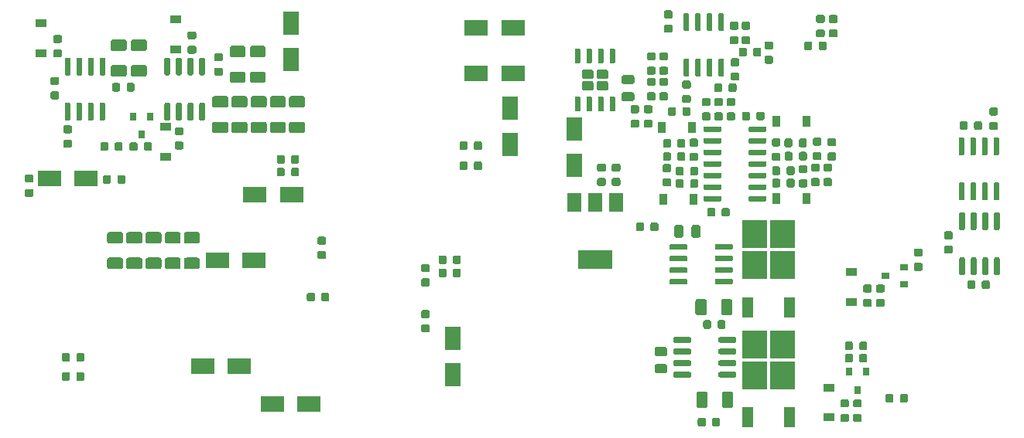
<source format=gbr>
G04 #@! TF.GenerationSoftware,KiCad,Pcbnew,5.1.4+dfsg1-1*
G04 #@! TF.CreationDate,2020-04-05T15:27:55+02:00*
G04 #@! TF.ProjectId,main,6d61696e-2e6b-4696-9361-645f70636258,rev?*
G04 #@! TF.SameCoordinates,Original*
G04 #@! TF.FileFunction,Paste,Bot*
G04 #@! TF.FilePolarity,Positive*
%FSLAX46Y46*%
G04 Gerber Fmt 4.6, Leading zero omitted, Abs format (unit mm)*
G04 Created by KiCad (PCBNEW 5.1.4+dfsg1-1) date 2020-04-05 15:27:55*
%MOMM*%
%LPD*%
G04 APERTURE LIST*
%ADD10C,0.100000*%
%ADD11C,0.875000*%
%ADD12C,0.600000*%
%ADD13C,0.975000*%
%ADD14R,2.750000X3.050000*%
%ADD15R,1.200000X2.200000*%
%ADD16R,2.500000X1.800000*%
%ADD17R,0.800000X0.900000*%
%ADD18R,1.500000X2.000000*%
%ADD19R,3.800000X2.000000*%
%ADD20C,1.010000*%
%ADD21C,1.250000*%
%ADD22R,0.900000X0.800000*%
%ADD23R,0.900000X1.200000*%
%ADD24R,1.800000X2.500000*%
%ADD25R,1.200000X0.900000*%
G04 APERTURE END LIST*
D10*
G36*
X220402691Y-56676053D02*
G01*
X220423926Y-56679203D01*
X220444750Y-56684419D01*
X220464962Y-56691651D01*
X220484368Y-56700830D01*
X220502781Y-56711866D01*
X220520024Y-56724654D01*
X220535930Y-56739070D01*
X220550346Y-56754976D01*
X220563134Y-56772219D01*
X220574170Y-56790632D01*
X220583349Y-56810038D01*
X220590581Y-56830250D01*
X220595797Y-56851074D01*
X220598947Y-56872309D01*
X220600000Y-56893750D01*
X220600000Y-57406250D01*
X220598947Y-57427691D01*
X220595797Y-57448926D01*
X220590581Y-57469750D01*
X220583349Y-57489962D01*
X220574170Y-57509368D01*
X220563134Y-57527781D01*
X220550346Y-57545024D01*
X220535930Y-57560930D01*
X220520024Y-57575346D01*
X220502781Y-57588134D01*
X220484368Y-57599170D01*
X220464962Y-57608349D01*
X220444750Y-57615581D01*
X220423926Y-57620797D01*
X220402691Y-57623947D01*
X220381250Y-57625000D01*
X219943750Y-57625000D01*
X219922309Y-57623947D01*
X219901074Y-57620797D01*
X219880250Y-57615581D01*
X219860038Y-57608349D01*
X219840632Y-57599170D01*
X219822219Y-57588134D01*
X219804976Y-57575346D01*
X219789070Y-57560930D01*
X219774654Y-57545024D01*
X219761866Y-57527781D01*
X219750830Y-57509368D01*
X219741651Y-57489962D01*
X219734419Y-57469750D01*
X219729203Y-57448926D01*
X219726053Y-57427691D01*
X219725000Y-57406250D01*
X219725000Y-56893750D01*
X219726053Y-56872309D01*
X219729203Y-56851074D01*
X219734419Y-56830250D01*
X219741651Y-56810038D01*
X219750830Y-56790632D01*
X219761866Y-56772219D01*
X219774654Y-56754976D01*
X219789070Y-56739070D01*
X219804976Y-56724654D01*
X219822219Y-56711866D01*
X219840632Y-56700830D01*
X219860038Y-56691651D01*
X219880250Y-56684419D01*
X219901074Y-56679203D01*
X219922309Y-56676053D01*
X219943750Y-56675000D01*
X220381250Y-56675000D01*
X220402691Y-56676053D01*
X220402691Y-56676053D01*
G37*
D11*
X220162500Y-57150000D03*
D10*
G36*
X221977691Y-56676053D02*
G01*
X221998926Y-56679203D01*
X222019750Y-56684419D01*
X222039962Y-56691651D01*
X222059368Y-56700830D01*
X222077781Y-56711866D01*
X222095024Y-56724654D01*
X222110930Y-56739070D01*
X222125346Y-56754976D01*
X222138134Y-56772219D01*
X222149170Y-56790632D01*
X222158349Y-56810038D01*
X222165581Y-56830250D01*
X222170797Y-56851074D01*
X222173947Y-56872309D01*
X222175000Y-56893750D01*
X222175000Y-57406250D01*
X222173947Y-57427691D01*
X222170797Y-57448926D01*
X222165581Y-57469750D01*
X222158349Y-57489962D01*
X222149170Y-57509368D01*
X222138134Y-57527781D01*
X222125346Y-57545024D01*
X222110930Y-57560930D01*
X222095024Y-57575346D01*
X222077781Y-57588134D01*
X222059368Y-57599170D01*
X222039962Y-57608349D01*
X222019750Y-57615581D01*
X221998926Y-57620797D01*
X221977691Y-57623947D01*
X221956250Y-57625000D01*
X221518750Y-57625000D01*
X221497309Y-57623947D01*
X221476074Y-57620797D01*
X221455250Y-57615581D01*
X221435038Y-57608349D01*
X221415632Y-57599170D01*
X221397219Y-57588134D01*
X221379976Y-57575346D01*
X221364070Y-57560930D01*
X221349654Y-57545024D01*
X221336866Y-57527781D01*
X221325830Y-57509368D01*
X221316651Y-57489962D01*
X221309419Y-57469750D01*
X221304203Y-57448926D01*
X221301053Y-57427691D01*
X221300000Y-57406250D01*
X221300000Y-56893750D01*
X221301053Y-56872309D01*
X221304203Y-56851074D01*
X221309419Y-56830250D01*
X221316651Y-56810038D01*
X221325830Y-56790632D01*
X221336866Y-56772219D01*
X221349654Y-56754976D01*
X221364070Y-56739070D01*
X221379976Y-56724654D01*
X221397219Y-56711866D01*
X221415632Y-56700830D01*
X221435038Y-56691651D01*
X221455250Y-56684419D01*
X221476074Y-56679203D01*
X221497309Y-56676053D01*
X221518750Y-56675000D01*
X221956250Y-56675000D01*
X221977691Y-56676053D01*
X221977691Y-56676053D01*
G37*
D11*
X221737500Y-57150000D03*
D10*
G36*
X211777691Y-57176053D02*
G01*
X211798926Y-57179203D01*
X211819750Y-57184419D01*
X211839962Y-57191651D01*
X211859368Y-57200830D01*
X211877781Y-57211866D01*
X211895024Y-57224654D01*
X211910930Y-57239070D01*
X211925346Y-57254976D01*
X211938134Y-57272219D01*
X211949170Y-57290632D01*
X211958349Y-57310038D01*
X211965581Y-57330250D01*
X211970797Y-57351074D01*
X211973947Y-57372309D01*
X211975000Y-57393750D01*
X211975000Y-57831250D01*
X211973947Y-57852691D01*
X211970797Y-57873926D01*
X211965581Y-57894750D01*
X211958349Y-57914962D01*
X211949170Y-57934368D01*
X211938134Y-57952781D01*
X211925346Y-57970024D01*
X211910930Y-57985930D01*
X211895024Y-58000346D01*
X211877781Y-58013134D01*
X211859368Y-58024170D01*
X211839962Y-58033349D01*
X211819750Y-58040581D01*
X211798926Y-58045797D01*
X211777691Y-58048947D01*
X211756250Y-58050000D01*
X211243750Y-58050000D01*
X211222309Y-58048947D01*
X211201074Y-58045797D01*
X211180250Y-58040581D01*
X211160038Y-58033349D01*
X211140632Y-58024170D01*
X211122219Y-58013134D01*
X211104976Y-58000346D01*
X211089070Y-57985930D01*
X211074654Y-57970024D01*
X211061866Y-57952781D01*
X211050830Y-57934368D01*
X211041651Y-57914962D01*
X211034419Y-57894750D01*
X211029203Y-57873926D01*
X211026053Y-57852691D01*
X211025000Y-57831250D01*
X211025000Y-57393750D01*
X211026053Y-57372309D01*
X211029203Y-57351074D01*
X211034419Y-57330250D01*
X211041651Y-57310038D01*
X211050830Y-57290632D01*
X211061866Y-57272219D01*
X211074654Y-57254976D01*
X211089070Y-57239070D01*
X211104976Y-57224654D01*
X211122219Y-57211866D01*
X211140632Y-57200830D01*
X211160038Y-57191651D01*
X211180250Y-57184419D01*
X211201074Y-57179203D01*
X211222309Y-57176053D01*
X211243750Y-57175000D01*
X211756250Y-57175000D01*
X211777691Y-57176053D01*
X211777691Y-57176053D01*
G37*
D11*
X211500000Y-57612500D03*
D10*
G36*
X211777691Y-58751053D02*
G01*
X211798926Y-58754203D01*
X211819750Y-58759419D01*
X211839962Y-58766651D01*
X211859368Y-58775830D01*
X211877781Y-58786866D01*
X211895024Y-58799654D01*
X211910930Y-58814070D01*
X211925346Y-58829976D01*
X211938134Y-58847219D01*
X211949170Y-58865632D01*
X211958349Y-58885038D01*
X211965581Y-58905250D01*
X211970797Y-58926074D01*
X211973947Y-58947309D01*
X211975000Y-58968750D01*
X211975000Y-59406250D01*
X211973947Y-59427691D01*
X211970797Y-59448926D01*
X211965581Y-59469750D01*
X211958349Y-59489962D01*
X211949170Y-59509368D01*
X211938134Y-59527781D01*
X211925346Y-59545024D01*
X211910930Y-59560930D01*
X211895024Y-59575346D01*
X211877781Y-59588134D01*
X211859368Y-59599170D01*
X211839962Y-59608349D01*
X211819750Y-59615581D01*
X211798926Y-59620797D01*
X211777691Y-59623947D01*
X211756250Y-59625000D01*
X211243750Y-59625000D01*
X211222309Y-59623947D01*
X211201074Y-59620797D01*
X211180250Y-59615581D01*
X211160038Y-59608349D01*
X211140632Y-59599170D01*
X211122219Y-59588134D01*
X211104976Y-59575346D01*
X211089070Y-59560930D01*
X211074654Y-59545024D01*
X211061866Y-59527781D01*
X211050830Y-59509368D01*
X211041651Y-59489962D01*
X211034419Y-59469750D01*
X211029203Y-59448926D01*
X211026053Y-59427691D01*
X211025000Y-59406250D01*
X211025000Y-58968750D01*
X211026053Y-58947309D01*
X211029203Y-58926074D01*
X211034419Y-58905250D01*
X211041651Y-58885038D01*
X211050830Y-58865632D01*
X211061866Y-58847219D01*
X211074654Y-58829976D01*
X211089070Y-58814070D01*
X211104976Y-58799654D01*
X211122219Y-58786866D01*
X211140632Y-58775830D01*
X211160038Y-58766651D01*
X211180250Y-58759419D01*
X211201074Y-58754203D01*
X211222309Y-58751053D01*
X211243750Y-58750000D01*
X211756250Y-58750000D01*
X211777691Y-58751053D01*
X211777691Y-58751053D01*
G37*
D11*
X211500000Y-59187500D03*
D10*
G36*
X219477691Y-55401053D02*
G01*
X219498926Y-55404203D01*
X219519750Y-55409419D01*
X219539962Y-55416651D01*
X219559368Y-55425830D01*
X219577781Y-55436866D01*
X219595024Y-55449654D01*
X219610930Y-55464070D01*
X219625346Y-55479976D01*
X219638134Y-55497219D01*
X219649170Y-55515632D01*
X219658349Y-55535038D01*
X219665581Y-55555250D01*
X219670797Y-55576074D01*
X219673947Y-55597309D01*
X219675000Y-55618750D01*
X219675000Y-56056250D01*
X219673947Y-56077691D01*
X219670797Y-56098926D01*
X219665581Y-56119750D01*
X219658349Y-56139962D01*
X219649170Y-56159368D01*
X219638134Y-56177781D01*
X219625346Y-56195024D01*
X219610930Y-56210930D01*
X219595024Y-56225346D01*
X219577781Y-56238134D01*
X219559368Y-56249170D01*
X219539962Y-56258349D01*
X219519750Y-56265581D01*
X219498926Y-56270797D01*
X219477691Y-56273947D01*
X219456250Y-56275000D01*
X218943750Y-56275000D01*
X218922309Y-56273947D01*
X218901074Y-56270797D01*
X218880250Y-56265581D01*
X218860038Y-56258349D01*
X218840632Y-56249170D01*
X218822219Y-56238134D01*
X218804976Y-56225346D01*
X218789070Y-56210930D01*
X218774654Y-56195024D01*
X218761866Y-56177781D01*
X218750830Y-56159368D01*
X218741651Y-56139962D01*
X218734419Y-56119750D01*
X218729203Y-56098926D01*
X218726053Y-56077691D01*
X218725000Y-56056250D01*
X218725000Y-55618750D01*
X218726053Y-55597309D01*
X218729203Y-55576074D01*
X218734419Y-55555250D01*
X218741651Y-55535038D01*
X218750830Y-55515632D01*
X218761866Y-55497219D01*
X218774654Y-55479976D01*
X218789070Y-55464070D01*
X218804976Y-55449654D01*
X218822219Y-55436866D01*
X218840632Y-55425830D01*
X218860038Y-55416651D01*
X218880250Y-55409419D01*
X218901074Y-55404203D01*
X218922309Y-55401053D01*
X218943750Y-55400000D01*
X219456250Y-55400000D01*
X219477691Y-55401053D01*
X219477691Y-55401053D01*
G37*
D11*
X219200000Y-55837500D03*
D10*
G36*
X219477691Y-53826053D02*
G01*
X219498926Y-53829203D01*
X219519750Y-53834419D01*
X219539962Y-53841651D01*
X219559368Y-53850830D01*
X219577781Y-53861866D01*
X219595024Y-53874654D01*
X219610930Y-53889070D01*
X219625346Y-53904976D01*
X219638134Y-53922219D01*
X219649170Y-53940632D01*
X219658349Y-53960038D01*
X219665581Y-53980250D01*
X219670797Y-54001074D01*
X219673947Y-54022309D01*
X219675000Y-54043750D01*
X219675000Y-54481250D01*
X219673947Y-54502691D01*
X219670797Y-54523926D01*
X219665581Y-54544750D01*
X219658349Y-54564962D01*
X219649170Y-54584368D01*
X219638134Y-54602781D01*
X219625346Y-54620024D01*
X219610930Y-54635930D01*
X219595024Y-54650346D01*
X219577781Y-54663134D01*
X219559368Y-54674170D01*
X219539962Y-54683349D01*
X219519750Y-54690581D01*
X219498926Y-54695797D01*
X219477691Y-54698947D01*
X219456250Y-54700000D01*
X218943750Y-54700000D01*
X218922309Y-54698947D01*
X218901074Y-54695797D01*
X218880250Y-54690581D01*
X218860038Y-54683349D01*
X218840632Y-54674170D01*
X218822219Y-54663134D01*
X218804976Y-54650346D01*
X218789070Y-54635930D01*
X218774654Y-54620024D01*
X218761866Y-54602781D01*
X218750830Y-54584368D01*
X218741651Y-54564962D01*
X218734419Y-54544750D01*
X218729203Y-54523926D01*
X218726053Y-54502691D01*
X218725000Y-54481250D01*
X218725000Y-54043750D01*
X218726053Y-54022309D01*
X218729203Y-54001074D01*
X218734419Y-53980250D01*
X218741651Y-53960038D01*
X218750830Y-53940632D01*
X218761866Y-53922219D01*
X218774654Y-53904976D01*
X218789070Y-53889070D01*
X218804976Y-53874654D01*
X218822219Y-53861866D01*
X218840632Y-53850830D01*
X218860038Y-53841651D01*
X218880250Y-53834419D01*
X218901074Y-53829203D01*
X218922309Y-53826053D01*
X218943750Y-53825000D01*
X219456250Y-53825000D01*
X219477691Y-53826053D01*
X219477691Y-53826053D01*
G37*
D11*
X219200000Y-54262500D03*
D10*
G36*
X220777691Y-53826053D02*
G01*
X220798926Y-53829203D01*
X220819750Y-53834419D01*
X220839962Y-53841651D01*
X220859368Y-53850830D01*
X220877781Y-53861866D01*
X220895024Y-53874654D01*
X220910930Y-53889070D01*
X220925346Y-53904976D01*
X220938134Y-53922219D01*
X220949170Y-53940632D01*
X220958349Y-53960038D01*
X220965581Y-53980250D01*
X220970797Y-54001074D01*
X220973947Y-54022309D01*
X220975000Y-54043750D01*
X220975000Y-54481250D01*
X220973947Y-54502691D01*
X220970797Y-54523926D01*
X220965581Y-54544750D01*
X220958349Y-54564962D01*
X220949170Y-54584368D01*
X220938134Y-54602781D01*
X220925346Y-54620024D01*
X220910930Y-54635930D01*
X220895024Y-54650346D01*
X220877781Y-54663134D01*
X220859368Y-54674170D01*
X220839962Y-54683349D01*
X220819750Y-54690581D01*
X220798926Y-54695797D01*
X220777691Y-54698947D01*
X220756250Y-54700000D01*
X220243750Y-54700000D01*
X220222309Y-54698947D01*
X220201074Y-54695797D01*
X220180250Y-54690581D01*
X220160038Y-54683349D01*
X220140632Y-54674170D01*
X220122219Y-54663134D01*
X220104976Y-54650346D01*
X220089070Y-54635930D01*
X220074654Y-54620024D01*
X220061866Y-54602781D01*
X220050830Y-54584368D01*
X220041651Y-54564962D01*
X220034419Y-54544750D01*
X220029203Y-54523926D01*
X220026053Y-54502691D01*
X220025000Y-54481250D01*
X220025000Y-54043750D01*
X220026053Y-54022309D01*
X220029203Y-54001074D01*
X220034419Y-53980250D01*
X220041651Y-53960038D01*
X220050830Y-53940632D01*
X220061866Y-53922219D01*
X220074654Y-53904976D01*
X220089070Y-53889070D01*
X220104976Y-53874654D01*
X220122219Y-53861866D01*
X220140632Y-53850830D01*
X220160038Y-53841651D01*
X220180250Y-53834419D01*
X220201074Y-53829203D01*
X220222309Y-53826053D01*
X220243750Y-53825000D01*
X220756250Y-53825000D01*
X220777691Y-53826053D01*
X220777691Y-53826053D01*
G37*
D11*
X220500000Y-54262500D03*
D10*
G36*
X220777691Y-55401053D02*
G01*
X220798926Y-55404203D01*
X220819750Y-55409419D01*
X220839962Y-55416651D01*
X220859368Y-55425830D01*
X220877781Y-55436866D01*
X220895024Y-55449654D01*
X220910930Y-55464070D01*
X220925346Y-55479976D01*
X220938134Y-55497219D01*
X220949170Y-55515632D01*
X220958349Y-55535038D01*
X220965581Y-55555250D01*
X220970797Y-55576074D01*
X220973947Y-55597309D01*
X220975000Y-55618750D01*
X220975000Y-56056250D01*
X220973947Y-56077691D01*
X220970797Y-56098926D01*
X220965581Y-56119750D01*
X220958349Y-56139962D01*
X220949170Y-56159368D01*
X220938134Y-56177781D01*
X220925346Y-56195024D01*
X220910930Y-56210930D01*
X220895024Y-56225346D01*
X220877781Y-56238134D01*
X220859368Y-56249170D01*
X220839962Y-56258349D01*
X220819750Y-56265581D01*
X220798926Y-56270797D01*
X220777691Y-56273947D01*
X220756250Y-56275000D01*
X220243750Y-56275000D01*
X220222309Y-56273947D01*
X220201074Y-56270797D01*
X220180250Y-56265581D01*
X220160038Y-56258349D01*
X220140632Y-56249170D01*
X220122219Y-56238134D01*
X220104976Y-56225346D01*
X220089070Y-56210930D01*
X220074654Y-56195024D01*
X220061866Y-56177781D01*
X220050830Y-56159368D01*
X220041651Y-56139962D01*
X220034419Y-56119750D01*
X220029203Y-56098926D01*
X220026053Y-56077691D01*
X220025000Y-56056250D01*
X220025000Y-55618750D01*
X220026053Y-55597309D01*
X220029203Y-55576074D01*
X220034419Y-55555250D01*
X220041651Y-55535038D01*
X220050830Y-55515632D01*
X220061866Y-55497219D01*
X220074654Y-55479976D01*
X220089070Y-55464070D01*
X220104976Y-55449654D01*
X220122219Y-55436866D01*
X220140632Y-55425830D01*
X220160038Y-55416651D01*
X220180250Y-55409419D01*
X220201074Y-55404203D01*
X220222309Y-55401053D01*
X220243750Y-55400000D01*
X220756250Y-55400000D01*
X220777691Y-55401053D01*
X220777691Y-55401053D01*
G37*
D11*
X220500000Y-55837500D03*
D10*
G36*
X227027691Y-71101053D02*
G01*
X227048926Y-71104203D01*
X227069750Y-71109419D01*
X227089962Y-71116651D01*
X227109368Y-71125830D01*
X227127781Y-71136866D01*
X227145024Y-71149654D01*
X227160930Y-71164070D01*
X227175346Y-71179976D01*
X227188134Y-71197219D01*
X227199170Y-71215632D01*
X227208349Y-71235038D01*
X227215581Y-71255250D01*
X227220797Y-71276074D01*
X227223947Y-71297309D01*
X227225000Y-71318750D01*
X227225000Y-71756250D01*
X227223947Y-71777691D01*
X227220797Y-71798926D01*
X227215581Y-71819750D01*
X227208349Y-71839962D01*
X227199170Y-71859368D01*
X227188134Y-71877781D01*
X227175346Y-71895024D01*
X227160930Y-71910930D01*
X227145024Y-71925346D01*
X227127781Y-71938134D01*
X227109368Y-71949170D01*
X227089962Y-71958349D01*
X227069750Y-71965581D01*
X227048926Y-71970797D01*
X227027691Y-71973947D01*
X227006250Y-71975000D01*
X226493750Y-71975000D01*
X226472309Y-71973947D01*
X226451074Y-71970797D01*
X226430250Y-71965581D01*
X226410038Y-71958349D01*
X226390632Y-71949170D01*
X226372219Y-71938134D01*
X226354976Y-71925346D01*
X226339070Y-71910930D01*
X226324654Y-71895024D01*
X226311866Y-71877781D01*
X226300830Y-71859368D01*
X226291651Y-71839962D01*
X226284419Y-71819750D01*
X226279203Y-71798926D01*
X226276053Y-71777691D01*
X226275000Y-71756250D01*
X226275000Y-71318750D01*
X226276053Y-71297309D01*
X226279203Y-71276074D01*
X226284419Y-71255250D01*
X226291651Y-71235038D01*
X226300830Y-71215632D01*
X226311866Y-71197219D01*
X226324654Y-71179976D01*
X226339070Y-71164070D01*
X226354976Y-71149654D01*
X226372219Y-71136866D01*
X226390632Y-71125830D01*
X226410038Y-71116651D01*
X226430250Y-71109419D01*
X226451074Y-71104203D01*
X226472309Y-71101053D01*
X226493750Y-71100000D01*
X227006250Y-71100000D01*
X227027691Y-71101053D01*
X227027691Y-71101053D01*
G37*
D11*
X226750000Y-71537500D03*
D10*
G36*
X227027691Y-69526053D02*
G01*
X227048926Y-69529203D01*
X227069750Y-69534419D01*
X227089962Y-69541651D01*
X227109368Y-69550830D01*
X227127781Y-69561866D01*
X227145024Y-69574654D01*
X227160930Y-69589070D01*
X227175346Y-69604976D01*
X227188134Y-69622219D01*
X227199170Y-69640632D01*
X227208349Y-69660038D01*
X227215581Y-69680250D01*
X227220797Y-69701074D01*
X227223947Y-69722309D01*
X227225000Y-69743750D01*
X227225000Y-70181250D01*
X227223947Y-70202691D01*
X227220797Y-70223926D01*
X227215581Y-70244750D01*
X227208349Y-70264962D01*
X227199170Y-70284368D01*
X227188134Y-70302781D01*
X227175346Y-70320024D01*
X227160930Y-70335930D01*
X227145024Y-70350346D01*
X227127781Y-70363134D01*
X227109368Y-70374170D01*
X227089962Y-70383349D01*
X227069750Y-70390581D01*
X227048926Y-70395797D01*
X227027691Y-70398947D01*
X227006250Y-70400000D01*
X226493750Y-70400000D01*
X226472309Y-70398947D01*
X226451074Y-70395797D01*
X226430250Y-70390581D01*
X226410038Y-70383349D01*
X226390632Y-70374170D01*
X226372219Y-70363134D01*
X226354976Y-70350346D01*
X226339070Y-70335930D01*
X226324654Y-70320024D01*
X226311866Y-70302781D01*
X226300830Y-70284368D01*
X226291651Y-70264962D01*
X226284419Y-70244750D01*
X226279203Y-70223926D01*
X226276053Y-70202691D01*
X226275000Y-70181250D01*
X226275000Y-69743750D01*
X226276053Y-69722309D01*
X226279203Y-69701074D01*
X226284419Y-69680250D01*
X226291651Y-69660038D01*
X226300830Y-69640632D01*
X226311866Y-69622219D01*
X226324654Y-69604976D01*
X226339070Y-69589070D01*
X226354976Y-69574654D01*
X226372219Y-69561866D01*
X226390632Y-69550830D01*
X226410038Y-69541651D01*
X226430250Y-69534419D01*
X226451074Y-69529203D01*
X226472309Y-69526053D01*
X226493750Y-69525000D01*
X227006250Y-69525000D01*
X227027691Y-69526053D01*
X227027691Y-69526053D01*
G37*
D11*
X226750000Y-69962500D03*
D10*
G36*
X212127691Y-71001053D02*
G01*
X212148926Y-71004203D01*
X212169750Y-71009419D01*
X212189962Y-71016651D01*
X212209368Y-71025830D01*
X212227781Y-71036866D01*
X212245024Y-71049654D01*
X212260930Y-71064070D01*
X212275346Y-71079976D01*
X212288134Y-71097219D01*
X212299170Y-71115632D01*
X212308349Y-71135038D01*
X212315581Y-71155250D01*
X212320797Y-71176074D01*
X212323947Y-71197309D01*
X212325000Y-71218750D01*
X212325000Y-71656250D01*
X212323947Y-71677691D01*
X212320797Y-71698926D01*
X212315581Y-71719750D01*
X212308349Y-71739962D01*
X212299170Y-71759368D01*
X212288134Y-71777781D01*
X212275346Y-71795024D01*
X212260930Y-71810930D01*
X212245024Y-71825346D01*
X212227781Y-71838134D01*
X212209368Y-71849170D01*
X212189962Y-71858349D01*
X212169750Y-71865581D01*
X212148926Y-71870797D01*
X212127691Y-71873947D01*
X212106250Y-71875000D01*
X211593750Y-71875000D01*
X211572309Y-71873947D01*
X211551074Y-71870797D01*
X211530250Y-71865581D01*
X211510038Y-71858349D01*
X211490632Y-71849170D01*
X211472219Y-71838134D01*
X211454976Y-71825346D01*
X211439070Y-71810930D01*
X211424654Y-71795024D01*
X211411866Y-71777781D01*
X211400830Y-71759368D01*
X211391651Y-71739962D01*
X211384419Y-71719750D01*
X211379203Y-71698926D01*
X211376053Y-71677691D01*
X211375000Y-71656250D01*
X211375000Y-71218750D01*
X211376053Y-71197309D01*
X211379203Y-71176074D01*
X211384419Y-71155250D01*
X211391651Y-71135038D01*
X211400830Y-71115632D01*
X211411866Y-71097219D01*
X211424654Y-71079976D01*
X211439070Y-71064070D01*
X211454976Y-71049654D01*
X211472219Y-71036866D01*
X211490632Y-71025830D01*
X211510038Y-71016651D01*
X211530250Y-71009419D01*
X211551074Y-71004203D01*
X211572309Y-71001053D01*
X211593750Y-71000000D01*
X212106250Y-71000000D01*
X212127691Y-71001053D01*
X212127691Y-71001053D01*
G37*
D11*
X211850000Y-71437500D03*
D10*
G36*
X212127691Y-69426053D02*
G01*
X212148926Y-69429203D01*
X212169750Y-69434419D01*
X212189962Y-69441651D01*
X212209368Y-69450830D01*
X212227781Y-69461866D01*
X212245024Y-69474654D01*
X212260930Y-69489070D01*
X212275346Y-69504976D01*
X212288134Y-69522219D01*
X212299170Y-69540632D01*
X212308349Y-69560038D01*
X212315581Y-69580250D01*
X212320797Y-69601074D01*
X212323947Y-69622309D01*
X212325000Y-69643750D01*
X212325000Y-70081250D01*
X212323947Y-70102691D01*
X212320797Y-70123926D01*
X212315581Y-70144750D01*
X212308349Y-70164962D01*
X212299170Y-70184368D01*
X212288134Y-70202781D01*
X212275346Y-70220024D01*
X212260930Y-70235930D01*
X212245024Y-70250346D01*
X212227781Y-70263134D01*
X212209368Y-70274170D01*
X212189962Y-70283349D01*
X212169750Y-70290581D01*
X212148926Y-70295797D01*
X212127691Y-70298947D01*
X212106250Y-70300000D01*
X211593750Y-70300000D01*
X211572309Y-70298947D01*
X211551074Y-70295797D01*
X211530250Y-70290581D01*
X211510038Y-70283349D01*
X211490632Y-70274170D01*
X211472219Y-70263134D01*
X211454976Y-70250346D01*
X211439070Y-70235930D01*
X211424654Y-70220024D01*
X211411866Y-70202781D01*
X211400830Y-70184368D01*
X211391651Y-70164962D01*
X211384419Y-70144750D01*
X211379203Y-70123926D01*
X211376053Y-70102691D01*
X211375000Y-70081250D01*
X211375000Y-69643750D01*
X211376053Y-69622309D01*
X211379203Y-69601074D01*
X211384419Y-69580250D01*
X211391651Y-69560038D01*
X211400830Y-69540632D01*
X211411866Y-69522219D01*
X211424654Y-69504976D01*
X211439070Y-69489070D01*
X211454976Y-69474654D01*
X211472219Y-69461866D01*
X211490632Y-69450830D01*
X211510038Y-69441651D01*
X211530250Y-69434419D01*
X211551074Y-69429203D01*
X211572309Y-69426053D01*
X211593750Y-69425000D01*
X212106250Y-69425000D01*
X212127691Y-69426053D01*
X212127691Y-69426053D01*
G37*
D11*
X211850000Y-69862500D03*
D10*
G36*
X230177691Y-66576053D02*
G01*
X230198926Y-66579203D01*
X230219750Y-66584419D01*
X230239962Y-66591651D01*
X230259368Y-66600830D01*
X230277781Y-66611866D01*
X230295024Y-66624654D01*
X230310930Y-66639070D01*
X230325346Y-66654976D01*
X230338134Y-66672219D01*
X230349170Y-66690632D01*
X230358349Y-66710038D01*
X230365581Y-66730250D01*
X230370797Y-66751074D01*
X230373947Y-66772309D01*
X230375000Y-66793750D01*
X230375000Y-67231250D01*
X230373947Y-67252691D01*
X230370797Y-67273926D01*
X230365581Y-67294750D01*
X230358349Y-67314962D01*
X230349170Y-67334368D01*
X230338134Y-67352781D01*
X230325346Y-67370024D01*
X230310930Y-67385930D01*
X230295024Y-67400346D01*
X230277781Y-67413134D01*
X230259368Y-67424170D01*
X230239962Y-67433349D01*
X230219750Y-67440581D01*
X230198926Y-67445797D01*
X230177691Y-67448947D01*
X230156250Y-67450000D01*
X229643750Y-67450000D01*
X229622309Y-67448947D01*
X229601074Y-67445797D01*
X229580250Y-67440581D01*
X229560038Y-67433349D01*
X229540632Y-67424170D01*
X229522219Y-67413134D01*
X229504976Y-67400346D01*
X229489070Y-67385930D01*
X229474654Y-67370024D01*
X229461866Y-67352781D01*
X229450830Y-67334368D01*
X229441651Y-67314962D01*
X229434419Y-67294750D01*
X229429203Y-67273926D01*
X229426053Y-67252691D01*
X229425000Y-67231250D01*
X229425000Y-66793750D01*
X229426053Y-66772309D01*
X229429203Y-66751074D01*
X229434419Y-66730250D01*
X229441651Y-66710038D01*
X229450830Y-66690632D01*
X229461866Y-66672219D01*
X229474654Y-66654976D01*
X229489070Y-66639070D01*
X229504976Y-66624654D01*
X229522219Y-66611866D01*
X229540632Y-66600830D01*
X229560038Y-66591651D01*
X229580250Y-66584419D01*
X229601074Y-66579203D01*
X229622309Y-66576053D01*
X229643750Y-66575000D01*
X230156250Y-66575000D01*
X230177691Y-66576053D01*
X230177691Y-66576053D01*
G37*
D11*
X229900000Y-67012500D03*
D10*
G36*
X230177691Y-68151053D02*
G01*
X230198926Y-68154203D01*
X230219750Y-68159419D01*
X230239962Y-68166651D01*
X230259368Y-68175830D01*
X230277781Y-68186866D01*
X230295024Y-68199654D01*
X230310930Y-68214070D01*
X230325346Y-68229976D01*
X230338134Y-68247219D01*
X230349170Y-68265632D01*
X230358349Y-68285038D01*
X230365581Y-68305250D01*
X230370797Y-68326074D01*
X230373947Y-68347309D01*
X230375000Y-68368750D01*
X230375000Y-68806250D01*
X230373947Y-68827691D01*
X230370797Y-68848926D01*
X230365581Y-68869750D01*
X230358349Y-68889962D01*
X230349170Y-68909368D01*
X230338134Y-68927781D01*
X230325346Y-68945024D01*
X230310930Y-68960930D01*
X230295024Y-68975346D01*
X230277781Y-68988134D01*
X230259368Y-68999170D01*
X230239962Y-69008349D01*
X230219750Y-69015581D01*
X230198926Y-69020797D01*
X230177691Y-69023947D01*
X230156250Y-69025000D01*
X229643750Y-69025000D01*
X229622309Y-69023947D01*
X229601074Y-69020797D01*
X229580250Y-69015581D01*
X229560038Y-69008349D01*
X229540632Y-68999170D01*
X229522219Y-68988134D01*
X229504976Y-68975346D01*
X229489070Y-68960930D01*
X229474654Y-68945024D01*
X229461866Y-68927781D01*
X229450830Y-68909368D01*
X229441651Y-68889962D01*
X229434419Y-68869750D01*
X229429203Y-68848926D01*
X229426053Y-68827691D01*
X229425000Y-68806250D01*
X229425000Y-68368750D01*
X229426053Y-68347309D01*
X229429203Y-68326074D01*
X229434419Y-68305250D01*
X229441651Y-68285038D01*
X229450830Y-68265632D01*
X229461866Y-68247219D01*
X229474654Y-68229976D01*
X229489070Y-68214070D01*
X229504976Y-68199654D01*
X229522219Y-68186866D01*
X229540632Y-68175830D01*
X229560038Y-68166651D01*
X229580250Y-68159419D01*
X229601074Y-68154203D01*
X229622309Y-68151053D01*
X229643750Y-68150000D01*
X230156250Y-68150000D01*
X230177691Y-68151053D01*
X230177691Y-68151053D01*
G37*
D11*
X229900000Y-68587500D03*
D10*
G36*
X223277691Y-55976053D02*
G01*
X223298926Y-55979203D01*
X223319750Y-55984419D01*
X223339962Y-55991651D01*
X223359368Y-56000830D01*
X223377781Y-56011866D01*
X223395024Y-56024654D01*
X223410930Y-56039070D01*
X223425346Y-56054976D01*
X223438134Y-56072219D01*
X223449170Y-56090632D01*
X223458349Y-56110038D01*
X223465581Y-56130250D01*
X223470797Y-56151074D01*
X223473947Y-56172309D01*
X223475000Y-56193750D01*
X223475000Y-56631250D01*
X223473947Y-56652691D01*
X223470797Y-56673926D01*
X223465581Y-56694750D01*
X223458349Y-56714962D01*
X223449170Y-56734368D01*
X223438134Y-56752781D01*
X223425346Y-56770024D01*
X223410930Y-56785930D01*
X223395024Y-56800346D01*
X223377781Y-56813134D01*
X223359368Y-56824170D01*
X223339962Y-56833349D01*
X223319750Y-56840581D01*
X223298926Y-56845797D01*
X223277691Y-56848947D01*
X223256250Y-56850000D01*
X222743750Y-56850000D01*
X222722309Y-56848947D01*
X222701074Y-56845797D01*
X222680250Y-56840581D01*
X222660038Y-56833349D01*
X222640632Y-56824170D01*
X222622219Y-56813134D01*
X222604976Y-56800346D01*
X222589070Y-56785930D01*
X222574654Y-56770024D01*
X222561866Y-56752781D01*
X222550830Y-56734368D01*
X222541651Y-56714962D01*
X222534419Y-56694750D01*
X222529203Y-56673926D01*
X222526053Y-56652691D01*
X222525000Y-56631250D01*
X222525000Y-56193750D01*
X222526053Y-56172309D01*
X222529203Y-56151074D01*
X222534419Y-56130250D01*
X222541651Y-56110038D01*
X222550830Y-56090632D01*
X222561866Y-56072219D01*
X222574654Y-56054976D01*
X222589070Y-56039070D01*
X222604976Y-56024654D01*
X222622219Y-56011866D01*
X222640632Y-56000830D01*
X222660038Y-55991651D01*
X222680250Y-55984419D01*
X222701074Y-55979203D01*
X222722309Y-55976053D01*
X222743750Y-55975000D01*
X223256250Y-55975000D01*
X223277691Y-55976053D01*
X223277691Y-55976053D01*
G37*
D11*
X223000000Y-56412500D03*
D10*
G36*
X223277691Y-57551053D02*
G01*
X223298926Y-57554203D01*
X223319750Y-57559419D01*
X223339962Y-57566651D01*
X223359368Y-57575830D01*
X223377781Y-57586866D01*
X223395024Y-57599654D01*
X223410930Y-57614070D01*
X223425346Y-57629976D01*
X223438134Y-57647219D01*
X223449170Y-57665632D01*
X223458349Y-57685038D01*
X223465581Y-57705250D01*
X223470797Y-57726074D01*
X223473947Y-57747309D01*
X223475000Y-57768750D01*
X223475000Y-58206250D01*
X223473947Y-58227691D01*
X223470797Y-58248926D01*
X223465581Y-58269750D01*
X223458349Y-58289962D01*
X223449170Y-58309368D01*
X223438134Y-58327781D01*
X223425346Y-58345024D01*
X223410930Y-58360930D01*
X223395024Y-58375346D01*
X223377781Y-58388134D01*
X223359368Y-58399170D01*
X223339962Y-58408349D01*
X223319750Y-58415581D01*
X223298926Y-58420797D01*
X223277691Y-58423947D01*
X223256250Y-58425000D01*
X222743750Y-58425000D01*
X222722309Y-58423947D01*
X222701074Y-58420797D01*
X222680250Y-58415581D01*
X222660038Y-58408349D01*
X222640632Y-58399170D01*
X222622219Y-58388134D01*
X222604976Y-58375346D01*
X222589070Y-58360930D01*
X222574654Y-58345024D01*
X222561866Y-58327781D01*
X222550830Y-58309368D01*
X222541651Y-58289962D01*
X222534419Y-58269750D01*
X222529203Y-58248926D01*
X222526053Y-58227691D01*
X222525000Y-58206250D01*
X222525000Y-57768750D01*
X222526053Y-57747309D01*
X222529203Y-57726074D01*
X222534419Y-57705250D01*
X222541651Y-57685038D01*
X222550830Y-57665632D01*
X222561866Y-57647219D01*
X222574654Y-57629976D01*
X222589070Y-57614070D01*
X222604976Y-57599654D01*
X222622219Y-57586866D01*
X222640632Y-57575830D01*
X222660038Y-57566651D01*
X222680250Y-57559419D01*
X222701074Y-57554203D01*
X222722309Y-57551053D01*
X222743750Y-57550000D01*
X223256250Y-57550000D01*
X223277691Y-57551053D01*
X223277691Y-57551053D01*
G37*
D11*
X223000000Y-57987500D03*
D10*
G36*
X210427691Y-57176053D02*
G01*
X210448926Y-57179203D01*
X210469750Y-57184419D01*
X210489962Y-57191651D01*
X210509368Y-57200830D01*
X210527781Y-57211866D01*
X210545024Y-57224654D01*
X210560930Y-57239070D01*
X210575346Y-57254976D01*
X210588134Y-57272219D01*
X210599170Y-57290632D01*
X210608349Y-57310038D01*
X210615581Y-57330250D01*
X210620797Y-57351074D01*
X210623947Y-57372309D01*
X210625000Y-57393750D01*
X210625000Y-57831250D01*
X210623947Y-57852691D01*
X210620797Y-57873926D01*
X210615581Y-57894750D01*
X210608349Y-57914962D01*
X210599170Y-57934368D01*
X210588134Y-57952781D01*
X210575346Y-57970024D01*
X210560930Y-57985930D01*
X210545024Y-58000346D01*
X210527781Y-58013134D01*
X210509368Y-58024170D01*
X210489962Y-58033349D01*
X210469750Y-58040581D01*
X210448926Y-58045797D01*
X210427691Y-58048947D01*
X210406250Y-58050000D01*
X209893750Y-58050000D01*
X209872309Y-58048947D01*
X209851074Y-58045797D01*
X209830250Y-58040581D01*
X209810038Y-58033349D01*
X209790632Y-58024170D01*
X209772219Y-58013134D01*
X209754976Y-58000346D01*
X209739070Y-57985930D01*
X209724654Y-57970024D01*
X209711866Y-57952781D01*
X209700830Y-57934368D01*
X209691651Y-57914962D01*
X209684419Y-57894750D01*
X209679203Y-57873926D01*
X209676053Y-57852691D01*
X209675000Y-57831250D01*
X209675000Y-57393750D01*
X209676053Y-57372309D01*
X209679203Y-57351074D01*
X209684419Y-57330250D01*
X209691651Y-57310038D01*
X209700830Y-57290632D01*
X209711866Y-57272219D01*
X209724654Y-57254976D01*
X209739070Y-57239070D01*
X209754976Y-57224654D01*
X209772219Y-57211866D01*
X209790632Y-57200830D01*
X209810038Y-57191651D01*
X209830250Y-57184419D01*
X209851074Y-57179203D01*
X209872309Y-57176053D01*
X209893750Y-57175000D01*
X210406250Y-57175000D01*
X210427691Y-57176053D01*
X210427691Y-57176053D01*
G37*
D11*
X210150000Y-57612500D03*
D10*
G36*
X210427691Y-58751053D02*
G01*
X210448926Y-58754203D01*
X210469750Y-58759419D01*
X210489962Y-58766651D01*
X210509368Y-58775830D01*
X210527781Y-58786866D01*
X210545024Y-58799654D01*
X210560930Y-58814070D01*
X210575346Y-58829976D01*
X210588134Y-58847219D01*
X210599170Y-58865632D01*
X210608349Y-58885038D01*
X210615581Y-58905250D01*
X210620797Y-58926074D01*
X210623947Y-58947309D01*
X210625000Y-58968750D01*
X210625000Y-59406250D01*
X210623947Y-59427691D01*
X210620797Y-59448926D01*
X210615581Y-59469750D01*
X210608349Y-59489962D01*
X210599170Y-59509368D01*
X210588134Y-59527781D01*
X210575346Y-59545024D01*
X210560930Y-59560930D01*
X210545024Y-59575346D01*
X210527781Y-59588134D01*
X210509368Y-59599170D01*
X210489962Y-59608349D01*
X210469750Y-59615581D01*
X210448926Y-59620797D01*
X210427691Y-59623947D01*
X210406250Y-59625000D01*
X209893750Y-59625000D01*
X209872309Y-59623947D01*
X209851074Y-59620797D01*
X209830250Y-59615581D01*
X209810038Y-59608349D01*
X209790632Y-59599170D01*
X209772219Y-59588134D01*
X209754976Y-59575346D01*
X209739070Y-59560930D01*
X209724654Y-59545024D01*
X209711866Y-59527781D01*
X209700830Y-59509368D01*
X209691651Y-59489962D01*
X209684419Y-59469750D01*
X209679203Y-59448926D01*
X209676053Y-59427691D01*
X209675000Y-59406250D01*
X209675000Y-58968750D01*
X209676053Y-58947309D01*
X209679203Y-58926074D01*
X209684419Y-58905250D01*
X209691651Y-58885038D01*
X209700830Y-58865632D01*
X209711866Y-58847219D01*
X209724654Y-58829976D01*
X209739070Y-58814070D01*
X209754976Y-58799654D01*
X209772219Y-58786866D01*
X209790632Y-58775830D01*
X209810038Y-58766651D01*
X209830250Y-58759419D01*
X209851074Y-58754203D01*
X209872309Y-58751053D01*
X209893750Y-58750000D01*
X210406250Y-58750000D01*
X210427691Y-58751053D01*
X210427691Y-58751053D01*
G37*
D11*
X210150000Y-59187500D03*
D10*
G36*
X212277691Y-52576053D02*
G01*
X212298926Y-52579203D01*
X212319750Y-52584419D01*
X212339962Y-52591651D01*
X212359368Y-52600830D01*
X212377781Y-52611866D01*
X212395024Y-52624654D01*
X212410930Y-52639070D01*
X212425346Y-52654976D01*
X212438134Y-52672219D01*
X212449170Y-52690632D01*
X212458349Y-52710038D01*
X212465581Y-52730250D01*
X212470797Y-52751074D01*
X212473947Y-52772309D01*
X212475000Y-52793750D01*
X212475000Y-53231250D01*
X212473947Y-53252691D01*
X212470797Y-53273926D01*
X212465581Y-53294750D01*
X212458349Y-53314962D01*
X212449170Y-53334368D01*
X212438134Y-53352781D01*
X212425346Y-53370024D01*
X212410930Y-53385930D01*
X212395024Y-53400346D01*
X212377781Y-53413134D01*
X212359368Y-53424170D01*
X212339962Y-53433349D01*
X212319750Y-53440581D01*
X212298926Y-53445797D01*
X212277691Y-53448947D01*
X212256250Y-53450000D01*
X211743750Y-53450000D01*
X211722309Y-53448947D01*
X211701074Y-53445797D01*
X211680250Y-53440581D01*
X211660038Y-53433349D01*
X211640632Y-53424170D01*
X211622219Y-53413134D01*
X211604976Y-53400346D01*
X211589070Y-53385930D01*
X211574654Y-53370024D01*
X211561866Y-53352781D01*
X211550830Y-53334368D01*
X211541651Y-53314962D01*
X211534419Y-53294750D01*
X211529203Y-53273926D01*
X211526053Y-53252691D01*
X211525000Y-53231250D01*
X211525000Y-52793750D01*
X211526053Y-52772309D01*
X211529203Y-52751074D01*
X211534419Y-52730250D01*
X211541651Y-52710038D01*
X211550830Y-52690632D01*
X211561866Y-52672219D01*
X211574654Y-52654976D01*
X211589070Y-52639070D01*
X211604976Y-52624654D01*
X211622219Y-52611866D01*
X211640632Y-52600830D01*
X211660038Y-52591651D01*
X211680250Y-52584419D01*
X211701074Y-52579203D01*
X211722309Y-52576053D01*
X211743750Y-52575000D01*
X212256250Y-52575000D01*
X212277691Y-52576053D01*
X212277691Y-52576053D01*
G37*
D11*
X212000000Y-53012500D03*
D10*
G36*
X212277691Y-54151053D02*
G01*
X212298926Y-54154203D01*
X212319750Y-54159419D01*
X212339962Y-54166651D01*
X212359368Y-54175830D01*
X212377781Y-54186866D01*
X212395024Y-54199654D01*
X212410930Y-54214070D01*
X212425346Y-54229976D01*
X212438134Y-54247219D01*
X212449170Y-54265632D01*
X212458349Y-54285038D01*
X212465581Y-54305250D01*
X212470797Y-54326074D01*
X212473947Y-54347309D01*
X212475000Y-54368750D01*
X212475000Y-54806250D01*
X212473947Y-54827691D01*
X212470797Y-54848926D01*
X212465581Y-54869750D01*
X212458349Y-54889962D01*
X212449170Y-54909368D01*
X212438134Y-54927781D01*
X212425346Y-54945024D01*
X212410930Y-54960930D01*
X212395024Y-54975346D01*
X212377781Y-54988134D01*
X212359368Y-54999170D01*
X212339962Y-55008349D01*
X212319750Y-55015581D01*
X212298926Y-55020797D01*
X212277691Y-55023947D01*
X212256250Y-55025000D01*
X211743750Y-55025000D01*
X211722309Y-55023947D01*
X211701074Y-55020797D01*
X211680250Y-55015581D01*
X211660038Y-55008349D01*
X211640632Y-54999170D01*
X211622219Y-54988134D01*
X211604976Y-54975346D01*
X211589070Y-54960930D01*
X211574654Y-54945024D01*
X211561866Y-54927781D01*
X211550830Y-54909368D01*
X211541651Y-54889962D01*
X211534419Y-54869750D01*
X211529203Y-54848926D01*
X211526053Y-54827691D01*
X211525000Y-54806250D01*
X211525000Y-54368750D01*
X211526053Y-54347309D01*
X211529203Y-54326074D01*
X211534419Y-54305250D01*
X211541651Y-54285038D01*
X211550830Y-54265632D01*
X211561866Y-54247219D01*
X211574654Y-54229976D01*
X211589070Y-54214070D01*
X211604976Y-54199654D01*
X211622219Y-54186866D01*
X211640632Y-54175830D01*
X211660038Y-54166651D01*
X211680250Y-54159419D01*
X211701074Y-54154203D01*
X211722309Y-54151053D01*
X211743750Y-54150000D01*
X212256250Y-54150000D01*
X212277691Y-54151053D01*
X212277691Y-54151053D01*
G37*
D11*
X212000000Y-54587500D03*
D10*
G36*
X236452691Y-94626053D02*
G01*
X236473926Y-94629203D01*
X236494750Y-94634419D01*
X236514962Y-94641651D01*
X236534368Y-94650830D01*
X236552781Y-94661866D01*
X236570024Y-94674654D01*
X236585930Y-94689070D01*
X236600346Y-94704976D01*
X236613134Y-94722219D01*
X236624170Y-94740632D01*
X236633349Y-94760038D01*
X236640581Y-94780250D01*
X236645797Y-94801074D01*
X236648947Y-94822309D01*
X236650000Y-94843750D01*
X236650000Y-95356250D01*
X236648947Y-95377691D01*
X236645797Y-95398926D01*
X236640581Y-95419750D01*
X236633349Y-95439962D01*
X236624170Y-95459368D01*
X236613134Y-95477781D01*
X236600346Y-95495024D01*
X236585930Y-95510930D01*
X236570024Y-95525346D01*
X236552781Y-95538134D01*
X236534368Y-95549170D01*
X236514962Y-95558349D01*
X236494750Y-95565581D01*
X236473926Y-95570797D01*
X236452691Y-95573947D01*
X236431250Y-95575000D01*
X235993750Y-95575000D01*
X235972309Y-95573947D01*
X235951074Y-95570797D01*
X235930250Y-95565581D01*
X235910038Y-95558349D01*
X235890632Y-95549170D01*
X235872219Y-95538134D01*
X235854976Y-95525346D01*
X235839070Y-95510930D01*
X235824654Y-95495024D01*
X235811866Y-95477781D01*
X235800830Y-95459368D01*
X235791651Y-95439962D01*
X235784419Y-95419750D01*
X235779203Y-95398926D01*
X235776053Y-95377691D01*
X235775000Y-95356250D01*
X235775000Y-94843750D01*
X235776053Y-94822309D01*
X235779203Y-94801074D01*
X235784419Y-94780250D01*
X235791651Y-94760038D01*
X235800830Y-94740632D01*
X235811866Y-94722219D01*
X235824654Y-94704976D01*
X235839070Y-94689070D01*
X235854976Y-94674654D01*
X235872219Y-94661866D01*
X235890632Y-94650830D01*
X235910038Y-94641651D01*
X235930250Y-94634419D01*
X235951074Y-94629203D01*
X235972309Y-94626053D01*
X235993750Y-94625000D01*
X236431250Y-94625000D01*
X236452691Y-94626053D01*
X236452691Y-94626053D01*
G37*
D11*
X236212500Y-95100000D03*
D10*
G36*
X238027691Y-94626053D02*
G01*
X238048926Y-94629203D01*
X238069750Y-94634419D01*
X238089962Y-94641651D01*
X238109368Y-94650830D01*
X238127781Y-94661866D01*
X238145024Y-94674654D01*
X238160930Y-94689070D01*
X238175346Y-94704976D01*
X238188134Y-94722219D01*
X238199170Y-94740632D01*
X238208349Y-94760038D01*
X238215581Y-94780250D01*
X238220797Y-94801074D01*
X238223947Y-94822309D01*
X238225000Y-94843750D01*
X238225000Y-95356250D01*
X238223947Y-95377691D01*
X238220797Y-95398926D01*
X238215581Y-95419750D01*
X238208349Y-95439962D01*
X238199170Y-95459368D01*
X238188134Y-95477781D01*
X238175346Y-95495024D01*
X238160930Y-95510930D01*
X238145024Y-95525346D01*
X238127781Y-95538134D01*
X238109368Y-95549170D01*
X238089962Y-95558349D01*
X238069750Y-95565581D01*
X238048926Y-95570797D01*
X238027691Y-95573947D01*
X238006250Y-95575000D01*
X237568750Y-95575000D01*
X237547309Y-95573947D01*
X237526074Y-95570797D01*
X237505250Y-95565581D01*
X237485038Y-95558349D01*
X237465632Y-95549170D01*
X237447219Y-95538134D01*
X237429976Y-95525346D01*
X237414070Y-95510930D01*
X237399654Y-95495024D01*
X237386866Y-95477781D01*
X237375830Y-95459368D01*
X237366651Y-95439962D01*
X237359419Y-95419750D01*
X237354203Y-95398926D01*
X237351053Y-95377691D01*
X237350000Y-95356250D01*
X237350000Y-94843750D01*
X237351053Y-94822309D01*
X237354203Y-94801074D01*
X237359419Y-94780250D01*
X237366651Y-94760038D01*
X237375830Y-94740632D01*
X237386866Y-94722219D01*
X237399654Y-94704976D01*
X237414070Y-94689070D01*
X237429976Y-94674654D01*
X237447219Y-94661866D01*
X237465632Y-94650830D01*
X237485038Y-94641651D01*
X237505250Y-94634419D01*
X237526074Y-94629203D01*
X237547309Y-94626053D01*
X237568750Y-94625000D01*
X238006250Y-94625000D01*
X238027691Y-94626053D01*
X238027691Y-94626053D01*
G37*
D11*
X237787500Y-95100000D03*
D10*
G36*
X232002691Y-88876053D02*
G01*
X232023926Y-88879203D01*
X232044750Y-88884419D01*
X232064962Y-88891651D01*
X232084368Y-88900830D01*
X232102781Y-88911866D01*
X232120024Y-88924654D01*
X232135930Y-88939070D01*
X232150346Y-88954976D01*
X232163134Y-88972219D01*
X232174170Y-88990632D01*
X232183349Y-89010038D01*
X232190581Y-89030250D01*
X232195797Y-89051074D01*
X232198947Y-89072309D01*
X232200000Y-89093750D01*
X232200000Y-89606250D01*
X232198947Y-89627691D01*
X232195797Y-89648926D01*
X232190581Y-89669750D01*
X232183349Y-89689962D01*
X232174170Y-89709368D01*
X232163134Y-89727781D01*
X232150346Y-89745024D01*
X232135930Y-89760930D01*
X232120024Y-89775346D01*
X232102781Y-89788134D01*
X232084368Y-89799170D01*
X232064962Y-89808349D01*
X232044750Y-89815581D01*
X232023926Y-89820797D01*
X232002691Y-89823947D01*
X231981250Y-89825000D01*
X231543750Y-89825000D01*
X231522309Y-89823947D01*
X231501074Y-89820797D01*
X231480250Y-89815581D01*
X231460038Y-89808349D01*
X231440632Y-89799170D01*
X231422219Y-89788134D01*
X231404976Y-89775346D01*
X231389070Y-89760930D01*
X231374654Y-89745024D01*
X231361866Y-89727781D01*
X231350830Y-89709368D01*
X231341651Y-89689962D01*
X231334419Y-89669750D01*
X231329203Y-89648926D01*
X231326053Y-89627691D01*
X231325000Y-89606250D01*
X231325000Y-89093750D01*
X231326053Y-89072309D01*
X231329203Y-89051074D01*
X231334419Y-89030250D01*
X231341651Y-89010038D01*
X231350830Y-88990632D01*
X231361866Y-88972219D01*
X231374654Y-88954976D01*
X231389070Y-88939070D01*
X231404976Y-88924654D01*
X231422219Y-88911866D01*
X231440632Y-88900830D01*
X231460038Y-88891651D01*
X231480250Y-88884419D01*
X231501074Y-88879203D01*
X231522309Y-88876053D01*
X231543750Y-88875000D01*
X231981250Y-88875000D01*
X232002691Y-88876053D01*
X232002691Y-88876053D01*
G37*
D11*
X231762500Y-89350000D03*
D10*
G36*
X233577691Y-88876053D02*
G01*
X233598926Y-88879203D01*
X233619750Y-88884419D01*
X233639962Y-88891651D01*
X233659368Y-88900830D01*
X233677781Y-88911866D01*
X233695024Y-88924654D01*
X233710930Y-88939070D01*
X233725346Y-88954976D01*
X233738134Y-88972219D01*
X233749170Y-88990632D01*
X233758349Y-89010038D01*
X233765581Y-89030250D01*
X233770797Y-89051074D01*
X233773947Y-89072309D01*
X233775000Y-89093750D01*
X233775000Y-89606250D01*
X233773947Y-89627691D01*
X233770797Y-89648926D01*
X233765581Y-89669750D01*
X233758349Y-89689962D01*
X233749170Y-89709368D01*
X233738134Y-89727781D01*
X233725346Y-89745024D01*
X233710930Y-89760930D01*
X233695024Y-89775346D01*
X233677781Y-89788134D01*
X233659368Y-89799170D01*
X233639962Y-89808349D01*
X233619750Y-89815581D01*
X233598926Y-89820797D01*
X233577691Y-89823947D01*
X233556250Y-89825000D01*
X233118750Y-89825000D01*
X233097309Y-89823947D01*
X233076074Y-89820797D01*
X233055250Y-89815581D01*
X233035038Y-89808349D01*
X233015632Y-89799170D01*
X232997219Y-89788134D01*
X232979976Y-89775346D01*
X232964070Y-89760930D01*
X232949654Y-89745024D01*
X232936866Y-89727781D01*
X232925830Y-89709368D01*
X232916651Y-89689962D01*
X232909419Y-89669750D01*
X232904203Y-89648926D01*
X232901053Y-89627691D01*
X232900000Y-89606250D01*
X232900000Y-89093750D01*
X232901053Y-89072309D01*
X232904203Y-89051074D01*
X232909419Y-89030250D01*
X232916651Y-89010038D01*
X232925830Y-88990632D01*
X232936866Y-88972219D01*
X232949654Y-88954976D01*
X232964070Y-88939070D01*
X232979976Y-88924654D01*
X232997219Y-88911866D01*
X233015632Y-88900830D01*
X233035038Y-88891651D01*
X233055250Y-88884419D01*
X233076074Y-88879203D01*
X233097309Y-88876053D01*
X233118750Y-88875000D01*
X233556250Y-88875000D01*
X233577691Y-88876053D01*
X233577691Y-88876053D01*
G37*
D11*
X233337500Y-89350000D03*
D10*
G36*
X228927691Y-53076053D02*
G01*
X228948926Y-53079203D01*
X228969750Y-53084419D01*
X228989962Y-53091651D01*
X229009368Y-53100830D01*
X229027781Y-53111866D01*
X229045024Y-53124654D01*
X229060930Y-53139070D01*
X229075346Y-53154976D01*
X229088134Y-53172219D01*
X229099170Y-53190632D01*
X229108349Y-53210038D01*
X229115581Y-53230250D01*
X229120797Y-53251074D01*
X229123947Y-53272309D01*
X229125000Y-53293750D01*
X229125000Y-53731250D01*
X229123947Y-53752691D01*
X229120797Y-53773926D01*
X229115581Y-53794750D01*
X229108349Y-53814962D01*
X229099170Y-53834368D01*
X229088134Y-53852781D01*
X229075346Y-53870024D01*
X229060930Y-53885930D01*
X229045024Y-53900346D01*
X229027781Y-53913134D01*
X229009368Y-53924170D01*
X228989962Y-53933349D01*
X228969750Y-53940581D01*
X228948926Y-53945797D01*
X228927691Y-53948947D01*
X228906250Y-53950000D01*
X228393750Y-53950000D01*
X228372309Y-53948947D01*
X228351074Y-53945797D01*
X228330250Y-53940581D01*
X228310038Y-53933349D01*
X228290632Y-53924170D01*
X228272219Y-53913134D01*
X228254976Y-53900346D01*
X228239070Y-53885930D01*
X228224654Y-53870024D01*
X228211866Y-53852781D01*
X228200830Y-53834368D01*
X228191651Y-53814962D01*
X228184419Y-53794750D01*
X228179203Y-53773926D01*
X228176053Y-53752691D01*
X228175000Y-53731250D01*
X228175000Y-53293750D01*
X228176053Y-53272309D01*
X228179203Y-53251074D01*
X228184419Y-53230250D01*
X228191651Y-53210038D01*
X228200830Y-53190632D01*
X228211866Y-53172219D01*
X228224654Y-53154976D01*
X228239070Y-53139070D01*
X228254976Y-53124654D01*
X228272219Y-53111866D01*
X228290632Y-53100830D01*
X228310038Y-53091651D01*
X228330250Y-53084419D01*
X228351074Y-53079203D01*
X228372309Y-53076053D01*
X228393750Y-53075000D01*
X228906250Y-53075000D01*
X228927691Y-53076053D01*
X228927691Y-53076053D01*
G37*
D11*
X228650000Y-53512500D03*
D10*
G36*
X228927691Y-54651053D02*
G01*
X228948926Y-54654203D01*
X228969750Y-54659419D01*
X228989962Y-54666651D01*
X229009368Y-54675830D01*
X229027781Y-54686866D01*
X229045024Y-54699654D01*
X229060930Y-54714070D01*
X229075346Y-54729976D01*
X229088134Y-54747219D01*
X229099170Y-54765632D01*
X229108349Y-54785038D01*
X229115581Y-54805250D01*
X229120797Y-54826074D01*
X229123947Y-54847309D01*
X229125000Y-54868750D01*
X229125000Y-55306250D01*
X229123947Y-55327691D01*
X229120797Y-55348926D01*
X229115581Y-55369750D01*
X229108349Y-55389962D01*
X229099170Y-55409368D01*
X229088134Y-55427781D01*
X229075346Y-55445024D01*
X229060930Y-55460930D01*
X229045024Y-55475346D01*
X229027781Y-55488134D01*
X229009368Y-55499170D01*
X228989962Y-55508349D01*
X228969750Y-55515581D01*
X228948926Y-55520797D01*
X228927691Y-55523947D01*
X228906250Y-55525000D01*
X228393750Y-55525000D01*
X228372309Y-55523947D01*
X228351074Y-55520797D01*
X228330250Y-55515581D01*
X228310038Y-55508349D01*
X228290632Y-55499170D01*
X228272219Y-55488134D01*
X228254976Y-55475346D01*
X228239070Y-55460930D01*
X228224654Y-55445024D01*
X228211866Y-55427781D01*
X228200830Y-55409368D01*
X228191651Y-55389962D01*
X228184419Y-55369750D01*
X228179203Y-55348926D01*
X228176053Y-55327691D01*
X228175000Y-55306250D01*
X228175000Y-54868750D01*
X228176053Y-54847309D01*
X228179203Y-54826074D01*
X228184419Y-54805250D01*
X228191651Y-54785038D01*
X228200830Y-54765632D01*
X228211866Y-54747219D01*
X228224654Y-54729976D01*
X228239070Y-54714070D01*
X228254976Y-54699654D01*
X228272219Y-54686866D01*
X228290632Y-54675830D01*
X228310038Y-54666651D01*
X228330250Y-54659419D01*
X228351074Y-54654203D01*
X228372309Y-54651053D01*
X228393750Y-54650000D01*
X228906250Y-54650000D01*
X228927691Y-54651053D01*
X228927691Y-54651053D01*
G37*
D11*
X228650000Y-55087500D03*
D10*
G36*
X230327691Y-53076053D02*
G01*
X230348926Y-53079203D01*
X230369750Y-53084419D01*
X230389962Y-53091651D01*
X230409368Y-53100830D01*
X230427781Y-53111866D01*
X230445024Y-53124654D01*
X230460930Y-53139070D01*
X230475346Y-53154976D01*
X230488134Y-53172219D01*
X230499170Y-53190632D01*
X230508349Y-53210038D01*
X230515581Y-53230250D01*
X230520797Y-53251074D01*
X230523947Y-53272309D01*
X230525000Y-53293750D01*
X230525000Y-53731250D01*
X230523947Y-53752691D01*
X230520797Y-53773926D01*
X230515581Y-53794750D01*
X230508349Y-53814962D01*
X230499170Y-53834368D01*
X230488134Y-53852781D01*
X230475346Y-53870024D01*
X230460930Y-53885930D01*
X230445024Y-53900346D01*
X230427781Y-53913134D01*
X230409368Y-53924170D01*
X230389962Y-53933349D01*
X230369750Y-53940581D01*
X230348926Y-53945797D01*
X230327691Y-53948947D01*
X230306250Y-53950000D01*
X229793750Y-53950000D01*
X229772309Y-53948947D01*
X229751074Y-53945797D01*
X229730250Y-53940581D01*
X229710038Y-53933349D01*
X229690632Y-53924170D01*
X229672219Y-53913134D01*
X229654976Y-53900346D01*
X229639070Y-53885930D01*
X229624654Y-53870024D01*
X229611866Y-53852781D01*
X229600830Y-53834368D01*
X229591651Y-53814962D01*
X229584419Y-53794750D01*
X229579203Y-53773926D01*
X229576053Y-53752691D01*
X229575000Y-53731250D01*
X229575000Y-53293750D01*
X229576053Y-53272309D01*
X229579203Y-53251074D01*
X229584419Y-53230250D01*
X229591651Y-53210038D01*
X229600830Y-53190632D01*
X229611866Y-53172219D01*
X229624654Y-53154976D01*
X229639070Y-53139070D01*
X229654976Y-53124654D01*
X229672219Y-53111866D01*
X229690632Y-53100830D01*
X229710038Y-53091651D01*
X229730250Y-53084419D01*
X229751074Y-53079203D01*
X229772309Y-53076053D01*
X229793750Y-53075000D01*
X230306250Y-53075000D01*
X230327691Y-53076053D01*
X230327691Y-53076053D01*
G37*
D11*
X230050000Y-53512500D03*
D10*
G36*
X230327691Y-54651053D02*
G01*
X230348926Y-54654203D01*
X230369750Y-54659419D01*
X230389962Y-54666651D01*
X230409368Y-54675830D01*
X230427781Y-54686866D01*
X230445024Y-54699654D01*
X230460930Y-54714070D01*
X230475346Y-54729976D01*
X230488134Y-54747219D01*
X230499170Y-54765632D01*
X230508349Y-54785038D01*
X230515581Y-54805250D01*
X230520797Y-54826074D01*
X230523947Y-54847309D01*
X230525000Y-54868750D01*
X230525000Y-55306250D01*
X230523947Y-55327691D01*
X230520797Y-55348926D01*
X230515581Y-55369750D01*
X230508349Y-55389962D01*
X230499170Y-55409368D01*
X230488134Y-55427781D01*
X230475346Y-55445024D01*
X230460930Y-55460930D01*
X230445024Y-55475346D01*
X230427781Y-55488134D01*
X230409368Y-55499170D01*
X230389962Y-55508349D01*
X230369750Y-55515581D01*
X230348926Y-55520797D01*
X230327691Y-55523947D01*
X230306250Y-55525000D01*
X229793750Y-55525000D01*
X229772309Y-55523947D01*
X229751074Y-55520797D01*
X229730250Y-55515581D01*
X229710038Y-55508349D01*
X229690632Y-55499170D01*
X229672219Y-55488134D01*
X229654976Y-55475346D01*
X229639070Y-55460930D01*
X229624654Y-55445024D01*
X229611866Y-55427781D01*
X229600830Y-55409368D01*
X229591651Y-55389962D01*
X229584419Y-55369750D01*
X229579203Y-55348926D01*
X229576053Y-55327691D01*
X229575000Y-55306250D01*
X229575000Y-54868750D01*
X229576053Y-54847309D01*
X229579203Y-54826074D01*
X229584419Y-54805250D01*
X229591651Y-54785038D01*
X229600830Y-54765632D01*
X229611866Y-54747219D01*
X229624654Y-54729976D01*
X229639070Y-54714070D01*
X229654976Y-54699654D01*
X229672219Y-54686866D01*
X229690632Y-54675830D01*
X229710038Y-54666651D01*
X229730250Y-54659419D01*
X229751074Y-54654203D01*
X229772309Y-54651053D01*
X229793750Y-54650000D01*
X230306250Y-54650000D01*
X230327691Y-54651053D01*
X230327691Y-54651053D01*
G37*
D11*
X230050000Y-55087500D03*
D10*
G36*
X219577691Y-59401053D02*
G01*
X219598926Y-59404203D01*
X219619750Y-59409419D01*
X219639962Y-59416651D01*
X219659368Y-59425830D01*
X219677781Y-59436866D01*
X219695024Y-59449654D01*
X219710930Y-59464070D01*
X219725346Y-59479976D01*
X219738134Y-59497219D01*
X219749170Y-59515632D01*
X219758349Y-59535038D01*
X219765581Y-59555250D01*
X219770797Y-59576074D01*
X219773947Y-59597309D01*
X219775000Y-59618750D01*
X219775000Y-60056250D01*
X219773947Y-60077691D01*
X219770797Y-60098926D01*
X219765581Y-60119750D01*
X219758349Y-60139962D01*
X219749170Y-60159368D01*
X219738134Y-60177781D01*
X219725346Y-60195024D01*
X219710930Y-60210930D01*
X219695024Y-60225346D01*
X219677781Y-60238134D01*
X219659368Y-60249170D01*
X219639962Y-60258349D01*
X219619750Y-60265581D01*
X219598926Y-60270797D01*
X219577691Y-60273947D01*
X219556250Y-60275000D01*
X219043750Y-60275000D01*
X219022309Y-60273947D01*
X219001074Y-60270797D01*
X218980250Y-60265581D01*
X218960038Y-60258349D01*
X218940632Y-60249170D01*
X218922219Y-60238134D01*
X218904976Y-60225346D01*
X218889070Y-60210930D01*
X218874654Y-60195024D01*
X218861866Y-60177781D01*
X218850830Y-60159368D01*
X218841651Y-60139962D01*
X218834419Y-60119750D01*
X218829203Y-60098926D01*
X218826053Y-60077691D01*
X218825000Y-60056250D01*
X218825000Y-59618750D01*
X218826053Y-59597309D01*
X218829203Y-59576074D01*
X218834419Y-59555250D01*
X218841651Y-59535038D01*
X218850830Y-59515632D01*
X218861866Y-59497219D01*
X218874654Y-59479976D01*
X218889070Y-59464070D01*
X218904976Y-59449654D01*
X218922219Y-59436866D01*
X218940632Y-59425830D01*
X218960038Y-59416651D01*
X218980250Y-59409419D01*
X219001074Y-59404203D01*
X219022309Y-59401053D01*
X219043750Y-59400000D01*
X219556250Y-59400000D01*
X219577691Y-59401053D01*
X219577691Y-59401053D01*
G37*
D11*
X219300000Y-59837500D03*
D10*
G36*
X219577691Y-57826053D02*
G01*
X219598926Y-57829203D01*
X219619750Y-57834419D01*
X219639962Y-57841651D01*
X219659368Y-57850830D01*
X219677781Y-57861866D01*
X219695024Y-57874654D01*
X219710930Y-57889070D01*
X219725346Y-57904976D01*
X219738134Y-57922219D01*
X219749170Y-57940632D01*
X219758349Y-57960038D01*
X219765581Y-57980250D01*
X219770797Y-58001074D01*
X219773947Y-58022309D01*
X219775000Y-58043750D01*
X219775000Y-58481250D01*
X219773947Y-58502691D01*
X219770797Y-58523926D01*
X219765581Y-58544750D01*
X219758349Y-58564962D01*
X219749170Y-58584368D01*
X219738134Y-58602781D01*
X219725346Y-58620024D01*
X219710930Y-58635930D01*
X219695024Y-58650346D01*
X219677781Y-58663134D01*
X219659368Y-58674170D01*
X219639962Y-58683349D01*
X219619750Y-58690581D01*
X219598926Y-58695797D01*
X219577691Y-58698947D01*
X219556250Y-58700000D01*
X219043750Y-58700000D01*
X219022309Y-58698947D01*
X219001074Y-58695797D01*
X218980250Y-58690581D01*
X218960038Y-58683349D01*
X218940632Y-58674170D01*
X218922219Y-58663134D01*
X218904976Y-58650346D01*
X218889070Y-58635930D01*
X218874654Y-58620024D01*
X218861866Y-58602781D01*
X218850830Y-58584368D01*
X218841651Y-58564962D01*
X218834419Y-58544750D01*
X218829203Y-58523926D01*
X218826053Y-58502691D01*
X218825000Y-58481250D01*
X218825000Y-58043750D01*
X218826053Y-58022309D01*
X218829203Y-58001074D01*
X218834419Y-57980250D01*
X218841651Y-57960038D01*
X218850830Y-57940632D01*
X218861866Y-57922219D01*
X218874654Y-57904976D01*
X218889070Y-57889070D01*
X218904976Y-57874654D01*
X218922219Y-57861866D01*
X218940632Y-57850830D01*
X218960038Y-57841651D01*
X218980250Y-57834419D01*
X219001074Y-57829203D01*
X219022309Y-57826053D01*
X219043750Y-57825000D01*
X219556250Y-57825000D01*
X219577691Y-57826053D01*
X219577691Y-57826053D01*
G37*
D11*
X219300000Y-58262500D03*
D10*
G36*
X214159703Y-57850722D02*
G01*
X214174264Y-57852882D01*
X214188543Y-57856459D01*
X214202403Y-57861418D01*
X214215710Y-57867712D01*
X214228336Y-57875280D01*
X214240159Y-57884048D01*
X214251066Y-57893934D01*
X214260952Y-57904841D01*
X214269720Y-57916664D01*
X214277288Y-57929290D01*
X214283582Y-57942597D01*
X214288541Y-57956457D01*
X214292118Y-57970736D01*
X214294278Y-57985297D01*
X214295000Y-58000000D01*
X214295000Y-59650000D01*
X214294278Y-59664703D01*
X214292118Y-59679264D01*
X214288541Y-59693543D01*
X214283582Y-59707403D01*
X214277288Y-59720710D01*
X214269720Y-59733336D01*
X214260952Y-59745159D01*
X214251066Y-59756066D01*
X214240159Y-59765952D01*
X214228336Y-59774720D01*
X214215710Y-59782288D01*
X214202403Y-59788582D01*
X214188543Y-59793541D01*
X214174264Y-59797118D01*
X214159703Y-59799278D01*
X214145000Y-59800000D01*
X213845000Y-59800000D01*
X213830297Y-59799278D01*
X213815736Y-59797118D01*
X213801457Y-59793541D01*
X213787597Y-59788582D01*
X213774290Y-59782288D01*
X213761664Y-59774720D01*
X213749841Y-59765952D01*
X213738934Y-59756066D01*
X213729048Y-59745159D01*
X213720280Y-59733336D01*
X213712712Y-59720710D01*
X213706418Y-59707403D01*
X213701459Y-59693543D01*
X213697882Y-59679264D01*
X213695722Y-59664703D01*
X213695000Y-59650000D01*
X213695000Y-58000000D01*
X213695722Y-57985297D01*
X213697882Y-57970736D01*
X213701459Y-57956457D01*
X213706418Y-57942597D01*
X213712712Y-57929290D01*
X213720280Y-57916664D01*
X213729048Y-57904841D01*
X213738934Y-57893934D01*
X213749841Y-57884048D01*
X213761664Y-57875280D01*
X213774290Y-57867712D01*
X213787597Y-57861418D01*
X213801457Y-57856459D01*
X213815736Y-57852882D01*
X213830297Y-57850722D01*
X213845000Y-57850000D01*
X214145000Y-57850000D01*
X214159703Y-57850722D01*
X214159703Y-57850722D01*
G37*
D12*
X213995000Y-58825000D03*
D10*
G36*
X215429703Y-57850722D02*
G01*
X215444264Y-57852882D01*
X215458543Y-57856459D01*
X215472403Y-57861418D01*
X215485710Y-57867712D01*
X215498336Y-57875280D01*
X215510159Y-57884048D01*
X215521066Y-57893934D01*
X215530952Y-57904841D01*
X215539720Y-57916664D01*
X215547288Y-57929290D01*
X215553582Y-57942597D01*
X215558541Y-57956457D01*
X215562118Y-57970736D01*
X215564278Y-57985297D01*
X215565000Y-58000000D01*
X215565000Y-59650000D01*
X215564278Y-59664703D01*
X215562118Y-59679264D01*
X215558541Y-59693543D01*
X215553582Y-59707403D01*
X215547288Y-59720710D01*
X215539720Y-59733336D01*
X215530952Y-59745159D01*
X215521066Y-59756066D01*
X215510159Y-59765952D01*
X215498336Y-59774720D01*
X215485710Y-59782288D01*
X215472403Y-59788582D01*
X215458543Y-59793541D01*
X215444264Y-59797118D01*
X215429703Y-59799278D01*
X215415000Y-59800000D01*
X215115000Y-59800000D01*
X215100297Y-59799278D01*
X215085736Y-59797118D01*
X215071457Y-59793541D01*
X215057597Y-59788582D01*
X215044290Y-59782288D01*
X215031664Y-59774720D01*
X215019841Y-59765952D01*
X215008934Y-59756066D01*
X214999048Y-59745159D01*
X214990280Y-59733336D01*
X214982712Y-59720710D01*
X214976418Y-59707403D01*
X214971459Y-59693543D01*
X214967882Y-59679264D01*
X214965722Y-59664703D01*
X214965000Y-59650000D01*
X214965000Y-58000000D01*
X214965722Y-57985297D01*
X214967882Y-57970736D01*
X214971459Y-57956457D01*
X214976418Y-57942597D01*
X214982712Y-57929290D01*
X214990280Y-57916664D01*
X214999048Y-57904841D01*
X215008934Y-57893934D01*
X215019841Y-57884048D01*
X215031664Y-57875280D01*
X215044290Y-57867712D01*
X215057597Y-57861418D01*
X215071457Y-57856459D01*
X215085736Y-57852882D01*
X215100297Y-57850722D01*
X215115000Y-57850000D01*
X215415000Y-57850000D01*
X215429703Y-57850722D01*
X215429703Y-57850722D01*
G37*
D12*
X215265000Y-58825000D03*
D10*
G36*
X216699703Y-57850722D02*
G01*
X216714264Y-57852882D01*
X216728543Y-57856459D01*
X216742403Y-57861418D01*
X216755710Y-57867712D01*
X216768336Y-57875280D01*
X216780159Y-57884048D01*
X216791066Y-57893934D01*
X216800952Y-57904841D01*
X216809720Y-57916664D01*
X216817288Y-57929290D01*
X216823582Y-57942597D01*
X216828541Y-57956457D01*
X216832118Y-57970736D01*
X216834278Y-57985297D01*
X216835000Y-58000000D01*
X216835000Y-59650000D01*
X216834278Y-59664703D01*
X216832118Y-59679264D01*
X216828541Y-59693543D01*
X216823582Y-59707403D01*
X216817288Y-59720710D01*
X216809720Y-59733336D01*
X216800952Y-59745159D01*
X216791066Y-59756066D01*
X216780159Y-59765952D01*
X216768336Y-59774720D01*
X216755710Y-59782288D01*
X216742403Y-59788582D01*
X216728543Y-59793541D01*
X216714264Y-59797118D01*
X216699703Y-59799278D01*
X216685000Y-59800000D01*
X216385000Y-59800000D01*
X216370297Y-59799278D01*
X216355736Y-59797118D01*
X216341457Y-59793541D01*
X216327597Y-59788582D01*
X216314290Y-59782288D01*
X216301664Y-59774720D01*
X216289841Y-59765952D01*
X216278934Y-59756066D01*
X216269048Y-59745159D01*
X216260280Y-59733336D01*
X216252712Y-59720710D01*
X216246418Y-59707403D01*
X216241459Y-59693543D01*
X216237882Y-59679264D01*
X216235722Y-59664703D01*
X216235000Y-59650000D01*
X216235000Y-58000000D01*
X216235722Y-57985297D01*
X216237882Y-57970736D01*
X216241459Y-57956457D01*
X216246418Y-57942597D01*
X216252712Y-57929290D01*
X216260280Y-57916664D01*
X216269048Y-57904841D01*
X216278934Y-57893934D01*
X216289841Y-57884048D01*
X216301664Y-57875280D01*
X216314290Y-57867712D01*
X216327597Y-57861418D01*
X216341457Y-57856459D01*
X216355736Y-57852882D01*
X216370297Y-57850722D01*
X216385000Y-57850000D01*
X216685000Y-57850000D01*
X216699703Y-57850722D01*
X216699703Y-57850722D01*
G37*
D12*
X216535000Y-58825000D03*
D10*
G36*
X217969703Y-57850722D02*
G01*
X217984264Y-57852882D01*
X217998543Y-57856459D01*
X218012403Y-57861418D01*
X218025710Y-57867712D01*
X218038336Y-57875280D01*
X218050159Y-57884048D01*
X218061066Y-57893934D01*
X218070952Y-57904841D01*
X218079720Y-57916664D01*
X218087288Y-57929290D01*
X218093582Y-57942597D01*
X218098541Y-57956457D01*
X218102118Y-57970736D01*
X218104278Y-57985297D01*
X218105000Y-58000000D01*
X218105000Y-59650000D01*
X218104278Y-59664703D01*
X218102118Y-59679264D01*
X218098541Y-59693543D01*
X218093582Y-59707403D01*
X218087288Y-59720710D01*
X218079720Y-59733336D01*
X218070952Y-59745159D01*
X218061066Y-59756066D01*
X218050159Y-59765952D01*
X218038336Y-59774720D01*
X218025710Y-59782288D01*
X218012403Y-59788582D01*
X217998543Y-59793541D01*
X217984264Y-59797118D01*
X217969703Y-59799278D01*
X217955000Y-59800000D01*
X217655000Y-59800000D01*
X217640297Y-59799278D01*
X217625736Y-59797118D01*
X217611457Y-59793541D01*
X217597597Y-59788582D01*
X217584290Y-59782288D01*
X217571664Y-59774720D01*
X217559841Y-59765952D01*
X217548934Y-59756066D01*
X217539048Y-59745159D01*
X217530280Y-59733336D01*
X217522712Y-59720710D01*
X217516418Y-59707403D01*
X217511459Y-59693543D01*
X217507882Y-59679264D01*
X217505722Y-59664703D01*
X217505000Y-59650000D01*
X217505000Y-58000000D01*
X217505722Y-57985297D01*
X217507882Y-57970736D01*
X217511459Y-57956457D01*
X217516418Y-57942597D01*
X217522712Y-57929290D01*
X217530280Y-57916664D01*
X217539048Y-57904841D01*
X217548934Y-57893934D01*
X217559841Y-57884048D01*
X217571664Y-57875280D01*
X217584290Y-57867712D01*
X217597597Y-57861418D01*
X217611457Y-57856459D01*
X217625736Y-57852882D01*
X217640297Y-57850722D01*
X217655000Y-57850000D01*
X217955000Y-57850000D01*
X217969703Y-57850722D01*
X217969703Y-57850722D01*
G37*
D12*
X217805000Y-58825000D03*
D10*
G36*
X217969703Y-52900722D02*
G01*
X217984264Y-52902882D01*
X217998543Y-52906459D01*
X218012403Y-52911418D01*
X218025710Y-52917712D01*
X218038336Y-52925280D01*
X218050159Y-52934048D01*
X218061066Y-52943934D01*
X218070952Y-52954841D01*
X218079720Y-52966664D01*
X218087288Y-52979290D01*
X218093582Y-52992597D01*
X218098541Y-53006457D01*
X218102118Y-53020736D01*
X218104278Y-53035297D01*
X218105000Y-53050000D01*
X218105000Y-54700000D01*
X218104278Y-54714703D01*
X218102118Y-54729264D01*
X218098541Y-54743543D01*
X218093582Y-54757403D01*
X218087288Y-54770710D01*
X218079720Y-54783336D01*
X218070952Y-54795159D01*
X218061066Y-54806066D01*
X218050159Y-54815952D01*
X218038336Y-54824720D01*
X218025710Y-54832288D01*
X218012403Y-54838582D01*
X217998543Y-54843541D01*
X217984264Y-54847118D01*
X217969703Y-54849278D01*
X217955000Y-54850000D01*
X217655000Y-54850000D01*
X217640297Y-54849278D01*
X217625736Y-54847118D01*
X217611457Y-54843541D01*
X217597597Y-54838582D01*
X217584290Y-54832288D01*
X217571664Y-54824720D01*
X217559841Y-54815952D01*
X217548934Y-54806066D01*
X217539048Y-54795159D01*
X217530280Y-54783336D01*
X217522712Y-54770710D01*
X217516418Y-54757403D01*
X217511459Y-54743543D01*
X217507882Y-54729264D01*
X217505722Y-54714703D01*
X217505000Y-54700000D01*
X217505000Y-53050000D01*
X217505722Y-53035297D01*
X217507882Y-53020736D01*
X217511459Y-53006457D01*
X217516418Y-52992597D01*
X217522712Y-52979290D01*
X217530280Y-52966664D01*
X217539048Y-52954841D01*
X217548934Y-52943934D01*
X217559841Y-52934048D01*
X217571664Y-52925280D01*
X217584290Y-52917712D01*
X217597597Y-52911418D01*
X217611457Y-52906459D01*
X217625736Y-52902882D01*
X217640297Y-52900722D01*
X217655000Y-52900000D01*
X217955000Y-52900000D01*
X217969703Y-52900722D01*
X217969703Y-52900722D01*
G37*
D12*
X217805000Y-53875000D03*
D10*
G36*
X216699703Y-52900722D02*
G01*
X216714264Y-52902882D01*
X216728543Y-52906459D01*
X216742403Y-52911418D01*
X216755710Y-52917712D01*
X216768336Y-52925280D01*
X216780159Y-52934048D01*
X216791066Y-52943934D01*
X216800952Y-52954841D01*
X216809720Y-52966664D01*
X216817288Y-52979290D01*
X216823582Y-52992597D01*
X216828541Y-53006457D01*
X216832118Y-53020736D01*
X216834278Y-53035297D01*
X216835000Y-53050000D01*
X216835000Y-54700000D01*
X216834278Y-54714703D01*
X216832118Y-54729264D01*
X216828541Y-54743543D01*
X216823582Y-54757403D01*
X216817288Y-54770710D01*
X216809720Y-54783336D01*
X216800952Y-54795159D01*
X216791066Y-54806066D01*
X216780159Y-54815952D01*
X216768336Y-54824720D01*
X216755710Y-54832288D01*
X216742403Y-54838582D01*
X216728543Y-54843541D01*
X216714264Y-54847118D01*
X216699703Y-54849278D01*
X216685000Y-54850000D01*
X216385000Y-54850000D01*
X216370297Y-54849278D01*
X216355736Y-54847118D01*
X216341457Y-54843541D01*
X216327597Y-54838582D01*
X216314290Y-54832288D01*
X216301664Y-54824720D01*
X216289841Y-54815952D01*
X216278934Y-54806066D01*
X216269048Y-54795159D01*
X216260280Y-54783336D01*
X216252712Y-54770710D01*
X216246418Y-54757403D01*
X216241459Y-54743543D01*
X216237882Y-54729264D01*
X216235722Y-54714703D01*
X216235000Y-54700000D01*
X216235000Y-53050000D01*
X216235722Y-53035297D01*
X216237882Y-53020736D01*
X216241459Y-53006457D01*
X216246418Y-52992597D01*
X216252712Y-52979290D01*
X216260280Y-52966664D01*
X216269048Y-52954841D01*
X216278934Y-52943934D01*
X216289841Y-52934048D01*
X216301664Y-52925280D01*
X216314290Y-52917712D01*
X216327597Y-52911418D01*
X216341457Y-52906459D01*
X216355736Y-52902882D01*
X216370297Y-52900722D01*
X216385000Y-52900000D01*
X216685000Y-52900000D01*
X216699703Y-52900722D01*
X216699703Y-52900722D01*
G37*
D12*
X216535000Y-53875000D03*
D10*
G36*
X215429703Y-52900722D02*
G01*
X215444264Y-52902882D01*
X215458543Y-52906459D01*
X215472403Y-52911418D01*
X215485710Y-52917712D01*
X215498336Y-52925280D01*
X215510159Y-52934048D01*
X215521066Y-52943934D01*
X215530952Y-52954841D01*
X215539720Y-52966664D01*
X215547288Y-52979290D01*
X215553582Y-52992597D01*
X215558541Y-53006457D01*
X215562118Y-53020736D01*
X215564278Y-53035297D01*
X215565000Y-53050000D01*
X215565000Y-54700000D01*
X215564278Y-54714703D01*
X215562118Y-54729264D01*
X215558541Y-54743543D01*
X215553582Y-54757403D01*
X215547288Y-54770710D01*
X215539720Y-54783336D01*
X215530952Y-54795159D01*
X215521066Y-54806066D01*
X215510159Y-54815952D01*
X215498336Y-54824720D01*
X215485710Y-54832288D01*
X215472403Y-54838582D01*
X215458543Y-54843541D01*
X215444264Y-54847118D01*
X215429703Y-54849278D01*
X215415000Y-54850000D01*
X215115000Y-54850000D01*
X215100297Y-54849278D01*
X215085736Y-54847118D01*
X215071457Y-54843541D01*
X215057597Y-54838582D01*
X215044290Y-54832288D01*
X215031664Y-54824720D01*
X215019841Y-54815952D01*
X215008934Y-54806066D01*
X214999048Y-54795159D01*
X214990280Y-54783336D01*
X214982712Y-54770710D01*
X214976418Y-54757403D01*
X214971459Y-54743543D01*
X214967882Y-54729264D01*
X214965722Y-54714703D01*
X214965000Y-54700000D01*
X214965000Y-53050000D01*
X214965722Y-53035297D01*
X214967882Y-53020736D01*
X214971459Y-53006457D01*
X214976418Y-52992597D01*
X214982712Y-52979290D01*
X214990280Y-52966664D01*
X214999048Y-52954841D01*
X215008934Y-52943934D01*
X215019841Y-52934048D01*
X215031664Y-52925280D01*
X215044290Y-52917712D01*
X215057597Y-52911418D01*
X215071457Y-52906459D01*
X215085736Y-52902882D01*
X215100297Y-52900722D01*
X215115000Y-52900000D01*
X215415000Y-52900000D01*
X215429703Y-52900722D01*
X215429703Y-52900722D01*
G37*
D12*
X215265000Y-53875000D03*
D10*
G36*
X214159703Y-52900722D02*
G01*
X214174264Y-52902882D01*
X214188543Y-52906459D01*
X214202403Y-52911418D01*
X214215710Y-52917712D01*
X214228336Y-52925280D01*
X214240159Y-52934048D01*
X214251066Y-52943934D01*
X214260952Y-52954841D01*
X214269720Y-52966664D01*
X214277288Y-52979290D01*
X214283582Y-52992597D01*
X214288541Y-53006457D01*
X214292118Y-53020736D01*
X214294278Y-53035297D01*
X214295000Y-53050000D01*
X214295000Y-54700000D01*
X214294278Y-54714703D01*
X214292118Y-54729264D01*
X214288541Y-54743543D01*
X214283582Y-54757403D01*
X214277288Y-54770710D01*
X214269720Y-54783336D01*
X214260952Y-54795159D01*
X214251066Y-54806066D01*
X214240159Y-54815952D01*
X214228336Y-54824720D01*
X214215710Y-54832288D01*
X214202403Y-54838582D01*
X214188543Y-54843541D01*
X214174264Y-54847118D01*
X214159703Y-54849278D01*
X214145000Y-54850000D01*
X213845000Y-54850000D01*
X213830297Y-54849278D01*
X213815736Y-54847118D01*
X213801457Y-54843541D01*
X213787597Y-54838582D01*
X213774290Y-54832288D01*
X213761664Y-54824720D01*
X213749841Y-54815952D01*
X213738934Y-54806066D01*
X213729048Y-54795159D01*
X213720280Y-54783336D01*
X213712712Y-54770710D01*
X213706418Y-54757403D01*
X213701459Y-54743543D01*
X213697882Y-54729264D01*
X213695722Y-54714703D01*
X213695000Y-54700000D01*
X213695000Y-53050000D01*
X213695722Y-53035297D01*
X213697882Y-53020736D01*
X213701459Y-53006457D01*
X213706418Y-52992597D01*
X213712712Y-52979290D01*
X213720280Y-52966664D01*
X213729048Y-52954841D01*
X213738934Y-52943934D01*
X213749841Y-52934048D01*
X213761664Y-52925280D01*
X213774290Y-52917712D01*
X213787597Y-52911418D01*
X213801457Y-52906459D01*
X213815736Y-52902882D01*
X213830297Y-52900722D01*
X213845000Y-52900000D01*
X214145000Y-52900000D01*
X214159703Y-52900722D01*
X214159703Y-52900722D01*
G37*
D12*
X213995000Y-53875000D03*
D10*
G36*
X219277691Y-60576053D02*
G01*
X219298926Y-60579203D01*
X219319750Y-60584419D01*
X219339962Y-60591651D01*
X219359368Y-60600830D01*
X219377781Y-60611866D01*
X219395024Y-60624654D01*
X219410930Y-60639070D01*
X219425346Y-60654976D01*
X219438134Y-60672219D01*
X219449170Y-60690632D01*
X219458349Y-60710038D01*
X219465581Y-60730250D01*
X219470797Y-60751074D01*
X219473947Y-60772309D01*
X219475000Y-60793750D01*
X219475000Y-61306250D01*
X219473947Y-61327691D01*
X219470797Y-61348926D01*
X219465581Y-61369750D01*
X219458349Y-61389962D01*
X219449170Y-61409368D01*
X219438134Y-61427781D01*
X219425346Y-61445024D01*
X219410930Y-61460930D01*
X219395024Y-61475346D01*
X219377781Y-61488134D01*
X219359368Y-61499170D01*
X219339962Y-61508349D01*
X219319750Y-61515581D01*
X219298926Y-61520797D01*
X219277691Y-61523947D01*
X219256250Y-61525000D01*
X218818750Y-61525000D01*
X218797309Y-61523947D01*
X218776074Y-61520797D01*
X218755250Y-61515581D01*
X218735038Y-61508349D01*
X218715632Y-61499170D01*
X218697219Y-61488134D01*
X218679976Y-61475346D01*
X218664070Y-61460930D01*
X218649654Y-61445024D01*
X218636866Y-61427781D01*
X218625830Y-61409368D01*
X218616651Y-61389962D01*
X218609419Y-61369750D01*
X218604203Y-61348926D01*
X218601053Y-61327691D01*
X218600000Y-61306250D01*
X218600000Y-60793750D01*
X218601053Y-60772309D01*
X218604203Y-60751074D01*
X218609419Y-60730250D01*
X218616651Y-60710038D01*
X218625830Y-60690632D01*
X218636866Y-60672219D01*
X218649654Y-60654976D01*
X218664070Y-60639070D01*
X218679976Y-60624654D01*
X218697219Y-60611866D01*
X218715632Y-60600830D01*
X218735038Y-60591651D01*
X218755250Y-60584419D01*
X218776074Y-60579203D01*
X218797309Y-60576053D01*
X218818750Y-60575000D01*
X219256250Y-60575000D01*
X219277691Y-60576053D01*
X219277691Y-60576053D01*
G37*
D11*
X219037500Y-61050000D03*
D10*
G36*
X217702691Y-60576053D02*
G01*
X217723926Y-60579203D01*
X217744750Y-60584419D01*
X217764962Y-60591651D01*
X217784368Y-60600830D01*
X217802781Y-60611866D01*
X217820024Y-60624654D01*
X217835930Y-60639070D01*
X217850346Y-60654976D01*
X217863134Y-60672219D01*
X217874170Y-60690632D01*
X217883349Y-60710038D01*
X217890581Y-60730250D01*
X217895797Y-60751074D01*
X217898947Y-60772309D01*
X217900000Y-60793750D01*
X217900000Y-61306250D01*
X217898947Y-61327691D01*
X217895797Y-61348926D01*
X217890581Y-61369750D01*
X217883349Y-61389962D01*
X217874170Y-61409368D01*
X217863134Y-61427781D01*
X217850346Y-61445024D01*
X217835930Y-61460930D01*
X217820024Y-61475346D01*
X217802781Y-61488134D01*
X217784368Y-61499170D01*
X217764962Y-61508349D01*
X217744750Y-61515581D01*
X217723926Y-61520797D01*
X217702691Y-61523947D01*
X217681250Y-61525000D01*
X217243750Y-61525000D01*
X217222309Y-61523947D01*
X217201074Y-61520797D01*
X217180250Y-61515581D01*
X217160038Y-61508349D01*
X217140632Y-61499170D01*
X217122219Y-61488134D01*
X217104976Y-61475346D01*
X217089070Y-61460930D01*
X217074654Y-61445024D01*
X217061866Y-61427781D01*
X217050830Y-61409368D01*
X217041651Y-61389962D01*
X217034419Y-61369750D01*
X217029203Y-61348926D01*
X217026053Y-61327691D01*
X217025000Y-61306250D01*
X217025000Y-60793750D01*
X217026053Y-60772309D01*
X217029203Y-60751074D01*
X217034419Y-60730250D01*
X217041651Y-60710038D01*
X217050830Y-60690632D01*
X217061866Y-60672219D01*
X217074654Y-60654976D01*
X217089070Y-60639070D01*
X217104976Y-60624654D01*
X217122219Y-60611866D01*
X217140632Y-60600830D01*
X217160038Y-60591651D01*
X217180250Y-60584419D01*
X217201074Y-60579203D01*
X217222309Y-60576053D01*
X217243750Y-60575000D01*
X217681250Y-60575000D01*
X217702691Y-60576053D01*
X217702691Y-60576053D01*
G37*
D11*
X217462500Y-61050000D03*
D10*
G36*
X214277691Y-61851053D02*
G01*
X214298926Y-61854203D01*
X214319750Y-61859419D01*
X214339962Y-61866651D01*
X214359368Y-61875830D01*
X214377781Y-61886866D01*
X214395024Y-61899654D01*
X214410930Y-61914070D01*
X214425346Y-61929976D01*
X214438134Y-61947219D01*
X214449170Y-61965632D01*
X214458349Y-61985038D01*
X214465581Y-62005250D01*
X214470797Y-62026074D01*
X214473947Y-62047309D01*
X214475000Y-62068750D01*
X214475000Y-62506250D01*
X214473947Y-62527691D01*
X214470797Y-62548926D01*
X214465581Y-62569750D01*
X214458349Y-62589962D01*
X214449170Y-62609368D01*
X214438134Y-62627781D01*
X214425346Y-62645024D01*
X214410930Y-62660930D01*
X214395024Y-62675346D01*
X214377781Y-62688134D01*
X214359368Y-62699170D01*
X214339962Y-62708349D01*
X214319750Y-62715581D01*
X214298926Y-62720797D01*
X214277691Y-62723947D01*
X214256250Y-62725000D01*
X213743750Y-62725000D01*
X213722309Y-62723947D01*
X213701074Y-62720797D01*
X213680250Y-62715581D01*
X213660038Y-62708349D01*
X213640632Y-62699170D01*
X213622219Y-62688134D01*
X213604976Y-62675346D01*
X213589070Y-62660930D01*
X213574654Y-62645024D01*
X213561866Y-62627781D01*
X213550830Y-62609368D01*
X213541651Y-62589962D01*
X213534419Y-62569750D01*
X213529203Y-62548926D01*
X213526053Y-62527691D01*
X213525000Y-62506250D01*
X213525000Y-62068750D01*
X213526053Y-62047309D01*
X213529203Y-62026074D01*
X213534419Y-62005250D01*
X213541651Y-61985038D01*
X213550830Y-61965632D01*
X213561866Y-61947219D01*
X213574654Y-61929976D01*
X213589070Y-61914070D01*
X213604976Y-61899654D01*
X213622219Y-61886866D01*
X213640632Y-61875830D01*
X213660038Y-61866651D01*
X213680250Y-61859419D01*
X213701074Y-61854203D01*
X213722309Y-61851053D01*
X213743750Y-61850000D01*
X214256250Y-61850000D01*
X214277691Y-61851053D01*
X214277691Y-61851053D01*
G37*
D11*
X214000000Y-62287500D03*
D10*
G36*
X214277691Y-60276053D02*
G01*
X214298926Y-60279203D01*
X214319750Y-60284419D01*
X214339962Y-60291651D01*
X214359368Y-60300830D01*
X214377781Y-60311866D01*
X214395024Y-60324654D01*
X214410930Y-60339070D01*
X214425346Y-60354976D01*
X214438134Y-60372219D01*
X214449170Y-60390632D01*
X214458349Y-60410038D01*
X214465581Y-60430250D01*
X214470797Y-60451074D01*
X214473947Y-60472309D01*
X214475000Y-60493750D01*
X214475000Y-60931250D01*
X214473947Y-60952691D01*
X214470797Y-60973926D01*
X214465581Y-60994750D01*
X214458349Y-61014962D01*
X214449170Y-61034368D01*
X214438134Y-61052781D01*
X214425346Y-61070024D01*
X214410930Y-61085930D01*
X214395024Y-61100346D01*
X214377781Y-61113134D01*
X214359368Y-61124170D01*
X214339962Y-61133349D01*
X214319750Y-61140581D01*
X214298926Y-61145797D01*
X214277691Y-61148947D01*
X214256250Y-61150000D01*
X213743750Y-61150000D01*
X213722309Y-61148947D01*
X213701074Y-61145797D01*
X213680250Y-61140581D01*
X213660038Y-61133349D01*
X213640632Y-61124170D01*
X213622219Y-61113134D01*
X213604976Y-61100346D01*
X213589070Y-61085930D01*
X213574654Y-61070024D01*
X213561866Y-61052781D01*
X213550830Y-61034368D01*
X213541651Y-61014962D01*
X213534419Y-60994750D01*
X213529203Y-60973926D01*
X213526053Y-60952691D01*
X213525000Y-60931250D01*
X213525000Y-60493750D01*
X213526053Y-60472309D01*
X213529203Y-60451074D01*
X213534419Y-60430250D01*
X213541651Y-60410038D01*
X213550830Y-60390632D01*
X213561866Y-60372219D01*
X213574654Y-60354976D01*
X213589070Y-60339070D01*
X213604976Y-60324654D01*
X213622219Y-60311866D01*
X213640632Y-60300830D01*
X213660038Y-60291651D01*
X213680250Y-60284419D01*
X213701074Y-60279203D01*
X213722309Y-60276053D01*
X213743750Y-60275000D01*
X214256250Y-60275000D01*
X214277691Y-60276053D01*
X214277691Y-60276053D01*
G37*
D11*
X214000000Y-60712500D03*
D10*
G36*
X222327691Y-63676053D02*
G01*
X222348926Y-63679203D01*
X222369750Y-63684419D01*
X222389962Y-63691651D01*
X222409368Y-63700830D01*
X222427781Y-63711866D01*
X222445024Y-63724654D01*
X222460930Y-63739070D01*
X222475346Y-63754976D01*
X222488134Y-63772219D01*
X222499170Y-63790632D01*
X222508349Y-63810038D01*
X222515581Y-63830250D01*
X222520797Y-63851074D01*
X222523947Y-63872309D01*
X222525000Y-63893750D01*
X222525000Y-64406250D01*
X222523947Y-64427691D01*
X222520797Y-64448926D01*
X222515581Y-64469750D01*
X222508349Y-64489962D01*
X222499170Y-64509368D01*
X222488134Y-64527781D01*
X222475346Y-64545024D01*
X222460930Y-64560930D01*
X222445024Y-64575346D01*
X222427781Y-64588134D01*
X222409368Y-64599170D01*
X222389962Y-64608349D01*
X222369750Y-64615581D01*
X222348926Y-64620797D01*
X222327691Y-64623947D01*
X222306250Y-64625000D01*
X221868750Y-64625000D01*
X221847309Y-64623947D01*
X221826074Y-64620797D01*
X221805250Y-64615581D01*
X221785038Y-64608349D01*
X221765632Y-64599170D01*
X221747219Y-64588134D01*
X221729976Y-64575346D01*
X221714070Y-64560930D01*
X221699654Y-64545024D01*
X221686866Y-64527781D01*
X221675830Y-64509368D01*
X221666651Y-64489962D01*
X221659419Y-64469750D01*
X221654203Y-64448926D01*
X221651053Y-64427691D01*
X221650000Y-64406250D01*
X221650000Y-63893750D01*
X221651053Y-63872309D01*
X221654203Y-63851074D01*
X221659419Y-63830250D01*
X221666651Y-63810038D01*
X221675830Y-63790632D01*
X221686866Y-63772219D01*
X221699654Y-63754976D01*
X221714070Y-63739070D01*
X221729976Y-63724654D01*
X221747219Y-63711866D01*
X221765632Y-63700830D01*
X221785038Y-63691651D01*
X221805250Y-63684419D01*
X221826074Y-63679203D01*
X221847309Y-63676053D01*
X221868750Y-63675000D01*
X222306250Y-63675000D01*
X222327691Y-63676053D01*
X222327691Y-63676053D01*
G37*
D11*
X222087500Y-64150000D03*
D10*
G36*
X220752691Y-63676053D02*
G01*
X220773926Y-63679203D01*
X220794750Y-63684419D01*
X220814962Y-63691651D01*
X220834368Y-63700830D01*
X220852781Y-63711866D01*
X220870024Y-63724654D01*
X220885930Y-63739070D01*
X220900346Y-63754976D01*
X220913134Y-63772219D01*
X220924170Y-63790632D01*
X220933349Y-63810038D01*
X220940581Y-63830250D01*
X220945797Y-63851074D01*
X220948947Y-63872309D01*
X220950000Y-63893750D01*
X220950000Y-64406250D01*
X220948947Y-64427691D01*
X220945797Y-64448926D01*
X220940581Y-64469750D01*
X220933349Y-64489962D01*
X220924170Y-64509368D01*
X220913134Y-64527781D01*
X220900346Y-64545024D01*
X220885930Y-64560930D01*
X220870024Y-64575346D01*
X220852781Y-64588134D01*
X220834368Y-64599170D01*
X220814962Y-64608349D01*
X220794750Y-64615581D01*
X220773926Y-64620797D01*
X220752691Y-64623947D01*
X220731250Y-64625000D01*
X220293750Y-64625000D01*
X220272309Y-64623947D01*
X220251074Y-64620797D01*
X220230250Y-64615581D01*
X220210038Y-64608349D01*
X220190632Y-64599170D01*
X220172219Y-64588134D01*
X220154976Y-64575346D01*
X220139070Y-64560930D01*
X220124654Y-64545024D01*
X220111866Y-64527781D01*
X220100830Y-64509368D01*
X220091651Y-64489962D01*
X220084419Y-64469750D01*
X220079203Y-64448926D01*
X220076053Y-64427691D01*
X220075000Y-64406250D01*
X220075000Y-63893750D01*
X220076053Y-63872309D01*
X220079203Y-63851074D01*
X220084419Y-63830250D01*
X220091651Y-63810038D01*
X220100830Y-63790632D01*
X220111866Y-63772219D01*
X220124654Y-63754976D01*
X220139070Y-63739070D01*
X220154976Y-63724654D01*
X220172219Y-63711866D01*
X220190632Y-63700830D01*
X220210038Y-63691651D01*
X220230250Y-63684419D01*
X220251074Y-63679203D01*
X220272309Y-63676053D01*
X220293750Y-63675000D01*
X220731250Y-63675000D01*
X220752691Y-63676053D01*
X220752691Y-63676053D01*
G37*
D11*
X220512500Y-64150000D03*
D10*
G36*
X217777691Y-63751053D02*
G01*
X217798926Y-63754203D01*
X217819750Y-63759419D01*
X217839962Y-63766651D01*
X217859368Y-63775830D01*
X217877781Y-63786866D01*
X217895024Y-63799654D01*
X217910930Y-63814070D01*
X217925346Y-63829976D01*
X217938134Y-63847219D01*
X217949170Y-63865632D01*
X217958349Y-63885038D01*
X217965581Y-63905250D01*
X217970797Y-63926074D01*
X217973947Y-63947309D01*
X217975000Y-63968750D01*
X217975000Y-64406250D01*
X217973947Y-64427691D01*
X217970797Y-64448926D01*
X217965581Y-64469750D01*
X217958349Y-64489962D01*
X217949170Y-64509368D01*
X217938134Y-64527781D01*
X217925346Y-64545024D01*
X217910930Y-64560930D01*
X217895024Y-64575346D01*
X217877781Y-64588134D01*
X217859368Y-64599170D01*
X217839962Y-64608349D01*
X217819750Y-64615581D01*
X217798926Y-64620797D01*
X217777691Y-64623947D01*
X217756250Y-64625000D01*
X217243750Y-64625000D01*
X217222309Y-64623947D01*
X217201074Y-64620797D01*
X217180250Y-64615581D01*
X217160038Y-64608349D01*
X217140632Y-64599170D01*
X217122219Y-64588134D01*
X217104976Y-64575346D01*
X217089070Y-64560930D01*
X217074654Y-64545024D01*
X217061866Y-64527781D01*
X217050830Y-64509368D01*
X217041651Y-64489962D01*
X217034419Y-64469750D01*
X217029203Y-64448926D01*
X217026053Y-64427691D01*
X217025000Y-64406250D01*
X217025000Y-63968750D01*
X217026053Y-63947309D01*
X217029203Y-63926074D01*
X217034419Y-63905250D01*
X217041651Y-63885038D01*
X217050830Y-63865632D01*
X217061866Y-63847219D01*
X217074654Y-63829976D01*
X217089070Y-63814070D01*
X217104976Y-63799654D01*
X217122219Y-63786866D01*
X217140632Y-63775830D01*
X217160038Y-63766651D01*
X217180250Y-63759419D01*
X217201074Y-63754203D01*
X217222309Y-63751053D01*
X217243750Y-63750000D01*
X217756250Y-63750000D01*
X217777691Y-63751053D01*
X217777691Y-63751053D01*
G37*
D11*
X217500000Y-64187500D03*
D10*
G36*
X217777691Y-62176053D02*
G01*
X217798926Y-62179203D01*
X217819750Y-62184419D01*
X217839962Y-62191651D01*
X217859368Y-62200830D01*
X217877781Y-62211866D01*
X217895024Y-62224654D01*
X217910930Y-62239070D01*
X217925346Y-62254976D01*
X217938134Y-62272219D01*
X217949170Y-62290632D01*
X217958349Y-62310038D01*
X217965581Y-62330250D01*
X217970797Y-62351074D01*
X217973947Y-62372309D01*
X217975000Y-62393750D01*
X217975000Y-62831250D01*
X217973947Y-62852691D01*
X217970797Y-62873926D01*
X217965581Y-62894750D01*
X217958349Y-62914962D01*
X217949170Y-62934368D01*
X217938134Y-62952781D01*
X217925346Y-62970024D01*
X217910930Y-62985930D01*
X217895024Y-63000346D01*
X217877781Y-63013134D01*
X217859368Y-63024170D01*
X217839962Y-63033349D01*
X217819750Y-63040581D01*
X217798926Y-63045797D01*
X217777691Y-63048947D01*
X217756250Y-63050000D01*
X217243750Y-63050000D01*
X217222309Y-63048947D01*
X217201074Y-63045797D01*
X217180250Y-63040581D01*
X217160038Y-63033349D01*
X217140632Y-63024170D01*
X217122219Y-63013134D01*
X217104976Y-63000346D01*
X217089070Y-62985930D01*
X217074654Y-62970024D01*
X217061866Y-62952781D01*
X217050830Y-62934368D01*
X217041651Y-62914962D01*
X217034419Y-62894750D01*
X217029203Y-62873926D01*
X217026053Y-62852691D01*
X217025000Y-62831250D01*
X217025000Y-62393750D01*
X217026053Y-62372309D01*
X217029203Y-62351074D01*
X217034419Y-62330250D01*
X217041651Y-62310038D01*
X217050830Y-62290632D01*
X217061866Y-62272219D01*
X217074654Y-62254976D01*
X217089070Y-62239070D01*
X217104976Y-62224654D01*
X217122219Y-62211866D01*
X217140632Y-62200830D01*
X217160038Y-62191651D01*
X217180250Y-62184419D01*
X217201074Y-62179203D01*
X217222309Y-62176053D01*
X217243750Y-62175000D01*
X217756250Y-62175000D01*
X217777691Y-62176053D01*
X217777691Y-62176053D01*
G37*
D11*
X217500000Y-62612500D03*
D10*
G36*
X185727691Y-85426053D02*
G01*
X185748926Y-85429203D01*
X185769750Y-85434419D01*
X185789962Y-85441651D01*
X185809368Y-85450830D01*
X185827781Y-85461866D01*
X185845024Y-85474654D01*
X185860930Y-85489070D01*
X185875346Y-85504976D01*
X185888134Y-85522219D01*
X185899170Y-85540632D01*
X185908349Y-85560038D01*
X185915581Y-85580250D01*
X185920797Y-85601074D01*
X185923947Y-85622309D01*
X185925000Y-85643750D01*
X185925000Y-86081250D01*
X185923947Y-86102691D01*
X185920797Y-86123926D01*
X185915581Y-86144750D01*
X185908349Y-86164962D01*
X185899170Y-86184368D01*
X185888134Y-86202781D01*
X185875346Y-86220024D01*
X185860930Y-86235930D01*
X185845024Y-86250346D01*
X185827781Y-86263134D01*
X185809368Y-86274170D01*
X185789962Y-86283349D01*
X185769750Y-86290581D01*
X185748926Y-86295797D01*
X185727691Y-86298947D01*
X185706250Y-86300000D01*
X185193750Y-86300000D01*
X185172309Y-86298947D01*
X185151074Y-86295797D01*
X185130250Y-86290581D01*
X185110038Y-86283349D01*
X185090632Y-86274170D01*
X185072219Y-86263134D01*
X185054976Y-86250346D01*
X185039070Y-86235930D01*
X185024654Y-86220024D01*
X185011866Y-86202781D01*
X185000830Y-86184368D01*
X184991651Y-86164962D01*
X184984419Y-86144750D01*
X184979203Y-86123926D01*
X184976053Y-86102691D01*
X184975000Y-86081250D01*
X184975000Y-85643750D01*
X184976053Y-85622309D01*
X184979203Y-85601074D01*
X184984419Y-85580250D01*
X184991651Y-85560038D01*
X185000830Y-85540632D01*
X185011866Y-85522219D01*
X185024654Y-85504976D01*
X185039070Y-85489070D01*
X185054976Y-85474654D01*
X185072219Y-85461866D01*
X185090632Y-85450830D01*
X185110038Y-85441651D01*
X185130250Y-85434419D01*
X185151074Y-85429203D01*
X185172309Y-85426053D01*
X185193750Y-85425000D01*
X185706250Y-85425000D01*
X185727691Y-85426053D01*
X185727691Y-85426053D01*
G37*
D11*
X185450000Y-85862500D03*
D10*
G36*
X185727691Y-87001053D02*
G01*
X185748926Y-87004203D01*
X185769750Y-87009419D01*
X185789962Y-87016651D01*
X185809368Y-87025830D01*
X185827781Y-87036866D01*
X185845024Y-87049654D01*
X185860930Y-87064070D01*
X185875346Y-87079976D01*
X185888134Y-87097219D01*
X185899170Y-87115632D01*
X185908349Y-87135038D01*
X185915581Y-87155250D01*
X185920797Y-87176074D01*
X185923947Y-87197309D01*
X185925000Y-87218750D01*
X185925000Y-87656250D01*
X185923947Y-87677691D01*
X185920797Y-87698926D01*
X185915581Y-87719750D01*
X185908349Y-87739962D01*
X185899170Y-87759368D01*
X185888134Y-87777781D01*
X185875346Y-87795024D01*
X185860930Y-87810930D01*
X185845024Y-87825346D01*
X185827781Y-87838134D01*
X185809368Y-87849170D01*
X185789962Y-87858349D01*
X185769750Y-87865581D01*
X185748926Y-87870797D01*
X185727691Y-87873947D01*
X185706250Y-87875000D01*
X185193750Y-87875000D01*
X185172309Y-87873947D01*
X185151074Y-87870797D01*
X185130250Y-87865581D01*
X185110038Y-87858349D01*
X185090632Y-87849170D01*
X185072219Y-87838134D01*
X185054976Y-87825346D01*
X185039070Y-87810930D01*
X185024654Y-87795024D01*
X185011866Y-87777781D01*
X185000830Y-87759368D01*
X184991651Y-87739962D01*
X184984419Y-87719750D01*
X184979203Y-87698926D01*
X184976053Y-87677691D01*
X184975000Y-87656250D01*
X184975000Y-87218750D01*
X184976053Y-87197309D01*
X184979203Y-87176074D01*
X184984419Y-87155250D01*
X184991651Y-87135038D01*
X185000830Y-87115632D01*
X185011866Y-87097219D01*
X185024654Y-87079976D01*
X185039070Y-87064070D01*
X185054976Y-87049654D01*
X185072219Y-87036866D01*
X185090632Y-87025830D01*
X185110038Y-87016651D01*
X185130250Y-87009419D01*
X185151074Y-87004203D01*
X185172309Y-87001053D01*
X185193750Y-87000000D01*
X185706250Y-87000000D01*
X185727691Y-87001053D01*
X185727691Y-87001053D01*
G37*
D11*
X185450000Y-87437500D03*
D10*
G36*
X187552691Y-79426053D02*
G01*
X187573926Y-79429203D01*
X187594750Y-79434419D01*
X187614962Y-79441651D01*
X187634368Y-79450830D01*
X187652781Y-79461866D01*
X187670024Y-79474654D01*
X187685930Y-79489070D01*
X187700346Y-79504976D01*
X187713134Y-79522219D01*
X187724170Y-79540632D01*
X187733349Y-79560038D01*
X187740581Y-79580250D01*
X187745797Y-79601074D01*
X187748947Y-79622309D01*
X187750000Y-79643750D01*
X187750000Y-80156250D01*
X187748947Y-80177691D01*
X187745797Y-80198926D01*
X187740581Y-80219750D01*
X187733349Y-80239962D01*
X187724170Y-80259368D01*
X187713134Y-80277781D01*
X187700346Y-80295024D01*
X187685930Y-80310930D01*
X187670024Y-80325346D01*
X187652781Y-80338134D01*
X187634368Y-80349170D01*
X187614962Y-80358349D01*
X187594750Y-80365581D01*
X187573926Y-80370797D01*
X187552691Y-80373947D01*
X187531250Y-80375000D01*
X187093750Y-80375000D01*
X187072309Y-80373947D01*
X187051074Y-80370797D01*
X187030250Y-80365581D01*
X187010038Y-80358349D01*
X186990632Y-80349170D01*
X186972219Y-80338134D01*
X186954976Y-80325346D01*
X186939070Y-80310930D01*
X186924654Y-80295024D01*
X186911866Y-80277781D01*
X186900830Y-80259368D01*
X186891651Y-80239962D01*
X186884419Y-80219750D01*
X186879203Y-80198926D01*
X186876053Y-80177691D01*
X186875000Y-80156250D01*
X186875000Y-79643750D01*
X186876053Y-79622309D01*
X186879203Y-79601074D01*
X186884419Y-79580250D01*
X186891651Y-79560038D01*
X186900830Y-79540632D01*
X186911866Y-79522219D01*
X186924654Y-79504976D01*
X186939070Y-79489070D01*
X186954976Y-79474654D01*
X186972219Y-79461866D01*
X186990632Y-79450830D01*
X187010038Y-79441651D01*
X187030250Y-79434419D01*
X187051074Y-79429203D01*
X187072309Y-79426053D01*
X187093750Y-79425000D01*
X187531250Y-79425000D01*
X187552691Y-79426053D01*
X187552691Y-79426053D01*
G37*
D11*
X187312500Y-79900000D03*
D10*
G36*
X189127691Y-79426053D02*
G01*
X189148926Y-79429203D01*
X189169750Y-79434419D01*
X189189962Y-79441651D01*
X189209368Y-79450830D01*
X189227781Y-79461866D01*
X189245024Y-79474654D01*
X189260930Y-79489070D01*
X189275346Y-79504976D01*
X189288134Y-79522219D01*
X189299170Y-79540632D01*
X189308349Y-79560038D01*
X189315581Y-79580250D01*
X189320797Y-79601074D01*
X189323947Y-79622309D01*
X189325000Y-79643750D01*
X189325000Y-80156250D01*
X189323947Y-80177691D01*
X189320797Y-80198926D01*
X189315581Y-80219750D01*
X189308349Y-80239962D01*
X189299170Y-80259368D01*
X189288134Y-80277781D01*
X189275346Y-80295024D01*
X189260930Y-80310930D01*
X189245024Y-80325346D01*
X189227781Y-80338134D01*
X189209368Y-80349170D01*
X189189962Y-80358349D01*
X189169750Y-80365581D01*
X189148926Y-80370797D01*
X189127691Y-80373947D01*
X189106250Y-80375000D01*
X188668750Y-80375000D01*
X188647309Y-80373947D01*
X188626074Y-80370797D01*
X188605250Y-80365581D01*
X188585038Y-80358349D01*
X188565632Y-80349170D01*
X188547219Y-80338134D01*
X188529976Y-80325346D01*
X188514070Y-80310930D01*
X188499654Y-80295024D01*
X188486866Y-80277781D01*
X188475830Y-80259368D01*
X188466651Y-80239962D01*
X188459419Y-80219750D01*
X188454203Y-80198926D01*
X188451053Y-80177691D01*
X188450000Y-80156250D01*
X188450000Y-79643750D01*
X188451053Y-79622309D01*
X188454203Y-79601074D01*
X188459419Y-79580250D01*
X188466651Y-79560038D01*
X188475830Y-79540632D01*
X188486866Y-79522219D01*
X188499654Y-79504976D01*
X188514070Y-79489070D01*
X188529976Y-79474654D01*
X188547219Y-79461866D01*
X188565632Y-79450830D01*
X188585038Y-79441651D01*
X188605250Y-79434419D01*
X188626074Y-79429203D01*
X188647309Y-79426053D01*
X188668750Y-79425000D01*
X189106250Y-79425000D01*
X189127691Y-79426053D01*
X189127691Y-79426053D01*
G37*
D11*
X188887500Y-79900000D03*
D10*
G36*
X210427691Y-59976053D02*
G01*
X210448926Y-59979203D01*
X210469750Y-59984419D01*
X210489962Y-59991651D01*
X210509368Y-60000830D01*
X210527781Y-60011866D01*
X210545024Y-60024654D01*
X210560930Y-60039070D01*
X210575346Y-60054976D01*
X210588134Y-60072219D01*
X210599170Y-60090632D01*
X210608349Y-60110038D01*
X210615581Y-60130250D01*
X210620797Y-60151074D01*
X210623947Y-60172309D01*
X210625000Y-60193750D01*
X210625000Y-60631250D01*
X210623947Y-60652691D01*
X210620797Y-60673926D01*
X210615581Y-60694750D01*
X210608349Y-60714962D01*
X210599170Y-60734368D01*
X210588134Y-60752781D01*
X210575346Y-60770024D01*
X210560930Y-60785930D01*
X210545024Y-60800346D01*
X210527781Y-60813134D01*
X210509368Y-60824170D01*
X210489962Y-60833349D01*
X210469750Y-60840581D01*
X210448926Y-60845797D01*
X210427691Y-60848947D01*
X210406250Y-60850000D01*
X209893750Y-60850000D01*
X209872309Y-60848947D01*
X209851074Y-60845797D01*
X209830250Y-60840581D01*
X209810038Y-60833349D01*
X209790632Y-60824170D01*
X209772219Y-60813134D01*
X209754976Y-60800346D01*
X209739070Y-60785930D01*
X209724654Y-60770024D01*
X209711866Y-60752781D01*
X209700830Y-60734368D01*
X209691651Y-60714962D01*
X209684419Y-60694750D01*
X209679203Y-60673926D01*
X209676053Y-60652691D01*
X209675000Y-60631250D01*
X209675000Y-60193750D01*
X209676053Y-60172309D01*
X209679203Y-60151074D01*
X209684419Y-60130250D01*
X209691651Y-60110038D01*
X209700830Y-60090632D01*
X209711866Y-60072219D01*
X209724654Y-60054976D01*
X209739070Y-60039070D01*
X209754976Y-60024654D01*
X209772219Y-60011866D01*
X209790632Y-60000830D01*
X209810038Y-59991651D01*
X209830250Y-59984419D01*
X209851074Y-59979203D01*
X209872309Y-59976053D01*
X209893750Y-59975000D01*
X210406250Y-59975000D01*
X210427691Y-59976053D01*
X210427691Y-59976053D01*
G37*
D11*
X210150000Y-60412500D03*
D10*
G36*
X210427691Y-61551053D02*
G01*
X210448926Y-61554203D01*
X210469750Y-61559419D01*
X210489962Y-61566651D01*
X210509368Y-61575830D01*
X210527781Y-61586866D01*
X210545024Y-61599654D01*
X210560930Y-61614070D01*
X210575346Y-61629976D01*
X210588134Y-61647219D01*
X210599170Y-61665632D01*
X210608349Y-61685038D01*
X210615581Y-61705250D01*
X210620797Y-61726074D01*
X210623947Y-61747309D01*
X210625000Y-61768750D01*
X210625000Y-62206250D01*
X210623947Y-62227691D01*
X210620797Y-62248926D01*
X210615581Y-62269750D01*
X210608349Y-62289962D01*
X210599170Y-62309368D01*
X210588134Y-62327781D01*
X210575346Y-62345024D01*
X210560930Y-62360930D01*
X210545024Y-62375346D01*
X210527781Y-62388134D01*
X210509368Y-62399170D01*
X210489962Y-62408349D01*
X210469750Y-62415581D01*
X210448926Y-62420797D01*
X210427691Y-62423947D01*
X210406250Y-62425000D01*
X209893750Y-62425000D01*
X209872309Y-62423947D01*
X209851074Y-62420797D01*
X209830250Y-62415581D01*
X209810038Y-62408349D01*
X209790632Y-62399170D01*
X209772219Y-62388134D01*
X209754976Y-62375346D01*
X209739070Y-62360930D01*
X209724654Y-62345024D01*
X209711866Y-62327781D01*
X209700830Y-62309368D01*
X209691651Y-62289962D01*
X209684419Y-62269750D01*
X209679203Y-62248926D01*
X209676053Y-62227691D01*
X209675000Y-62206250D01*
X209675000Y-61768750D01*
X209676053Y-61747309D01*
X209679203Y-61726074D01*
X209684419Y-61705250D01*
X209691651Y-61685038D01*
X209700830Y-61665632D01*
X209711866Y-61647219D01*
X209724654Y-61629976D01*
X209739070Y-61614070D01*
X209754976Y-61599654D01*
X209772219Y-61586866D01*
X209790632Y-61575830D01*
X209810038Y-61566651D01*
X209830250Y-61559419D01*
X209851074Y-61554203D01*
X209872309Y-61551053D01*
X209893750Y-61550000D01*
X210406250Y-61550000D01*
X210427691Y-61551053D01*
X210427691Y-61551053D01*
G37*
D11*
X210150000Y-61987500D03*
D10*
G36*
X208627691Y-62976053D02*
G01*
X208648926Y-62979203D01*
X208669750Y-62984419D01*
X208689962Y-62991651D01*
X208709368Y-63000830D01*
X208727781Y-63011866D01*
X208745024Y-63024654D01*
X208760930Y-63039070D01*
X208775346Y-63054976D01*
X208788134Y-63072219D01*
X208799170Y-63090632D01*
X208808349Y-63110038D01*
X208815581Y-63130250D01*
X208820797Y-63151074D01*
X208823947Y-63172309D01*
X208825000Y-63193750D01*
X208825000Y-63631250D01*
X208823947Y-63652691D01*
X208820797Y-63673926D01*
X208815581Y-63694750D01*
X208808349Y-63714962D01*
X208799170Y-63734368D01*
X208788134Y-63752781D01*
X208775346Y-63770024D01*
X208760930Y-63785930D01*
X208745024Y-63800346D01*
X208727781Y-63813134D01*
X208709368Y-63824170D01*
X208689962Y-63833349D01*
X208669750Y-63840581D01*
X208648926Y-63845797D01*
X208627691Y-63848947D01*
X208606250Y-63850000D01*
X208093750Y-63850000D01*
X208072309Y-63848947D01*
X208051074Y-63845797D01*
X208030250Y-63840581D01*
X208010038Y-63833349D01*
X207990632Y-63824170D01*
X207972219Y-63813134D01*
X207954976Y-63800346D01*
X207939070Y-63785930D01*
X207924654Y-63770024D01*
X207911866Y-63752781D01*
X207900830Y-63734368D01*
X207891651Y-63714962D01*
X207884419Y-63694750D01*
X207879203Y-63673926D01*
X207876053Y-63652691D01*
X207875000Y-63631250D01*
X207875000Y-63193750D01*
X207876053Y-63172309D01*
X207879203Y-63151074D01*
X207884419Y-63130250D01*
X207891651Y-63110038D01*
X207900830Y-63090632D01*
X207911866Y-63072219D01*
X207924654Y-63054976D01*
X207939070Y-63039070D01*
X207954976Y-63024654D01*
X207972219Y-63011866D01*
X207990632Y-63000830D01*
X208010038Y-62991651D01*
X208030250Y-62984419D01*
X208051074Y-62979203D01*
X208072309Y-62976053D01*
X208093750Y-62975000D01*
X208606250Y-62975000D01*
X208627691Y-62976053D01*
X208627691Y-62976053D01*
G37*
D11*
X208350000Y-63412500D03*
D10*
G36*
X208627691Y-64551053D02*
G01*
X208648926Y-64554203D01*
X208669750Y-64559419D01*
X208689962Y-64566651D01*
X208709368Y-64575830D01*
X208727781Y-64586866D01*
X208745024Y-64599654D01*
X208760930Y-64614070D01*
X208775346Y-64629976D01*
X208788134Y-64647219D01*
X208799170Y-64665632D01*
X208808349Y-64685038D01*
X208815581Y-64705250D01*
X208820797Y-64726074D01*
X208823947Y-64747309D01*
X208825000Y-64768750D01*
X208825000Y-65206250D01*
X208823947Y-65227691D01*
X208820797Y-65248926D01*
X208815581Y-65269750D01*
X208808349Y-65289962D01*
X208799170Y-65309368D01*
X208788134Y-65327781D01*
X208775346Y-65345024D01*
X208760930Y-65360930D01*
X208745024Y-65375346D01*
X208727781Y-65388134D01*
X208709368Y-65399170D01*
X208689962Y-65408349D01*
X208669750Y-65415581D01*
X208648926Y-65420797D01*
X208627691Y-65423947D01*
X208606250Y-65425000D01*
X208093750Y-65425000D01*
X208072309Y-65423947D01*
X208051074Y-65420797D01*
X208030250Y-65415581D01*
X208010038Y-65408349D01*
X207990632Y-65399170D01*
X207972219Y-65388134D01*
X207954976Y-65375346D01*
X207939070Y-65360930D01*
X207924654Y-65345024D01*
X207911866Y-65327781D01*
X207900830Y-65309368D01*
X207891651Y-65289962D01*
X207884419Y-65269750D01*
X207879203Y-65248926D01*
X207876053Y-65227691D01*
X207875000Y-65206250D01*
X207875000Y-64768750D01*
X207876053Y-64747309D01*
X207879203Y-64726074D01*
X207884419Y-64705250D01*
X207891651Y-64685038D01*
X207900830Y-64665632D01*
X207911866Y-64647219D01*
X207924654Y-64629976D01*
X207939070Y-64614070D01*
X207954976Y-64599654D01*
X207972219Y-64586866D01*
X207990632Y-64575830D01*
X208010038Y-64566651D01*
X208030250Y-64559419D01*
X208051074Y-64554203D01*
X208072309Y-64551053D01*
X208093750Y-64550000D01*
X208606250Y-64550000D01*
X208627691Y-64551053D01*
X208627691Y-64551053D01*
G37*
D11*
X208350000Y-64987500D03*
D10*
G36*
X187552691Y-80876053D02*
G01*
X187573926Y-80879203D01*
X187594750Y-80884419D01*
X187614962Y-80891651D01*
X187634368Y-80900830D01*
X187652781Y-80911866D01*
X187670024Y-80924654D01*
X187685930Y-80939070D01*
X187700346Y-80954976D01*
X187713134Y-80972219D01*
X187724170Y-80990632D01*
X187733349Y-81010038D01*
X187740581Y-81030250D01*
X187745797Y-81051074D01*
X187748947Y-81072309D01*
X187750000Y-81093750D01*
X187750000Y-81606250D01*
X187748947Y-81627691D01*
X187745797Y-81648926D01*
X187740581Y-81669750D01*
X187733349Y-81689962D01*
X187724170Y-81709368D01*
X187713134Y-81727781D01*
X187700346Y-81745024D01*
X187685930Y-81760930D01*
X187670024Y-81775346D01*
X187652781Y-81788134D01*
X187634368Y-81799170D01*
X187614962Y-81808349D01*
X187594750Y-81815581D01*
X187573926Y-81820797D01*
X187552691Y-81823947D01*
X187531250Y-81825000D01*
X187093750Y-81825000D01*
X187072309Y-81823947D01*
X187051074Y-81820797D01*
X187030250Y-81815581D01*
X187010038Y-81808349D01*
X186990632Y-81799170D01*
X186972219Y-81788134D01*
X186954976Y-81775346D01*
X186939070Y-81760930D01*
X186924654Y-81745024D01*
X186911866Y-81727781D01*
X186900830Y-81709368D01*
X186891651Y-81689962D01*
X186884419Y-81669750D01*
X186879203Y-81648926D01*
X186876053Y-81627691D01*
X186875000Y-81606250D01*
X186875000Y-81093750D01*
X186876053Y-81072309D01*
X186879203Y-81051074D01*
X186884419Y-81030250D01*
X186891651Y-81010038D01*
X186900830Y-80990632D01*
X186911866Y-80972219D01*
X186924654Y-80954976D01*
X186939070Y-80939070D01*
X186954976Y-80924654D01*
X186972219Y-80911866D01*
X186990632Y-80900830D01*
X187010038Y-80891651D01*
X187030250Y-80884419D01*
X187051074Y-80879203D01*
X187072309Y-80876053D01*
X187093750Y-80875000D01*
X187531250Y-80875000D01*
X187552691Y-80876053D01*
X187552691Y-80876053D01*
G37*
D11*
X187312500Y-81350000D03*
D10*
G36*
X189127691Y-80876053D02*
G01*
X189148926Y-80879203D01*
X189169750Y-80884419D01*
X189189962Y-80891651D01*
X189209368Y-80900830D01*
X189227781Y-80911866D01*
X189245024Y-80924654D01*
X189260930Y-80939070D01*
X189275346Y-80954976D01*
X189288134Y-80972219D01*
X189299170Y-80990632D01*
X189308349Y-81010038D01*
X189315581Y-81030250D01*
X189320797Y-81051074D01*
X189323947Y-81072309D01*
X189325000Y-81093750D01*
X189325000Y-81606250D01*
X189323947Y-81627691D01*
X189320797Y-81648926D01*
X189315581Y-81669750D01*
X189308349Y-81689962D01*
X189299170Y-81709368D01*
X189288134Y-81727781D01*
X189275346Y-81745024D01*
X189260930Y-81760930D01*
X189245024Y-81775346D01*
X189227781Y-81788134D01*
X189209368Y-81799170D01*
X189189962Y-81808349D01*
X189169750Y-81815581D01*
X189148926Y-81820797D01*
X189127691Y-81823947D01*
X189106250Y-81825000D01*
X188668750Y-81825000D01*
X188647309Y-81823947D01*
X188626074Y-81820797D01*
X188605250Y-81815581D01*
X188585038Y-81808349D01*
X188565632Y-81799170D01*
X188547219Y-81788134D01*
X188529976Y-81775346D01*
X188514070Y-81760930D01*
X188499654Y-81745024D01*
X188486866Y-81727781D01*
X188475830Y-81709368D01*
X188466651Y-81689962D01*
X188459419Y-81669750D01*
X188454203Y-81648926D01*
X188451053Y-81627691D01*
X188450000Y-81606250D01*
X188450000Y-81093750D01*
X188451053Y-81072309D01*
X188454203Y-81051074D01*
X188459419Y-81030250D01*
X188466651Y-81010038D01*
X188475830Y-80990632D01*
X188486866Y-80972219D01*
X188499654Y-80954976D01*
X188514070Y-80939070D01*
X188529976Y-80924654D01*
X188547219Y-80911866D01*
X188565632Y-80900830D01*
X188585038Y-80891651D01*
X188605250Y-80884419D01*
X188626074Y-80879203D01*
X188647309Y-80876053D01*
X188668750Y-80875000D01*
X189106250Y-80875000D01*
X189127691Y-80876053D01*
X189127691Y-80876053D01*
G37*
D11*
X188887500Y-81350000D03*
D10*
G36*
X185727691Y-80376053D02*
G01*
X185748926Y-80379203D01*
X185769750Y-80384419D01*
X185789962Y-80391651D01*
X185809368Y-80400830D01*
X185827781Y-80411866D01*
X185845024Y-80424654D01*
X185860930Y-80439070D01*
X185875346Y-80454976D01*
X185888134Y-80472219D01*
X185899170Y-80490632D01*
X185908349Y-80510038D01*
X185915581Y-80530250D01*
X185920797Y-80551074D01*
X185923947Y-80572309D01*
X185925000Y-80593750D01*
X185925000Y-81031250D01*
X185923947Y-81052691D01*
X185920797Y-81073926D01*
X185915581Y-81094750D01*
X185908349Y-81114962D01*
X185899170Y-81134368D01*
X185888134Y-81152781D01*
X185875346Y-81170024D01*
X185860930Y-81185930D01*
X185845024Y-81200346D01*
X185827781Y-81213134D01*
X185809368Y-81224170D01*
X185789962Y-81233349D01*
X185769750Y-81240581D01*
X185748926Y-81245797D01*
X185727691Y-81248947D01*
X185706250Y-81250000D01*
X185193750Y-81250000D01*
X185172309Y-81248947D01*
X185151074Y-81245797D01*
X185130250Y-81240581D01*
X185110038Y-81233349D01*
X185090632Y-81224170D01*
X185072219Y-81213134D01*
X185054976Y-81200346D01*
X185039070Y-81185930D01*
X185024654Y-81170024D01*
X185011866Y-81152781D01*
X185000830Y-81134368D01*
X184991651Y-81114962D01*
X184984419Y-81094750D01*
X184979203Y-81073926D01*
X184976053Y-81052691D01*
X184975000Y-81031250D01*
X184975000Y-80593750D01*
X184976053Y-80572309D01*
X184979203Y-80551074D01*
X184984419Y-80530250D01*
X184991651Y-80510038D01*
X185000830Y-80490632D01*
X185011866Y-80472219D01*
X185024654Y-80454976D01*
X185039070Y-80439070D01*
X185054976Y-80424654D01*
X185072219Y-80411866D01*
X185090632Y-80400830D01*
X185110038Y-80391651D01*
X185130250Y-80384419D01*
X185151074Y-80379203D01*
X185172309Y-80376053D01*
X185193750Y-80375000D01*
X185706250Y-80375000D01*
X185727691Y-80376053D01*
X185727691Y-80376053D01*
G37*
D11*
X185450000Y-80812500D03*
D10*
G36*
X185727691Y-81951053D02*
G01*
X185748926Y-81954203D01*
X185769750Y-81959419D01*
X185789962Y-81966651D01*
X185809368Y-81975830D01*
X185827781Y-81986866D01*
X185845024Y-81999654D01*
X185860930Y-82014070D01*
X185875346Y-82029976D01*
X185888134Y-82047219D01*
X185899170Y-82065632D01*
X185908349Y-82085038D01*
X185915581Y-82105250D01*
X185920797Y-82126074D01*
X185923947Y-82147309D01*
X185925000Y-82168750D01*
X185925000Y-82606250D01*
X185923947Y-82627691D01*
X185920797Y-82648926D01*
X185915581Y-82669750D01*
X185908349Y-82689962D01*
X185899170Y-82709368D01*
X185888134Y-82727781D01*
X185875346Y-82745024D01*
X185860930Y-82760930D01*
X185845024Y-82775346D01*
X185827781Y-82788134D01*
X185809368Y-82799170D01*
X185789962Y-82808349D01*
X185769750Y-82815581D01*
X185748926Y-82820797D01*
X185727691Y-82823947D01*
X185706250Y-82825000D01*
X185193750Y-82825000D01*
X185172309Y-82823947D01*
X185151074Y-82820797D01*
X185130250Y-82815581D01*
X185110038Y-82808349D01*
X185090632Y-82799170D01*
X185072219Y-82788134D01*
X185054976Y-82775346D01*
X185039070Y-82760930D01*
X185024654Y-82745024D01*
X185011866Y-82727781D01*
X185000830Y-82709368D01*
X184991651Y-82689962D01*
X184984419Y-82669750D01*
X184979203Y-82648926D01*
X184976053Y-82627691D01*
X184975000Y-82606250D01*
X184975000Y-82168750D01*
X184976053Y-82147309D01*
X184979203Y-82126074D01*
X184984419Y-82105250D01*
X184991651Y-82085038D01*
X185000830Y-82065632D01*
X185011866Y-82047219D01*
X185024654Y-82029976D01*
X185039070Y-82014070D01*
X185054976Y-81999654D01*
X185072219Y-81986866D01*
X185090632Y-81975830D01*
X185110038Y-81966651D01*
X185130250Y-81959419D01*
X185151074Y-81954203D01*
X185172309Y-81951053D01*
X185193750Y-81950000D01*
X185706250Y-81950000D01*
X185727691Y-81951053D01*
X185727691Y-81951053D01*
G37*
D11*
X185450000Y-82387500D03*
D10*
G36*
X211777691Y-59976053D02*
G01*
X211798926Y-59979203D01*
X211819750Y-59984419D01*
X211839962Y-59991651D01*
X211859368Y-60000830D01*
X211877781Y-60011866D01*
X211895024Y-60024654D01*
X211910930Y-60039070D01*
X211925346Y-60054976D01*
X211938134Y-60072219D01*
X211949170Y-60090632D01*
X211958349Y-60110038D01*
X211965581Y-60130250D01*
X211970797Y-60151074D01*
X211973947Y-60172309D01*
X211975000Y-60193750D01*
X211975000Y-60631250D01*
X211973947Y-60652691D01*
X211970797Y-60673926D01*
X211965581Y-60694750D01*
X211958349Y-60714962D01*
X211949170Y-60734368D01*
X211938134Y-60752781D01*
X211925346Y-60770024D01*
X211910930Y-60785930D01*
X211895024Y-60800346D01*
X211877781Y-60813134D01*
X211859368Y-60824170D01*
X211839962Y-60833349D01*
X211819750Y-60840581D01*
X211798926Y-60845797D01*
X211777691Y-60848947D01*
X211756250Y-60850000D01*
X211243750Y-60850000D01*
X211222309Y-60848947D01*
X211201074Y-60845797D01*
X211180250Y-60840581D01*
X211160038Y-60833349D01*
X211140632Y-60824170D01*
X211122219Y-60813134D01*
X211104976Y-60800346D01*
X211089070Y-60785930D01*
X211074654Y-60770024D01*
X211061866Y-60752781D01*
X211050830Y-60734368D01*
X211041651Y-60714962D01*
X211034419Y-60694750D01*
X211029203Y-60673926D01*
X211026053Y-60652691D01*
X211025000Y-60631250D01*
X211025000Y-60193750D01*
X211026053Y-60172309D01*
X211029203Y-60151074D01*
X211034419Y-60130250D01*
X211041651Y-60110038D01*
X211050830Y-60090632D01*
X211061866Y-60072219D01*
X211074654Y-60054976D01*
X211089070Y-60039070D01*
X211104976Y-60024654D01*
X211122219Y-60011866D01*
X211140632Y-60000830D01*
X211160038Y-59991651D01*
X211180250Y-59984419D01*
X211201074Y-59979203D01*
X211222309Y-59976053D01*
X211243750Y-59975000D01*
X211756250Y-59975000D01*
X211777691Y-59976053D01*
X211777691Y-59976053D01*
G37*
D11*
X211500000Y-60412500D03*
D10*
G36*
X211777691Y-61551053D02*
G01*
X211798926Y-61554203D01*
X211819750Y-61559419D01*
X211839962Y-61566651D01*
X211859368Y-61575830D01*
X211877781Y-61586866D01*
X211895024Y-61599654D01*
X211910930Y-61614070D01*
X211925346Y-61629976D01*
X211938134Y-61647219D01*
X211949170Y-61665632D01*
X211958349Y-61685038D01*
X211965581Y-61705250D01*
X211970797Y-61726074D01*
X211973947Y-61747309D01*
X211975000Y-61768750D01*
X211975000Y-62206250D01*
X211973947Y-62227691D01*
X211970797Y-62248926D01*
X211965581Y-62269750D01*
X211958349Y-62289962D01*
X211949170Y-62309368D01*
X211938134Y-62327781D01*
X211925346Y-62345024D01*
X211910930Y-62360930D01*
X211895024Y-62375346D01*
X211877781Y-62388134D01*
X211859368Y-62399170D01*
X211839962Y-62408349D01*
X211819750Y-62415581D01*
X211798926Y-62420797D01*
X211777691Y-62423947D01*
X211756250Y-62425000D01*
X211243750Y-62425000D01*
X211222309Y-62423947D01*
X211201074Y-62420797D01*
X211180250Y-62415581D01*
X211160038Y-62408349D01*
X211140632Y-62399170D01*
X211122219Y-62388134D01*
X211104976Y-62375346D01*
X211089070Y-62360930D01*
X211074654Y-62345024D01*
X211061866Y-62327781D01*
X211050830Y-62309368D01*
X211041651Y-62289962D01*
X211034419Y-62269750D01*
X211029203Y-62248926D01*
X211026053Y-62227691D01*
X211025000Y-62206250D01*
X211025000Y-61768750D01*
X211026053Y-61747309D01*
X211029203Y-61726074D01*
X211034419Y-61705250D01*
X211041651Y-61685038D01*
X211050830Y-61665632D01*
X211061866Y-61647219D01*
X211074654Y-61629976D01*
X211089070Y-61614070D01*
X211104976Y-61599654D01*
X211122219Y-61586866D01*
X211140632Y-61575830D01*
X211160038Y-61566651D01*
X211180250Y-61559419D01*
X211201074Y-61554203D01*
X211222309Y-61551053D01*
X211243750Y-61550000D01*
X211756250Y-61550000D01*
X211777691Y-61551053D01*
X211777691Y-61551053D01*
G37*
D11*
X211500000Y-61987500D03*
D10*
G36*
X209152691Y-75826053D02*
G01*
X209173926Y-75829203D01*
X209194750Y-75834419D01*
X209214962Y-75841651D01*
X209234368Y-75850830D01*
X209252781Y-75861866D01*
X209270024Y-75874654D01*
X209285930Y-75889070D01*
X209300346Y-75904976D01*
X209313134Y-75922219D01*
X209324170Y-75940632D01*
X209333349Y-75960038D01*
X209340581Y-75980250D01*
X209345797Y-76001074D01*
X209348947Y-76022309D01*
X209350000Y-76043750D01*
X209350000Y-76556250D01*
X209348947Y-76577691D01*
X209345797Y-76598926D01*
X209340581Y-76619750D01*
X209333349Y-76639962D01*
X209324170Y-76659368D01*
X209313134Y-76677781D01*
X209300346Y-76695024D01*
X209285930Y-76710930D01*
X209270024Y-76725346D01*
X209252781Y-76738134D01*
X209234368Y-76749170D01*
X209214962Y-76758349D01*
X209194750Y-76765581D01*
X209173926Y-76770797D01*
X209152691Y-76773947D01*
X209131250Y-76775000D01*
X208693750Y-76775000D01*
X208672309Y-76773947D01*
X208651074Y-76770797D01*
X208630250Y-76765581D01*
X208610038Y-76758349D01*
X208590632Y-76749170D01*
X208572219Y-76738134D01*
X208554976Y-76725346D01*
X208539070Y-76710930D01*
X208524654Y-76695024D01*
X208511866Y-76677781D01*
X208500830Y-76659368D01*
X208491651Y-76639962D01*
X208484419Y-76619750D01*
X208479203Y-76598926D01*
X208476053Y-76577691D01*
X208475000Y-76556250D01*
X208475000Y-76043750D01*
X208476053Y-76022309D01*
X208479203Y-76001074D01*
X208484419Y-75980250D01*
X208491651Y-75960038D01*
X208500830Y-75940632D01*
X208511866Y-75922219D01*
X208524654Y-75904976D01*
X208539070Y-75889070D01*
X208554976Y-75874654D01*
X208572219Y-75861866D01*
X208590632Y-75850830D01*
X208610038Y-75841651D01*
X208630250Y-75834419D01*
X208651074Y-75829203D01*
X208672309Y-75826053D01*
X208693750Y-75825000D01*
X209131250Y-75825000D01*
X209152691Y-75826053D01*
X209152691Y-75826053D01*
G37*
D11*
X208912500Y-76300000D03*
D10*
G36*
X210727691Y-75826053D02*
G01*
X210748926Y-75829203D01*
X210769750Y-75834419D01*
X210789962Y-75841651D01*
X210809368Y-75850830D01*
X210827781Y-75861866D01*
X210845024Y-75874654D01*
X210860930Y-75889070D01*
X210875346Y-75904976D01*
X210888134Y-75922219D01*
X210899170Y-75940632D01*
X210908349Y-75960038D01*
X210915581Y-75980250D01*
X210920797Y-76001074D01*
X210923947Y-76022309D01*
X210925000Y-76043750D01*
X210925000Y-76556250D01*
X210923947Y-76577691D01*
X210920797Y-76598926D01*
X210915581Y-76619750D01*
X210908349Y-76639962D01*
X210899170Y-76659368D01*
X210888134Y-76677781D01*
X210875346Y-76695024D01*
X210860930Y-76710930D01*
X210845024Y-76725346D01*
X210827781Y-76738134D01*
X210809368Y-76749170D01*
X210789962Y-76758349D01*
X210769750Y-76765581D01*
X210748926Y-76770797D01*
X210727691Y-76773947D01*
X210706250Y-76775000D01*
X210268750Y-76775000D01*
X210247309Y-76773947D01*
X210226074Y-76770797D01*
X210205250Y-76765581D01*
X210185038Y-76758349D01*
X210165632Y-76749170D01*
X210147219Y-76738134D01*
X210129976Y-76725346D01*
X210114070Y-76710930D01*
X210099654Y-76695024D01*
X210086866Y-76677781D01*
X210075830Y-76659368D01*
X210066651Y-76639962D01*
X210059419Y-76619750D01*
X210054203Y-76598926D01*
X210051053Y-76577691D01*
X210050000Y-76556250D01*
X210050000Y-76043750D01*
X210051053Y-76022309D01*
X210054203Y-76001074D01*
X210059419Y-75980250D01*
X210066651Y-75960038D01*
X210075830Y-75940632D01*
X210086866Y-75922219D01*
X210099654Y-75904976D01*
X210114070Y-75889070D01*
X210129976Y-75874654D01*
X210147219Y-75861866D01*
X210165632Y-75850830D01*
X210185038Y-75841651D01*
X210205250Y-75834419D01*
X210226074Y-75829203D01*
X210247309Y-75826053D01*
X210268750Y-75825000D01*
X210706250Y-75825000D01*
X210727691Y-75826053D01*
X210727691Y-75826053D01*
G37*
D11*
X210487500Y-76300000D03*
D10*
G36*
X227552691Y-55976053D02*
G01*
X227573926Y-55979203D01*
X227594750Y-55984419D01*
X227614962Y-55991651D01*
X227634368Y-56000830D01*
X227652781Y-56011866D01*
X227670024Y-56024654D01*
X227685930Y-56039070D01*
X227700346Y-56054976D01*
X227713134Y-56072219D01*
X227724170Y-56090632D01*
X227733349Y-56110038D01*
X227740581Y-56130250D01*
X227745797Y-56151074D01*
X227748947Y-56172309D01*
X227750000Y-56193750D01*
X227750000Y-56706250D01*
X227748947Y-56727691D01*
X227745797Y-56748926D01*
X227740581Y-56769750D01*
X227733349Y-56789962D01*
X227724170Y-56809368D01*
X227713134Y-56827781D01*
X227700346Y-56845024D01*
X227685930Y-56860930D01*
X227670024Y-56875346D01*
X227652781Y-56888134D01*
X227634368Y-56899170D01*
X227614962Y-56908349D01*
X227594750Y-56915581D01*
X227573926Y-56920797D01*
X227552691Y-56923947D01*
X227531250Y-56925000D01*
X227093750Y-56925000D01*
X227072309Y-56923947D01*
X227051074Y-56920797D01*
X227030250Y-56915581D01*
X227010038Y-56908349D01*
X226990632Y-56899170D01*
X226972219Y-56888134D01*
X226954976Y-56875346D01*
X226939070Y-56860930D01*
X226924654Y-56845024D01*
X226911866Y-56827781D01*
X226900830Y-56809368D01*
X226891651Y-56789962D01*
X226884419Y-56769750D01*
X226879203Y-56748926D01*
X226876053Y-56727691D01*
X226875000Y-56706250D01*
X226875000Y-56193750D01*
X226876053Y-56172309D01*
X226879203Y-56151074D01*
X226884419Y-56130250D01*
X226891651Y-56110038D01*
X226900830Y-56090632D01*
X226911866Y-56072219D01*
X226924654Y-56054976D01*
X226939070Y-56039070D01*
X226954976Y-56024654D01*
X226972219Y-56011866D01*
X226990632Y-56000830D01*
X227010038Y-55991651D01*
X227030250Y-55984419D01*
X227051074Y-55979203D01*
X227072309Y-55976053D01*
X227093750Y-55975000D01*
X227531250Y-55975000D01*
X227552691Y-55976053D01*
X227552691Y-55976053D01*
G37*
D11*
X227312500Y-56450000D03*
D10*
G36*
X229127691Y-55976053D02*
G01*
X229148926Y-55979203D01*
X229169750Y-55984419D01*
X229189962Y-55991651D01*
X229209368Y-56000830D01*
X229227781Y-56011866D01*
X229245024Y-56024654D01*
X229260930Y-56039070D01*
X229275346Y-56054976D01*
X229288134Y-56072219D01*
X229299170Y-56090632D01*
X229308349Y-56110038D01*
X229315581Y-56130250D01*
X229320797Y-56151074D01*
X229323947Y-56172309D01*
X229325000Y-56193750D01*
X229325000Y-56706250D01*
X229323947Y-56727691D01*
X229320797Y-56748926D01*
X229315581Y-56769750D01*
X229308349Y-56789962D01*
X229299170Y-56809368D01*
X229288134Y-56827781D01*
X229275346Y-56845024D01*
X229260930Y-56860930D01*
X229245024Y-56875346D01*
X229227781Y-56888134D01*
X229209368Y-56899170D01*
X229189962Y-56908349D01*
X229169750Y-56915581D01*
X229148926Y-56920797D01*
X229127691Y-56923947D01*
X229106250Y-56925000D01*
X228668750Y-56925000D01*
X228647309Y-56923947D01*
X228626074Y-56920797D01*
X228605250Y-56915581D01*
X228585038Y-56908349D01*
X228565632Y-56899170D01*
X228547219Y-56888134D01*
X228529976Y-56875346D01*
X228514070Y-56860930D01*
X228499654Y-56845024D01*
X228486866Y-56827781D01*
X228475830Y-56809368D01*
X228466651Y-56789962D01*
X228459419Y-56769750D01*
X228454203Y-56748926D01*
X228451053Y-56727691D01*
X228450000Y-56706250D01*
X228450000Y-56193750D01*
X228451053Y-56172309D01*
X228454203Y-56151074D01*
X228459419Y-56130250D01*
X228466651Y-56110038D01*
X228475830Y-56090632D01*
X228486866Y-56072219D01*
X228499654Y-56054976D01*
X228514070Y-56039070D01*
X228529976Y-56024654D01*
X228547219Y-56011866D01*
X228565632Y-56000830D01*
X228585038Y-55991651D01*
X228605250Y-55984419D01*
X228626074Y-55979203D01*
X228647309Y-55976053D01*
X228668750Y-55975000D01*
X229106250Y-55975000D01*
X229127691Y-55976053D01*
X229127691Y-55976053D01*
G37*
D11*
X228887500Y-56450000D03*
D10*
G36*
X248119703Y-74700722D02*
G01*
X248134264Y-74702882D01*
X248148543Y-74706459D01*
X248162403Y-74711418D01*
X248175710Y-74717712D01*
X248188336Y-74725280D01*
X248200159Y-74734048D01*
X248211066Y-74743934D01*
X248220952Y-74754841D01*
X248229720Y-74766664D01*
X248237288Y-74779290D01*
X248243582Y-74792597D01*
X248248541Y-74806457D01*
X248252118Y-74820736D01*
X248254278Y-74835297D01*
X248255000Y-74850000D01*
X248255000Y-76500000D01*
X248254278Y-76514703D01*
X248252118Y-76529264D01*
X248248541Y-76543543D01*
X248243582Y-76557403D01*
X248237288Y-76570710D01*
X248229720Y-76583336D01*
X248220952Y-76595159D01*
X248211066Y-76606066D01*
X248200159Y-76615952D01*
X248188336Y-76624720D01*
X248175710Y-76632288D01*
X248162403Y-76638582D01*
X248148543Y-76643541D01*
X248134264Y-76647118D01*
X248119703Y-76649278D01*
X248105000Y-76650000D01*
X247805000Y-76650000D01*
X247790297Y-76649278D01*
X247775736Y-76647118D01*
X247761457Y-76643541D01*
X247747597Y-76638582D01*
X247734290Y-76632288D01*
X247721664Y-76624720D01*
X247709841Y-76615952D01*
X247698934Y-76606066D01*
X247689048Y-76595159D01*
X247680280Y-76583336D01*
X247672712Y-76570710D01*
X247666418Y-76557403D01*
X247661459Y-76543543D01*
X247657882Y-76529264D01*
X247655722Y-76514703D01*
X247655000Y-76500000D01*
X247655000Y-74850000D01*
X247655722Y-74835297D01*
X247657882Y-74820736D01*
X247661459Y-74806457D01*
X247666418Y-74792597D01*
X247672712Y-74779290D01*
X247680280Y-74766664D01*
X247689048Y-74754841D01*
X247698934Y-74743934D01*
X247709841Y-74734048D01*
X247721664Y-74725280D01*
X247734290Y-74717712D01*
X247747597Y-74711418D01*
X247761457Y-74706459D01*
X247775736Y-74702882D01*
X247790297Y-74700722D01*
X247805000Y-74700000D01*
X248105000Y-74700000D01*
X248119703Y-74700722D01*
X248119703Y-74700722D01*
G37*
D12*
X247955000Y-75675000D03*
D10*
G36*
X246849703Y-74700722D02*
G01*
X246864264Y-74702882D01*
X246878543Y-74706459D01*
X246892403Y-74711418D01*
X246905710Y-74717712D01*
X246918336Y-74725280D01*
X246930159Y-74734048D01*
X246941066Y-74743934D01*
X246950952Y-74754841D01*
X246959720Y-74766664D01*
X246967288Y-74779290D01*
X246973582Y-74792597D01*
X246978541Y-74806457D01*
X246982118Y-74820736D01*
X246984278Y-74835297D01*
X246985000Y-74850000D01*
X246985000Y-76500000D01*
X246984278Y-76514703D01*
X246982118Y-76529264D01*
X246978541Y-76543543D01*
X246973582Y-76557403D01*
X246967288Y-76570710D01*
X246959720Y-76583336D01*
X246950952Y-76595159D01*
X246941066Y-76606066D01*
X246930159Y-76615952D01*
X246918336Y-76624720D01*
X246905710Y-76632288D01*
X246892403Y-76638582D01*
X246878543Y-76643541D01*
X246864264Y-76647118D01*
X246849703Y-76649278D01*
X246835000Y-76650000D01*
X246535000Y-76650000D01*
X246520297Y-76649278D01*
X246505736Y-76647118D01*
X246491457Y-76643541D01*
X246477597Y-76638582D01*
X246464290Y-76632288D01*
X246451664Y-76624720D01*
X246439841Y-76615952D01*
X246428934Y-76606066D01*
X246419048Y-76595159D01*
X246410280Y-76583336D01*
X246402712Y-76570710D01*
X246396418Y-76557403D01*
X246391459Y-76543543D01*
X246387882Y-76529264D01*
X246385722Y-76514703D01*
X246385000Y-76500000D01*
X246385000Y-74850000D01*
X246385722Y-74835297D01*
X246387882Y-74820736D01*
X246391459Y-74806457D01*
X246396418Y-74792597D01*
X246402712Y-74779290D01*
X246410280Y-74766664D01*
X246419048Y-74754841D01*
X246428934Y-74743934D01*
X246439841Y-74734048D01*
X246451664Y-74725280D01*
X246464290Y-74717712D01*
X246477597Y-74711418D01*
X246491457Y-74706459D01*
X246505736Y-74702882D01*
X246520297Y-74700722D01*
X246535000Y-74700000D01*
X246835000Y-74700000D01*
X246849703Y-74700722D01*
X246849703Y-74700722D01*
G37*
D12*
X246685000Y-75675000D03*
D10*
G36*
X245579703Y-74700722D02*
G01*
X245594264Y-74702882D01*
X245608543Y-74706459D01*
X245622403Y-74711418D01*
X245635710Y-74717712D01*
X245648336Y-74725280D01*
X245660159Y-74734048D01*
X245671066Y-74743934D01*
X245680952Y-74754841D01*
X245689720Y-74766664D01*
X245697288Y-74779290D01*
X245703582Y-74792597D01*
X245708541Y-74806457D01*
X245712118Y-74820736D01*
X245714278Y-74835297D01*
X245715000Y-74850000D01*
X245715000Y-76500000D01*
X245714278Y-76514703D01*
X245712118Y-76529264D01*
X245708541Y-76543543D01*
X245703582Y-76557403D01*
X245697288Y-76570710D01*
X245689720Y-76583336D01*
X245680952Y-76595159D01*
X245671066Y-76606066D01*
X245660159Y-76615952D01*
X245648336Y-76624720D01*
X245635710Y-76632288D01*
X245622403Y-76638582D01*
X245608543Y-76643541D01*
X245594264Y-76647118D01*
X245579703Y-76649278D01*
X245565000Y-76650000D01*
X245265000Y-76650000D01*
X245250297Y-76649278D01*
X245235736Y-76647118D01*
X245221457Y-76643541D01*
X245207597Y-76638582D01*
X245194290Y-76632288D01*
X245181664Y-76624720D01*
X245169841Y-76615952D01*
X245158934Y-76606066D01*
X245149048Y-76595159D01*
X245140280Y-76583336D01*
X245132712Y-76570710D01*
X245126418Y-76557403D01*
X245121459Y-76543543D01*
X245117882Y-76529264D01*
X245115722Y-76514703D01*
X245115000Y-76500000D01*
X245115000Y-74850000D01*
X245115722Y-74835297D01*
X245117882Y-74820736D01*
X245121459Y-74806457D01*
X245126418Y-74792597D01*
X245132712Y-74779290D01*
X245140280Y-74766664D01*
X245149048Y-74754841D01*
X245158934Y-74743934D01*
X245169841Y-74734048D01*
X245181664Y-74725280D01*
X245194290Y-74717712D01*
X245207597Y-74711418D01*
X245221457Y-74706459D01*
X245235736Y-74702882D01*
X245250297Y-74700722D01*
X245265000Y-74700000D01*
X245565000Y-74700000D01*
X245579703Y-74700722D01*
X245579703Y-74700722D01*
G37*
D12*
X245415000Y-75675000D03*
D10*
G36*
X244309703Y-74700722D02*
G01*
X244324264Y-74702882D01*
X244338543Y-74706459D01*
X244352403Y-74711418D01*
X244365710Y-74717712D01*
X244378336Y-74725280D01*
X244390159Y-74734048D01*
X244401066Y-74743934D01*
X244410952Y-74754841D01*
X244419720Y-74766664D01*
X244427288Y-74779290D01*
X244433582Y-74792597D01*
X244438541Y-74806457D01*
X244442118Y-74820736D01*
X244444278Y-74835297D01*
X244445000Y-74850000D01*
X244445000Y-76500000D01*
X244444278Y-76514703D01*
X244442118Y-76529264D01*
X244438541Y-76543543D01*
X244433582Y-76557403D01*
X244427288Y-76570710D01*
X244419720Y-76583336D01*
X244410952Y-76595159D01*
X244401066Y-76606066D01*
X244390159Y-76615952D01*
X244378336Y-76624720D01*
X244365710Y-76632288D01*
X244352403Y-76638582D01*
X244338543Y-76643541D01*
X244324264Y-76647118D01*
X244309703Y-76649278D01*
X244295000Y-76650000D01*
X243995000Y-76650000D01*
X243980297Y-76649278D01*
X243965736Y-76647118D01*
X243951457Y-76643541D01*
X243937597Y-76638582D01*
X243924290Y-76632288D01*
X243911664Y-76624720D01*
X243899841Y-76615952D01*
X243888934Y-76606066D01*
X243879048Y-76595159D01*
X243870280Y-76583336D01*
X243862712Y-76570710D01*
X243856418Y-76557403D01*
X243851459Y-76543543D01*
X243847882Y-76529264D01*
X243845722Y-76514703D01*
X243845000Y-76500000D01*
X243845000Y-74850000D01*
X243845722Y-74835297D01*
X243847882Y-74820736D01*
X243851459Y-74806457D01*
X243856418Y-74792597D01*
X243862712Y-74779290D01*
X243870280Y-74766664D01*
X243879048Y-74754841D01*
X243888934Y-74743934D01*
X243899841Y-74734048D01*
X243911664Y-74725280D01*
X243924290Y-74717712D01*
X243937597Y-74711418D01*
X243951457Y-74706459D01*
X243965736Y-74702882D01*
X243980297Y-74700722D01*
X243995000Y-74700000D01*
X244295000Y-74700000D01*
X244309703Y-74700722D01*
X244309703Y-74700722D01*
G37*
D12*
X244145000Y-75675000D03*
D10*
G36*
X244309703Y-79650722D02*
G01*
X244324264Y-79652882D01*
X244338543Y-79656459D01*
X244352403Y-79661418D01*
X244365710Y-79667712D01*
X244378336Y-79675280D01*
X244390159Y-79684048D01*
X244401066Y-79693934D01*
X244410952Y-79704841D01*
X244419720Y-79716664D01*
X244427288Y-79729290D01*
X244433582Y-79742597D01*
X244438541Y-79756457D01*
X244442118Y-79770736D01*
X244444278Y-79785297D01*
X244445000Y-79800000D01*
X244445000Y-81450000D01*
X244444278Y-81464703D01*
X244442118Y-81479264D01*
X244438541Y-81493543D01*
X244433582Y-81507403D01*
X244427288Y-81520710D01*
X244419720Y-81533336D01*
X244410952Y-81545159D01*
X244401066Y-81556066D01*
X244390159Y-81565952D01*
X244378336Y-81574720D01*
X244365710Y-81582288D01*
X244352403Y-81588582D01*
X244338543Y-81593541D01*
X244324264Y-81597118D01*
X244309703Y-81599278D01*
X244295000Y-81600000D01*
X243995000Y-81600000D01*
X243980297Y-81599278D01*
X243965736Y-81597118D01*
X243951457Y-81593541D01*
X243937597Y-81588582D01*
X243924290Y-81582288D01*
X243911664Y-81574720D01*
X243899841Y-81565952D01*
X243888934Y-81556066D01*
X243879048Y-81545159D01*
X243870280Y-81533336D01*
X243862712Y-81520710D01*
X243856418Y-81507403D01*
X243851459Y-81493543D01*
X243847882Y-81479264D01*
X243845722Y-81464703D01*
X243845000Y-81450000D01*
X243845000Y-79800000D01*
X243845722Y-79785297D01*
X243847882Y-79770736D01*
X243851459Y-79756457D01*
X243856418Y-79742597D01*
X243862712Y-79729290D01*
X243870280Y-79716664D01*
X243879048Y-79704841D01*
X243888934Y-79693934D01*
X243899841Y-79684048D01*
X243911664Y-79675280D01*
X243924290Y-79667712D01*
X243937597Y-79661418D01*
X243951457Y-79656459D01*
X243965736Y-79652882D01*
X243980297Y-79650722D01*
X243995000Y-79650000D01*
X244295000Y-79650000D01*
X244309703Y-79650722D01*
X244309703Y-79650722D01*
G37*
D12*
X244145000Y-80625000D03*
D10*
G36*
X245579703Y-79650722D02*
G01*
X245594264Y-79652882D01*
X245608543Y-79656459D01*
X245622403Y-79661418D01*
X245635710Y-79667712D01*
X245648336Y-79675280D01*
X245660159Y-79684048D01*
X245671066Y-79693934D01*
X245680952Y-79704841D01*
X245689720Y-79716664D01*
X245697288Y-79729290D01*
X245703582Y-79742597D01*
X245708541Y-79756457D01*
X245712118Y-79770736D01*
X245714278Y-79785297D01*
X245715000Y-79800000D01*
X245715000Y-81450000D01*
X245714278Y-81464703D01*
X245712118Y-81479264D01*
X245708541Y-81493543D01*
X245703582Y-81507403D01*
X245697288Y-81520710D01*
X245689720Y-81533336D01*
X245680952Y-81545159D01*
X245671066Y-81556066D01*
X245660159Y-81565952D01*
X245648336Y-81574720D01*
X245635710Y-81582288D01*
X245622403Y-81588582D01*
X245608543Y-81593541D01*
X245594264Y-81597118D01*
X245579703Y-81599278D01*
X245565000Y-81600000D01*
X245265000Y-81600000D01*
X245250297Y-81599278D01*
X245235736Y-81597118D01*
X245221457Y-81593541D01*
X245207597Y-81588582D01*
X245194290Y-81582288D01*
X245181664Y-81574720D01*
X245169841Y-81565952D01*
X245158934Y-81556066D01*
X245149048Y-81545159D01*
X245140280Y-81533336D01*
X245132712Y-81520710D01*
X245126418Y-81507403D01*
X245121459Y-81493543D01*
X245117882Y-81479264D01*
X245115722Y-81464703D01*
X245115000Y-81450000D01*
X245115000Y-79800000D01*
X245115722Y-79785297D01*
X245117882Y-79770736D01*
X245121459Y-79756457D01*
X245126418Y-79742597D01*
X245132712Y-79729290D01*
X245140280Y-79716664D01*
X245149048Y-79704841D01*
X245158934Y-79693934D01*
X245169841Y-79684048D01*
X245181664Y-79675280D01*
X245194290Y-79667712D01*
X245207597Y-79661418D01*
X245221457Y-79656459D01*
X245235736Y-79652882D01*
X245250297Y-79650722D01*
X245265000Y-79650000D01*
X245565000Y-79650000D01*
X245579703Y-79650722D01*
X245579703Y-79650722D01*
G37*
D12*
X245415000Y-80625000D03*
D10*
G36*
X246849703Y-79650722D02*
G01*
X246864264Y-79652882D01*
X246878543Y-79656459D01*
X246892403Y-79661418D01*
X246905710Y-79667712D01*
X246918336Y-79675280D01*
X246930159Y-79684048D01*
X246941066Y-79693934D01*
X246950952Y-79704841D01*
X246959720Y-79716664D01*
X246967288Y-79729290D01*
X246973582Y-79742597D01*
X246978541Y-79756457D01*
X246982118Y-79770736D01*
X246984278Y-79785297D01*
X246985000Y-79800000D01*
X246985000Y-81450000D01*
X246984278Y-81464703D01*
X246982118Y-81479264D01*
X246978541Y-81493543D01*
X246973582Y-81507403D01*
X246967288Y-81520710D01*
X246959720Y-81533336D01*
X246950952Y-81545159D01*
X246941066Y-81556066D01*
X246930159Y-81565952D01*
X246918336Y-81574720D01*
X246905710Y-81582288D01*
X246892403Y-81588582D01*
X246878543Y-81593541D01*
X246864264Y-81597118D01*
X246849703Y-81599278D01*
X246835000Y-81600000D01*
X246535000Y-81600000D01*
X246520297Y-81599278D01*
X246505736Y-81597118D01*
X246491457Y-81593541D01*
X246477597Y-81588582D01*
X246464290Y-81582288D01*
X246451664Y-81574720D01*
X246439841Y-81565952D01*
X246428934Y-81556066D01*
X246419048Y-81545159D01*
X246410280Y-81533336D01*
X246402712Y-81520710D01*
X246396418Y-81507403D01*
X246391459Y-81493543D01*
X246387882Y-81479264D01*
X246385722Y-81464703D01*
X246385000Y-81450000D01*
X246385000Y-79800000D01*
X246385722Y-79785297D01*
X246387882Y-79770736D01*
X246391459Y-79756457D01*
X246396418Y-79742597D01*
X246402712Y-79729290D01*
X246410280Y-79716664D01*
X246419048Y-79704841D01*
X246428934Y-79693934D01*
X246439841Y-79684048D01*
X246451664Y-79675280D01*
X246464290Y-79667712D01*
X246477597Y-79661418D01*
X246491457Y-79656459D01*
X246505736Y-79652882D01*
X246520297Y-79650722D01*
X246535000Y-79650000D01*
X246835000Y-79650000D01*
X246849703Y-79650722D01*
X246849703Y-79650722D01*
G37*
D12*
X246685000Y-80625000D03*
D10*
G36*
X248119703Y-79650722D02*
G01*
X248134264Y-79652882D01*
X248148543Y-79656459D01*
X248162403Y-79661418D01*
X248175710Y-79667712D01*
X248188336Y-79675280D01*
X248200159Y-79684048D01*
X248211066Y-79693934D01*
X248220952Y-79704841D01*
X248229720Y-79716664D01*
X248237288Y-79729290D01*
X248243582Y-79742597D01*
X248248541Y-79756457D01*
X248252118Y-79770736D01*
X248254278Y-79785297D01*
X248255000Y-79800000D01*
X248255000Y-81450000D01*
X248254278Y-81464703D01*
X248252118Y-81479264D01*
X248248541Y-81493543D01*
X248243582Y-81507403D01*
X248237288Y-81520710D01*
X248229720Y-81533336D01*
X248220952Y-81545159D01*
X248211066Y-81556066D01*
X248200159Y-81565952D01*
X248188336Y-81574720D01*
X248175710Y-81582288D01*
X248162403Y-81588582D01*
X248148543Y-81593541D01*
X248134264Y-81597118D01*
X248119703Y-81599278D01*
X248105000Y-81600000D01*
X247805000Y-81600000D01*
X247790297Y-81599278D01*
X247775736Y-81597118D01*
X247761457Y-81593541D01*
X247747597Y-81588582D01*
X247734290Y-81582288D01*
X247721664Y-81574720D01*
X247709841Y-81565952D01*
X247698934Y-81556066D01*
X247689048Y-81545159D01*
X247680280Y-81533336D01*
X247672712Y-81520710D01*
X247666418Y-81507403D01*
X247661459Y-81493543D01*
X247657882Y-81479264D01*
X247655722Y-81464703D01*
X247655000Y-81450000D01*
X247655000Y-79800000D01*
X247655722Y-79785297D01*
X247657882Y-79770736D01*
X247661459Y-79756457D01*
X247666418Y-79742597D01*
X247672712Y-79729290D01*
X247680280Y-79716664D01*
X247689048Y-79704841D01*
X247698934Y-79693934D01*
X247709841Y-79684048D01*
X247721664Y-79675280D01*
X247734290Y-79667712D01*
X247747597Y-79661418D01*
X247761457Y-79656459D01*
X247775736Y-79652882D01*
X247790297Y-79650722D01*
X247805000Y-79650000D01*
X248105000Y-79650000D01*
X248119703Y-79650722D01*
X248119703Y-79650722D01*
G37*
D12*
X247955000Y-80625000D03*
D10*
G36*
X248069703Y-66500722D02*
G01*
X248084264Y-66502882D01*
X248098543Y-66506459D01*
X248112403Y-66511418D01*
X248125710Y-66517712D01*
X248138336Y-66525280D01*
X248150159Y-66534048D01*
X248161066Y-66543934D01*
X248170952Y-66554841D01*
X248179720Y-66566664D01*
X248187288Y-66579290D01*
X248193582Y-66592597D01*
X248198541Y-66606457D01*
X248202118Y-66620736D01*
X248204278Y-66635297D01*
X248205000Y-66650000D01*
X248205000Y-68300000D01*
X248204278Y-68314703D01*
X248202118Y-68329264D01*
X248198541Y-68343543D01*
X248193582Y-68357403D01*
X248187288Y-68370710D01*
X248179720Y-68383336D01*
X248170952Y-68395159D01*
X248161066Y-68406066D01*
X248150159Y-68415952D01*
X248138336Y-68424720D01*
X248125710Y-68432288D01*
X248112403Y-68438582D01*
X248098543Y-68443541D01*
X248084264Y-68447118D01*
X248069703Y-68449278D01*
X248055000Y-68450000D01*
X247755000Y-68450000D01*
X247740297Y-68449278D01*
X247725736Y-68447118D01*
X247711457Y-68443541D01*
X247697597Y-68438582D01*
X247684290Y-68432288D01*
X247671664Y-68424720D01*
X247659841Y-68415952D01*
X247648934Y-68406066D01*
X247639048Y-68395159D01*
X247630280Y-68383336D01*
X247622712Y-68370710D01*
X247616418Y-68357403D01*
X247611459Y-68343543D01*
X247607882Y-68329264D01*
X247605722Y-68314703D01*
X247605000Y-68300000D01*
X247605000Y-66650000D01*
X247605722Y-66635297D01*
X247607882Y-66620736D01*
X247611459Y-66606457D01*
X247616418Y-66592597D01*
X247622712Y-66579290D01*
X247630280Y-66566664D01*
X247639048Y-66554841D01*
X247648934Y-66543934D01*
X247659841Y-66534048D01*
X247671664Y-66525280D01*
X247684290Y-66517712D01*
X247697597Y-66511418D01*
X247711457Y-66506459D01*
X247725736Y-66502882D01*
X247740297Y-66500722D01*
X247755000Y-66500000D01*
X248055000Y-66500000D01*
X248069703Y-66500722D01*
X248069703Y-66500722D01*
G37*
D12*
X247905000Y-67475000D03*
D10*
G36*
X246799703Y-66500722D02*
G01*
X246814264Y-66502882D01*
X246828543Y-66506459D01*
X246842403Y-66511418D01*
X246855710Y-66517712D01*
X246868336Y-66525280D01*
X246880159Y-66534048D01*
X246891066Y-66543934D01*
X246900952Y-66554841D01*
X246909720Y-66566664D01*
X246917288Y-66579290D01*
X246923582Y-66592597D01*
X246928541Y-66606457D01*
X246932118Y-66620736D01*
X246934278Y-66635297D01*
X246935000Y-66650000D01*
X246935000Y-68300000D01*
X246934278Y-68314703D01*
X246932118Y-68329264D01*
X246928541Y-68343543D01*
X246923582Y-68357403D01*
X246917288Y-68370710D01*
X246909720Y-68383336D01*
X246900952Y-68395159D01*
X246891066Y-68406066D01*
X246880159Y-68415952D01*
X246868336Y-68424720D01*
X246855710Y-68432288D01*
X246842403Y-68438582D01*
X246828543Y-68443541D01*
X246814264Y-68447118D01*
X246799703Y-68449278D01*
X246785000Y-68450000D01*
X246485000Y-68450000D01*
X246470297Y-68449278D01*
X246455736Y-68447118D01*
X246441457Y-68443541D01*
X246427597Y-68438582D01*
X246414290Y-68432288D01*
X246401664Y-68424720D01*
X246389841Y-68415952D01*
X246378934Y-68406066D01*
X246369048Y-68395159D01*
X246360280Y-68383336D01*
X246352712Y-68370710D01*
X246346418Y-68357403D01*
X246341459Y-68343543D01*
X246337882Y-68329264D01*
X246335722Y-68314703D01*
X246335000Y-68300000D01*
X246335000Y-66650000D01*
X246335722Y-66635297D01*
X246337882Y-66620736D01*
X246341459Y-66606457D01*
X246346418Y-66592597D01*
X246352712Y-66579290D01*
X246360280Y-66566664D01*
X246369048Y-66554841D01*
X246378934Y-66543934D01*
X246389841Y-66534048D01*
X246401664Y-66525280D01*
X246414290Y-66517712D01*
X246427597Y-66511418D01*
X246441457Y-66506459D01*
X246455736Y-66502882D01*
X246470297Y-66500722D01*
X246485000Y-66500000D01*
X246785000Y-66500000D01*
X246799703Y-66500722D01*
X246799703Y-66500722D01*
G37*
D12*
X246635000Y-67475000D03*
D10*
G36*
X245529703Y-66500722D02*
G01*
X245544264Y-66502882D01*
X245558543Y-66506459D01*
X245572403Y-66511418D01*
X245585710Y-66517712D01*
X245598336Y-66525280D01*
X245610159Y-66534048D01*
X245621066Y-66543934D01*
X245630952Y-66554841D01*
X245639720Y-66566664D01*
X245647288Y-66579290D01*
X245653582Y-66592597D01*
X245658541Y-66606457D01*
X245662118Y-66620736D01*
X245664278Y-66635297D01*
X245665000Y-66650000D01*
X245665000Y-68300000D01*
X245664278Y-68314703D01*
X245662118Y-68329264D01*
X245658541Y-68343543D01*
X245653582Y-68357403D01*
X245647288Y-68370710D01*
X245639720Y-68383336D01*
X245630952Y-68395159D01*
X245621066Y-68406066D01*
X245610159Y-68415952D01*
X245598336Y-68424720D01*
X245585710Y-68432288D01*
X245572403Y-68438582D01*
X245558543Y-68443541D01*
X245544264Y-68447118D01*
X245529703Y-68449278D01*
X245515000Y-68450000D01*
X245215000Y-68450000D01*
X245200297Y-68449278D01*
X245185736Y-68447118D01*
X245171457Y-68443541D01*
X245157597Y-68438582D01*
X245144290Y-68432288D01*
X245131664Y-68424720D01*
X245119841Y-68415952D01*
X245108934Y-68406066D01*
X245099048Y-68395159D01*
X245090280Y-68383336D01*
X245082712Y-68370710D01*
X245076418Y-68357403D01*
X245071459Y-68343543D01*
X245067882Y-68329264D01*
X245065722Y-68314703D01*
X245065000Y-68300000D01*
X245065000Y-66650000D01*
X245065722Y-66635297D01*
X245067882Y-66620736D01*
X245071459Y-66606457D01*
X245076418Y-66592597D01*
X245082712Y-66579290D01*
X245090280Y-66566664D01*
X245099048Y-66554841D01*
X245108934Y-66543934D01*
X245119841Y-66534048D01*
X245131664Y-66525280D01*
X245144290Y-66517712D01*
X245157597Y-66511418D01*
X245171457Y-66506459D01*
X245185736Y-66502882D01*
X245200297Y-66500722D01*
X245215000Y-66500000D01*
X245515000Y-66500000D01*
X245529703Y-66500722D01*
X245529703Y-66500722D01*
G37*
D12*
X245365000Y-67475000D03*
D10*
G36*
X244259703Y-66500722D02*
G01*
X244274264Y-66502882D01*
X244288543Y-66506459D01*
X244302403Y-66511418D01*
X244315710Y-66517712D01*
X244328336Y-66525280D01*
X244340159Y-66534048D01*
X244351066Y-66543934D01*
X244360952Y-66554841D01*
X244369720Y-66566664D01*
X244377288Y-66579290D01*
X244383582Y-66592597D01*
X244388541Y-66606457D01*
X244392118Y-66620736D01*
X244394278Y-66635297D01*
X244395000Y-66650000D01*
X244395000Y-68300000D01*
X244394278Y-68314703D01*
X244392118Y-68329264D01*
X244388541Y-68343543D01*
X244383582Y-68357403D01*
X244377288Y-68370710D01*
X244369720Y-68383336D01*
X244360952Y-68395159D01*
X244351066Y-68406066D01*
X244340159Y-68415952D01*
X244328336Y-68424720D01*
X244315710Y-68432288D01*
X244302403Y-68438582D01*
X244288543Y-68443541D01*
X244274264Y-68447118D01*
X244259703Y-68449278D01*
X244245000Y-68450000D01*
X243945000Y-68450000D01*
X243930297Y-68449278D01*
X243915736Y-68447118D01*
X243901457Y-68443541D01*
X243887597Y-68438582D01*
X243874290Y-68432288D01*
X243861664Y-68424720D01*
X243849841Y-68415952D01*
X243838934Y-68406066D01*
X243829048Y-68395159D01*
X243820280Y-68383336D01*
X243812712Y-68370710D01*
X243806418Y-68357403D01*
X243801459Y-68343543D01*
X243797882Y-68329264D01*
X243795722Y-68314703D01*
X243795000Y-68300000D01*
X243795000Y-66650000D01*
X243795722Y-66635297D01*
X243797882Y-66620736D01*
X243801459Y-66606457D01*
X243806418Y-66592597D01*
X243812712Y-66579290D01*
X243820280Y-66566664D01*
X243829048Y-66554841D01*
X243838934Y-66543934D01*
X243849841Y-66534048D01*
X243861664Y-66525280D01*
X243874290Y-66517712D01*
X243887597Y-66511418D01*
X243901457Y-66506459D01*
X243915736Y-66502882D01*
X243930297Y-66500722D01*
X243945000Y-66500000D01*
X244245000Y-66500000D01*
X244259703Y-66500722D01*
X244259703Y-66500722D01*
G37*
D12*
X244095000Y-67475000D03*
D10*
G36*
X244259703Y-71450722D02*
G01*
X244274264Y-71452882D01*
X244288543Y-71456459D01*
X244302403Y-71461418D01*
X244315710Y-71467712D01*
X244328336Y-71475280D01*
X244340159Y-71484048D01*
X244351066Y-71493934D01*
X244360952Y-71504841D01*
X244369720Y-71516664D01*
X244377288Y-71529290D01*
X244383582Y-71542597D01*
X244388541Y-71556457D01*
X244392118Y-71570736D01*
X244394278Y-71585297D01*
X244395000Y-71600000D01*
X244395000Y-73250000D01*
X244394278Y-73264703D01*
X244392118Y-73279264D01*
X244388541Y-73293543D01*
X244383582Y-73307403D01*
X244377288Y-73320710D01*
X244369720Y-73333336D01*
X244360952Y-73345159D01*
X244351066Y-73356066D01*
X244340159Y-73365952D01*
X244328336Y-73374720D01*
X244315710Y-73382288D01*
X244302403Y-73388582D01*
X244288543Y-73393541D01*
X244274264Y-73397118D01*
X244259703Y-73399278D01*
X244245000Y-73400000D01*
X243945000Y-73400000D01*
X243930297Y-73399278D01*
X243915736Y-73397118D01*
X243901457Y-73393541D01*
X243887597Y-73388582D01*
X243874290Y-73382288D01*
X243861664Y-73374720D01*
X243849841Y-73365952D01*
X243838934Y-73356066D01*
X243829048Y-73345159D01*
X243820280Y-73333336D01*
X243812712Y-73320710D01*
X243806418Y-73307403D01*
X243801459Y-73293543D01*
X243797882Y-73279264D01*
X243795722Y-73264703D01*
X243795000Y-73250000D01*
X243795000Y-71600000D01*
X243795722Y-71585297D01*
X243797882Y-71570736D01*
X243801459Y-71556457D01*
X243806418Y-71542597D01*
X243812712Y-71529290D01*
X243820280Y-71516664D01*
X243829048Y-71504841D01*
X243838934Y-71493934D01*
X243849841Y-71484048D01*
X243861664Y-71475280D01*
X243874290Y-71467712D01*
X243887597Y-71461418D01*
X243901457Y-71456459D01*
X243915736Y-71452882D01*
X243930297Y-71450722D01*
X243945000Y-71450000D01*
X244245000Y-71450000D01*
X244259703Y-71450722D01*
X244259703Y-71450722D01*
G37*
D12*
X244095000Y-72425000D03*
D10*
G36*
X245529703Y-71450722D02*
G01*
X245544264Y-71452882D01*
X245558543Y-71456459D01*
X245572403Y-71461418D01*
X245585710Y-71467712D01*
X245598336Y-71475280D01*
X245610159Y-71484048D01*
X245621066Y-71493934D01*
X245630952Y-71504841D01*
X245639720Y-71516664D01*
X245647288Y-71529290D01*
X245653582Y-71542597D01*
X245658541Y-71556457D01*
X245662118Y-71570736D01*
X245664278Y-71585297D01*
X245665000Y-71600000D01*
X245665000Y-73250000D01*
X245664278Y-73264703D01*
X245662118Y-73279264D01*
X245658541Y-73293543D01*
X245653582Y-73307403D01*
X245647288Y-73320710D01*
X245639720Y-73333336D01*
X245630952Y-73345159D01*
X245621066Y-73356066D01*
X245610159Y-73365952D01*
X245598336Y-73374720D01*
X245585710Y-73382288D01*
X245572403Y-73388582D01*
X245558543Y-73393541D01*
X245544264Y-73397118D01*
X245529703Y-73399278D01*
X245515000Y-73400000D01*
X245215000Y-73400000D01*
X245200297Y-73399278D01*
X245185736Y-73397118D01*
X245171457Y-73393541D01*
X245157597Y-73388582D01*
X245144290Y-73382288D01*
X245131664Y-73374720D01*
X245119841Y-73365952D01*
X245108934Y-73356066D01*
X245099048Y-73345159D01*
X245090280Y-73333336D01*
X245082712Y-73320710D01*
X245076418Y-73307403D01*
X245071459Y-73293543D01*
X245067882Y-73279264D01*
X245065722Y-73264703D01*
X245065000Y-73250000D01*
X245065000Y-71600000D01*
X245065722Y-71585297D01*
X245067882Y-71570736D01*
X245071459Y-71556457D01*
X245076418Y-71542597D01*
X245082712Y-71529290D01*
X245090280Y-71516664D01*
X245099048Y-71504841D01*
X245108934Y-71493934D01*
X245119841Y-71484048D01*
X245131664Y-71475280D01*
X245144290Y-71467712D01*
X245157597Y-71461418D01*
X245171457Y-71456459D01*
X245185736Y-71452882D01*
X245200297Y-71450722D01*
X245215000Y-71450000D01*
X245515000Y-71450000D01*
X245529703Y-71450722D01*
X245529703Y-71450722D01*
G37*
D12*
X245365000Y-72425000D03*
D10*
G36*
X246799703Y-71450722D02*
G01*
X246814264Y-71452882D01*
X246828543Y-71456459D01*
X246842403Y-71461418D01*
X246855710Y-71467712D01*
X246868336Y-71475280D01*
X246880159Y-71484048D01*
X246891066Y-71493934D01*
X246900952Y-71504841D01*
X246909720Y-71516664D01*
X246917288Y-71529290D01*
X246923582Y-71542597D01*
X246928541Y-71556457D01*
X246932118Y-71570736D01*
X246934278Y-71585297D01*
X246935000Y-71600000D01*
X246935000Y-73250000D01*
X246934278Y-73264703D01*
X246932118Y-73279264D01*
X246928541Y-73293543D01*
X246923582Y-73307403D01*
X246917288Y-73320710D01*
X246909720Y-73333336D01*
X246900952Y-73345159D01*
X246891066Y-73356066D01*
X246880159Y-73365952D01*
X246868336Y-73374720D01*
X246855710Y-73382288D01*
X246842403Y-73388582D01*
X246828543Y-73393541D01*
X246814264Y-73397118D01*
X246799703Y-73399278D01*
X246785000Y-73400000D01*
X246485000Y-73400000D01*
X246470297Y-73399278D01*
X246455736Y-73397118D01*
X246441457Y-73393541D01*
X246427597Y-73388582D01*
X246414290Y-73382288D01*
X246401664Y-73374720D01*
X246389841Y-73365952D01*
X246378934Y-73356066D01*
X246369048Y-73345159D01*
X246360280Y-73333336D01*
X246352712Y-73320710D01*
X246346418Y-73307403D01*
X246341459Y-73293543D01*
X246337882Y-73279264D01*
X246335722Y-73264703D01*
X246335000Y-73250000D01*
X246335000Y-71600000D01*
X246335722Y-71585297D01*
X246337882Y-71570736D01*
X246341459Y-71556457D01*
X246346418Y-71542597D01*
X246352712Y-71529290D01*
X246360280Y-71516664D01*
X246369048Y-71504841D01*
X246378934Y-71493934D01*
X246389841Y-71484048D01*
X246401664Y-71475280D01*
X246414290Y-71467712D01*
X246427597Y-71461418D01*
X246441457Y-71456459D01*
X246455736Y-71452882D01*
X246470297Y-71450722D01*
X246485000Y-71450000D01*
X246785000Y-71450000D01*
X246799703Y-71450722D01*
X246799703Y-71450722D01*
G37*
D12*
X246635000Y-72425000D03*
D10*
G36*
X248069703Y-71450722D02*
G01*
X248084264Y-71452882D01*
X248098543Y-71456459D01*
X248112403Y-71461418D01*
X248125710Y-71467712D01*
X248138336Y-71475280D01*
X248150159Y-71484048D01*
X248161066Y-71493934D01*
X248170952Y-71504841D01*
X248179720Y-71516664D01*
X248187288Y-71529290D01*
X248193582Y-71542597D01*
X248198541Y-71556457D01*
X248202118Y-71570736D01*
X248204278Y-71585297D01*
X248205000Y-71600000D01*
X248205000Y-73250000D01*
X248204278Y-73264703D01*
X248202118Y-73279264D01*
X248198541Y-73293543D01*
X248193582Y-73307403D01*
X248187288Y-73320710D01*
X248179720Y-73333336D01*
X248170952Y-73345159D01*
X248161066Y-73356066D01*
X248150159Y-73365952D01*
X248138336Y-73374720D01*
X248125710Y-73382288D01*
X248112403Y-73388582D01*
X248098543Y-73393541D01*
X248084264Y-73397118D01*
X248069703Y-73399278D01*
X248055000Y-73400000D01*
X247755000Y-73400000D01*
X247740297Y-73399278D01*
X247725736Y-73397118D01*
X247711457Y-73393541D01*
X247697597Y-73388582D01*
X247684290Y-73382288D01*
X247671664Y-73374720D01*
X247659841Y-73365952D01*
X247648934Y-73356066D01*
X247639048Y-73345159D01*
X247630280Y-73333336D01*
X247622712Y-73320710D01*
X247616418Y-73307403D01*
X247611459Y-73293543D01*
X247607882Y-73279264D01*
X247605722Y-73264703D01*
X247605000Y-73250000D01*
X247605000Y-71600000D01*
X247605722Y-71585297D01*
X247607882Y-71570736D01*
X247611459Y-71556457D01*
X247616418Y-71542597D01*
X247622712Y-71529290D01*
X247630280Y-71516664D01*
X247639048Y-71504841D01*
X247648934Y-71493934D01*
X247659841Y-71484048D01*
X247671664Y-71475280D01*
X247684290Y-71467712D01*
X247697597Y-71461418D01*
X247711457Y-71456459D01*
X247725736Y-71452882D01*
X247740297Y-71450722D01*
X247755000Y-71450000D01*
X248055000Y-71450000D01*
X248069703Y-71450722D01*
X248069703Y-71450722D01*
G37*
D12*
X247905000Y-72425000D03*
D10*
G36*
X242927691Y-78363552D02*
G01*
X242948926Y-78366702D01*
X242969750Y-78371918D01*
X242989962Y-78379150D01*
X243009368Y-78388329D01*
X243027781Y-78399365D01*
X243045024Y-78412153D01*
X243060930Y-78426569D01*
X243075346Y-78442475D01*
X243088134Y-78459718D01*
X243099170Y-78478131D01*
X243108349Y-78497537D01*
X243115581Y-78517749D01*
X243120797Y-78538573D01*
X243123947Y-78559808D01*
X243125000Y-78581249D01*
X243125000Y-79018749D01*
X243123947Y-79040190D01*
X243120797Y-79061425D01*
X243115581Y-79082249D01*
X243108349Y-79102461D01*
X243099170Y-79121867D01*
X243088134Y-79140280D01*
X243075346Y-79157523D01*
X243060930Y-79173429D01*
X243045024Y-79187845D01*
X243027781Y-79200633D01*
X243009368Y-79211669D01*
X242989962Y-79220848D01*
X242969750Y-79228080D01*
X242948926Y-79233296D01*
X242927691Y-79236446D01*
X242906250Y-79237499D01*
X242393750Y-79237499D01*
X242372309Y-79236446D01*
X242351074Y-79233296D01*
X242330250Y-79228080D01*
X242310038Y-79220848D01*
X242290632Y-79211669D01*
X242272219Y-79200633D01*
X242254976Y-79187845D01*
X242239070Y-79173429D01*
X242224654Y-79157523D01*
X242211866Y-79140280D01*
X242200830Y-79121867D01*
X242191651Y-79102461D01*
X242184419Y-79082249D01*
X242179203Y-79061425D01*
X242176053Y-79040190D01*
X242175000Y-79018749D01*
X242175000Y-78581249D01*
X242176053Y-78559808D01*
X242179203Y-78538573D01*
X242184419Y-78517749D01*
X242191651Y-78497537D01*
X242200830Y-78478131D01*
X242211866Y-78459718D01*
X242224654Y-78442475D01*
X242239070Y-78426569D01*
X242254976Y-78412153D01*
X242272219Y-78399365D01*
X242290632Y-78388329D01*
X242310038Y-78379150D01*
X242330250Y-78371918D01*
X242351074Y-78366702D01*
X242372309Y-78363552D01*
X242393750Y-78362499D01*
X242906250Y-78362499D01*
X242927691Y-78363552D01*
X242927691Y-78363552D01*
G37*
D11*
X242650000Y-78799999D03*
D10*
G36*
X242927691Y-76788552D02*
G01*
X242948926Y-76791702D01*
X242969750Y-76796918D01*
X242989962Y-76804150D01*
X243009368Y-76813329D01*
X243027781Y-76824365D01*
X243045024Y-76837153D01*
X243060930Y-76851569D01*
X243075346Y-76867475D01*
X243088134Y-76884718D01*
X243099170Y-76903131D01*
X243108349Y-76922537D01*
X243115581Y-76942749D01*
X243120797Y-76963573D01*
X243123947Y-76984808D01*
X243125000Y-77006249D01*
X243125000Y-77443749D01*
X243123947Y-77465190D01*
X243120797Y-77486425D01*
X243115581Y-77507249D01*
X243108349Y-77527461D01*
X243099170Y-77546867D01*
X243088134Y-77565280D01*
X243075346Y-77582523D01*
X243060930Y-77598429D01*
X243045024Y-77612845D01*
X243027781Y-77625633D01*
X243009368Y-77636669D01*
X242989962Y-77645848D01*
X242969750Y-77653080D01*
X242948926Y-77658296D01*
X242927691Y-77661446D01*
X242906250Y-77662499D01*
X242393750Y-77662499D01*
X242372309Y-77661446D01*
X242351074Y-77658296D01*
X242330250Y-77653080D01*
X242310038Y-77645848D01*
X242290632Y-77636669D01*
X242272219Y-77625633D01*
X242254976Y-77612845D01*
X242239070Y-77598429D01*
X242224654Y-77582523D01*
X242211866Y-77565280D01*
X242200830Y-77546867D01*
X242191651Y-77527461D01*
X242184419Y-77507249D01*
X242179203Y-77486425D01*
X242176053Y-77465190D01*
X242175000Y-77443749D01*
X242175000Y-77006249D01*
X242176053Y-76984808D01*
X242179203Y-76963573D01*
X242184419Y-76942749D01*
X242191651Y-76922537D01*
X242200830Y-76903131D01*
X242211866Y-76884718D01*
X242224654Y-76867475D01*
X242239070Y-76851569D01*
X242254976Y-76837153D01*
X242272219Y-76824365D01*
X242290632Y-76813329D01*
X242310038Y-76804150D01*
X242330250Y-76796918D01*
X242351074Y-76791702D01*
X242372309Y-76788552D01*
X242393750Y-76787499D01*
X242906250Y-76787499D01*
X242927691Y-76788552D01*
X242927691Y-76788552D01*
G37*
D11*
X242650000Y-77224999D03*
D10*
G36*
X244552691Y-64726053D02*
G01*
X244573926Y-64729203D01*
X244594750Y-64734419D01*
X244614962Y-64741651D01*
X244634368Y-64750830D01*
X244652781Y-64761866D01*
X244670024Y-64774654D01*
X244685930Y-64789070D01*
X244700346Y-64804976D01*
X244713134Y-64822219D01*
X244724170Y-64840632D01*
X244733349Y-64860038D01*
X244740581Y-64880250D01*
X244745797Y-64901074D01*
X244748947Y-64922309D01*
X244750000Y-64943750D01*
X244750000Y-65456250D01*
X244748947Y-65477691D01*
X244745797Y-65498926D01*
X244740581Y-65519750D01*
X244733349Y-65539962D01*
X244724170Y-65559368D01*
X244713134Y-65577781D01*
X244700346Y-65595024D01*
X244685930Y-65610930D01*
X244670024Y-65625346D01*
X244652781Y-65638134D01*
X244634368Y-65649170D01*
X244614962Y-65658349D01*
X244594750Y-65665581D01*
X244573926Y-65670797D01*
X244552691Y-65673947D01*
X244531250Y-65675000D01*
X244093750Y-65675000D01*
X244072309Y-65673947D01*
X244051074Y-65670797D01*
X244030250Y-65665581D01*
X244010038Y-65658349D01*
X243990632Y-65649170D01*
X243972219Y-65638134D01*
X243954976Y-65625346D01*
X243939070Y-65610930D01*
X243924654Y-65595024D01*
X243911866Y-65577781D01*
X243900830Y-65559368D01*
X243891651Y-65539962D01*
X243884419Y-65519750D01*
X243879203Y-65498926D01*
X243876053Y-65477691D01*
X243875000Y-65456250D01*
X243875000Y-64943750D01*
X243876053Y-64922309D01*
X243879203Y-64901074D01*
X243884419Y-64880250D01*
X243891651Y-64860038D01*
X243900830Y-64840632D01*
X243911866Y-64822219D01*
X243924654Y-64804976D01*
X243939070Y-64789070D01*
X243954976Y-64774654D01*
X243972219Y-64761866D01*
X243990632Y-64750830D01*
X244010038Y-64741651D01*
X244030250Y-64734419D01*
X244051074Y-64729203D01*
X244072309Y-64726053D01*
X244093750Y-64725000D01*
X244531250Y-64725000D01*
X244552691Y-64726053D01*
X244552691Y-64726053D01*
G37*
D11*
X244312500Y-65200000D03*
D10*
G36*
X246127691Y-64726053D02*
G01*
X246148926Y-64729203D01*
X246169750Y-64734419D01*
X246189962Y-64741651D01*
X246209368Y-64750830D01*
X246227781Y-64761866D01*
X246245024Y-64774654D01*
X246260930Y-64789070D01*
X246275346Y-64804976D01*
X246288134Y-64822219D01*
X246299170Y-64840632D01*
X246308349Y-64860038D01*
X246315581Y-64880250D01*
X246320797Y-64901074D01*
X246323947Y-64922309D01*
X246325000Y-64943750D01*
X246325000Y-65456250D01*
X246323947Y-65477691D01*
X246320797Y-65498926D01*
X246315581Y-65519750D01*
X246308349Y-65539962D01*
X246299170Y-65559368D01*
X246288134Y-65577781D01*
X246275346Y-65595024D01*
X246260930Y-65610930D01*
X246245024Y-65625346D01*
X246227781Y-65638134D01*
X246209368Y-65649170D01*
X246189962Y-65658349D01*
X246169750Y-65665581D01*
X246148926Y-65670797D01*
X246127691Y-65673947D01*
X246106250Y-65675000D01*
X245668750Y-65675000D01*
X245647309Y-65673947D01*
X245626074Y-65670797D01*
X245605250Y-65665581D01*
X245585038Y-65658349D01*
X245565632Y-65649170D01*
X245547219Y-65638134D01*
X245529976Y-65625346D01*
X245514070Y-65610930D01*
X245499654Y-65595024D01*
X245486866Y-65577781D01*
X245475830Y-65559368D01*
X245466651Y-65539962D01*
X245459419Y-65519750D01*
X245454203Y-65498926D01*
X245451053Y-65477691D01*
X245450000Y-65456250D01*
X245450000Y-64943750D01*
X245451053Y-64922309D01*
X245454203Y-64901074D01*
X245459419Y-64880250D01*
X245466651Y-64860038D01*
X245475830Y-64840632D01*
X245486866Y-64822219D01*
X245499654Y-64804976D01*
X245514070Y-64789070D01*
X245529976Y-64774654D01*
X245547219Y-64761866D01*
X245565632Y-64750830D01*
X245585038Y-64741651D01*
X245605250Y-64734419D01*
X245626074Y-64729203D01*
X245647309Y-64726053D01*
X245668750Y-64725000D01*
X246106250Y-64725000D01*
X246127691Y-64726053D01*
X246127691Y-64726053D01*
G37*
D11*
X245887500Y-65200000D03*
D10*
G36*
X215077691Y-69726053D02*
G01*
X215098926Y-69729203D01*
X215119750Y-69734419D01*
X215139962Y-69741651D01*
X215159368Y-69750830D01*
X215177781Y-69761866D01*
X215195024Y-69774654D01*
X215210930Y-69789070D01*
X215225346Y-69804976D01*
X215238134Y-69822219D01*
X215249170Y-69840632D01*
X215258349Y-69860038D01*
X215265581Y-69880250D01*
X215270797Y-69901074D01*
X215273947Y-69922309D01*
X215275000Y-69943750D01*
X215275000Y-70456250D01*
X215273947Y-70477691D01*
X215270797Y-70498926D01*
X215265581Y-70519750D01*
X215258349Y-70539962D01*
X215249170Y-70559368D01*
X215238134Y-70577781D01*
X215225346Y-70595024D01*
X215210930Y-70610930D01*
X215195024Y-70625346D01*
X215177781Y-70638134D01*
X215159368Y-70649170D01*
X215139962Y-70658349D01*
X215119750Y-70665581D01*
X215098926Y-70670797D01*
X215077691Y-70673947D01*
X215056250Y-70675000D01*
X214618750Y-70675000D01*
X214597309Y-70673947D01*
X214576074Y-70670797D01*
X214555250Y-70665581D01*
X214535038Y-70658349D01*
X214515632Y-70649170D01*
X214497219Y-70638134D01*
X214479976Y-70625346D01*
X214464070Y-70610930D01*
X214449654Y-70595024D01*
X214436866Y-70577781D01*
X214425830Y-70559368D01*
X214416651Y-70539962D01*
X214409419Y-70519750D01*
X214404203Y-70498926D01*
X214401053Y-70477691D01*
X214400000Y-70456250D01*
X214400000Y-69943750D01*
X214401053Y-69922309D01*
X214404203Y-69901074D01*
X214409419Y-69880250D01*
X214416651Y-69860038D01*
X214425830Y-69840632D01*
X214436866Y-69822219D01*
X214449654Y-69804976D01*
X214464070Y-69789070D01*
X214479976Y-69774654D01*
X214497219Y-69761866D01*
X214515632Y-69750830D01*
X214535038Y-69741651D01*
X214555250Y-69734419D01*
X214576074Y-69729203D01*
X214597309Y-69726053D01*
X214618750Y-69725000D01*
X215056250Y-69725000D01*
X215077691Y-69726053D01*
X215077691Y-69726053D01*
G37*
D11*
X214837500Y-70200000D03*
D10*
G36*
X213502691Y-69726053D02*
G01*
X213523926Y-69729203D01*
X213544750Y-69734419D01*
X213564962Y-69741651D01*
X213584368Y-69750830D01*
X213602781Y-69761866D01*
X213620024Y-69774654D01*
X213635930Y-69789070D01*
X213650346Y-69804976D01*
X213663134Y-69822219D01*
X213674170Y-69840632D01*
X213683349Y-69860038D01*
X213690581Y-69880250D01*
X213695797Y-69901074D01*
X213698947Y-69922309D01*
X213700000Y-69943750D01*
X213700000Y-70456250D01*
X213698947Y-70477691D01*
X213695797Y-70498926D01*
X213690581Y-70519750D01*
X213683349Y-70539962D01*
X213674170Y-70559368D01*
X213663134Y-70577781D01*
X213650346Y-70595024D01*
X213635930Y-70610930D01*
X213620024Y-70625346D01*
X213602781Y-70638134D01*
X213584368Y-70649170D01*
X213564962Y-70658349D01*
X213544750Y-70665581D01*
X213523926Y-70670797D01*
X213502691Y-70673947D01*
X213481250Y-70675000D01*
X213043750Y-70675000D01*
X213022309Y-70673947D01*
X213001074Y-70670797D01*
X212980250Y-70665581D01*
X212960038Y-70658349D01*
X212940632Y-70649170D01*
X212922219Y-70638134D01*
X212904976Y-70625346D01*
X212889070Y-70610930D01*
X212874654Y-70595024D01*
X212861866Y-70577781D01*
X212850830Y-70559368D01*
X212841651Y-70539962D01*
X212834419Y-70519750D01*
X212829203Y-70498926D01*
X212826053Y-70477691D01*
X212825000Y-70456250D01*
X212825000Y-69943750D01*
X212826053Y-69922309D01*
X212829203Y-69901074D01*
X212834419Y-69880250D01*
X212841651Y-69860038D01*
X212850830Y-69840632D01*
X212861866Y-69822219D01*
X212874654Y-69804976D01*
X212889070Y-69789070D01*
X212904976Y-69774654D01*
X212922219Y-69761866D01*
X212940632Y-69750830D01*
X212960038Y-69741651D01*
X212980250Y-69734419D01*
X213001074Y-69729203D01*
X213022309Y-69726053D01*
X213043750Y-69725000D01*
X213481250Y-69725000D01*
X213502691Y-69726053D01*
X213502691Y-69726053D01*
G37*
D11*
X213262500Y-70200000D03*
D10*
G36*
X208080142Y-59676174D02*
G01*
X208103803Y-59679684D01*
X208127007Y-59685496D01*
X208149529Y-59693554D01*
X208171153Y-59703782D01*
X208191670Y-59716079D01*
X208210883Y-59730329D01*
X208228607Y-59746393D01*
X208244671Y-59764117D01*
X208258921Y-59783330D01*
X208271218Y-59803847D01*
X208281446Y-59825471D01*
X208289504Y-59847993D01*
X208295316Y-59871197D01*
X208298826Y-59894858D01*
X208300000Y-59918750D01*
X208300000Y-60406250D01*
X208298826Y-60430142D01*
X208295316Y-60453803D01*
X208289504Y-60477007D01*
X208281446Y-60499529D01*
X208271218Y-60521153D01*
X208258921Y-60541670D01*
X208244671Y-60560883D01*
X208228607Y-60578607D01*
X208210883Y-60594671D01*
X208191670Y-60608921D01*
X208171153Y-60621218D01*
X208149529Y-60631446D01*
X208127007Y-60639504D01*
X208103803Y-60645316D01*
X208080142Y-60648826D01*
X208056250Y-60650000D01*
X207143750Y-60650000D01*
X207119858Y-60648826D01*
X207096197Y-60645316D01*
X207072993Y-60639504D01*
X207050471Y-60631446D01*
X207028847Y-60621218D01*
X207008330Y-60608921D01*
X206989117Y-60594671D01*
X206971393Y-60578607D01*
X206955329Y-60560883D01*
X206941079Y-60541670D01*
X206928782Y-60521153D01*
X206918554Y-60499529D01*
X206910496Y-60477007D01*
X206904684Y-60453803D01*
X206901174Y-60430142D01*
X206900000Y-60406250D01*
X206900000Y-59918750D01*
X206901174Y-59894858D01*
X206904684Y-59871197D01*
X206910496Y-59847993D01*
X206918554Y-59825471D01*
X206928782Y-59803847D01*
X206941079Y-59783330D01*
X206955329Y-59764117D01*
X206971393Y-59746393D01*
X206989117Y-59730329D01*
X207008330Y-59716079D01*
X207028847Y-59703782D01*
X207050471Y-59693554D01*
X207072993Y-59685496D01*
X207096197Y-59679684D01*
X207119858Y-59676174D01*
X207143750Y-59675000D01*
X208056250Y-59675000D01*
X208080142Y-59676174D01*
X208080142Y-59676174D01*
G37*
D13*
X207600000Y-60162500D03*
D10*
G36*
X208080142Y-61551174D02*
G01*
X208103803Y-61554684D01*
X208127007Y-61560496D01*
X208149529Y-61568554D01*
X208171153Y-61578782D01*
X208191670Y-61591079D01*
X208210883Y-61605329D01*
X208228607Y-61621393D01*
X208244671Y-61639117D01*
X208258921Y-61658330D01*
X208271218Y-61678847D01*
X208281446Y-61700471D01*
X208289504Y-61722993D01*
X208295316Y-61746197D01*
X208298826Y-61769858D01*
X208300000Y-61793750D01*
X208300000Y-62281250D01*
X208298826Y-62305142D01*
X208295316Y-62328803D01*
X208289504Y-62352007D01*
X208281446Y-62374529D01*
X208271218Y-62396153D01*
X208258921Y-62416670D01*
X208244671Y-62435883D01*
X208228607Y-62453607D01*
X208210883Y-62469671D01*
X208191670Y-62483921D01*
X208171153Y-62496218D01*
X208149529Y-62506446D01*
X208127007Y-62514504D01*
X208103803Y-62520316D01*
X208080142Y-62523826D01*
X208056250Y-62525000D01*
X207143750Y-62525000D01*
X207119858Y-62523826D01*
X207096197Y-62520316D01*
X207072993Y-62514504D01*
X207050471Y-62506446D01*
X207028847Y-62496218D01*
X207008330Y-62483921D01*
X206989117Y-62469671D01*
X206971393Y-62453607D01*
X206955329Y-62435883D01*
X206941079Y-62416670D01*
X206928782Y-62396153D01*
X206918554Y-62374529D01*
X206910496Y-62352007D01*
X206904684Y-62328803D01*
X206901174Y-62305142D01*
X206900000Y-62281250D01*
X206900000Y-61793750D01*
X206901174Y-61769858D01*
X206904684Y-61746197D01*
X206910496Y-61722993D01*
X206918554Y-61700471D01*
X206928782Y-61678847D01*
X206941079Y-61658330D01*
X206955329Y-61639117D01*
X206971393Y-61621393D01*
X206989117Y-61605329D01*
X207008330Y-61591079D01*
X207028847Y-61578782D01*
X207050471Y-61568554D01*
X207072993Y-61560496D01*
X207096197Y-61554684D01*
X207119858Y-61551174D01*
X207143750Y-61550000D01*
X208056250Y-61550000D01*
X208080142Y-61551174D01*
X208080142Y-61551174D01*
G37*
D13*
X207600000Y-62037500D03*
D10*
G36*
X174727691Y-83526053D02*
G01*
X174748926Y-83529203D01*
X174769750Y-83534419D01*
X174789962Y-83541651D01*
X174809368Y-83550830D01*
X174827781Y-83561866D01*
X174845024Y-83574654D01*
X174860930Y-83589070D01*
X174875346Y-83604976D01*
X174888134Y-83622219D01*
X174899170Y-83640632D01*
X174908349Y-83660038D01*
X174915581Y-83680250D01*
X174920797Y-83701074D01*
X174923947Y-83722309D01*
X174925000Y-83743750D01*
X174925000Y-84256250D01*
X174923947Y-84277691D01*
X174920797Y-84298926D01*
X174915581Y-84319750D01*
X174908349Y-84339962D01*
X174899170Y-84359368D01*
X174888134Y-84377781D01*
X174875346Y-84395024D01*
X174860930Y-84410930D01*
X174845024Y-84425346D01*
X174827781Y-84438134D01*
X174809368Y-84449170D01*
X174789962Y-84458349D01*
X174769750Y-84465581D01*
X174748926Y-84470797D01*
X174727691Y-84473947D01*
X174706250Y-84475000D01*
X174268750Y-84475000D01*
X174247309Y-84473947D01*
X174226074Y-84470797D01*
X174205250Y-84465581D01*
X174185038Y-84458349D01*
X174165632Y-84449170D01*
X174147219Y-84438134D01*
X174129976Y-84425346D01*
X174114070Y-84410930D01*
X174099654Y-84395024D01*
X174086866Y-84377781D01*
X174075830Y-84359368D01*
X174066651Y-84339962D01*
X174059419Y-84319750D01*
X174054203Y-84298926D01*
X174051053Y-84277691D01*
X174050000Y-84256250D01*
X174050000Y-83743750D01*
X174051053Y-83722309D01*
X174054203Y-83701074D01*
X174059419Y-83680250D01*
X174066651Y-83660038D01*
X174075830Y-83640632D01*
X174086866Y-83622219D01*
X174099654Y-83604976D01*
X174114070Y-83589070D01*
X174129976Y-83574654D01*
X174147219Y-83561866D01*
X174165632Y-83550830D01*
X174185038Y-83541651D01*
X174205250Y-83534419D01*
X174226074Y-83529203D01*
X174247309Y-83526053D01*
X174268750Y-83525000D01*
X174706250Y-83525000D01*
X174727691Y-83526053D01*
X174727691Y-83526053D01*
G37*
D11*
X174487500Y-84000000D03*
D10*
G36*
X173152691Y-83526053D02*
G01*
X173173926Y-83529203D01*
X173194750Y-83534419D01*
X173214962Y-83541651D01*
X173234368Y-83550830D01*
X173252781Y-83561866D01*
X173270024Y-83574654D01*
X173285930Y-83589070D01*
X173300346Y-83604976D01*
X173313134Y-83622219D01*
X173324170Y-83640632D01*
X173333349Y-83660038D01*
X173340581Y-83680250D01*
X173345797Y-83701074D01*
X173348947Y-83722309D01*
X173350000Y-83743750D01*
X173350000Y-84256250D01*
X173348947Y-84277691D01*
X173345797Y-84298926D01*
X173340581Y-84319750D01*
X173333349Y-84339962D01*
X173324170Y-84359368D01*
X173313134Y-84377781D01*
X173300346Y-84395024D01*
X173285930Y-84410930D01*
X173270024Y-84425346D01*
X173252781Y-84438134D01*
X173234368Y-84449170D01*
X173214962Y-84458349D01*
X173194750Y-84465581D01*
X173173926Y-84470797D01*
X173152691Y-84473947D01*
X173131250Y-84475000D01*
X172693750Y-84475000D01*
X172672309Y-84473947D01*
X172651074Y-84470797D01*
X172630250Y-84465581D01*
X172610038Y-84458349D01*
X172590632Y-84449170D01*
X172572219Y-84438134D01*
X172554976Y-84425346D01*
X172539070Y-84410930D01*
X172524654Y-84395024D01*
X172511866Y-84377781D01*
X172500830Y-84359368D01*
X172491651Y-84339962D01*
X172484419Y-84319750D01*
X172479203Y-84298926D01*
X172476053Y-84277691D01*
X172475000Y-84256250D01*
X172475000Y-83743750D01*
X172476053Y-83722309D01*
X172479203Y-83701074D01*
X172484419Y-83680250D01*
X172491651Y-83660038D01*
X172500830Y-83640632D01*
X172511866Y-83622219D01*
X172524654Y-83604976D01*
X172539070Y-83589070D01*
X172554976Y-83574654D01*
X172572219Y-83561866D01*
X172590632Y-83550830D01*
X172610038Y-83541651D01*
X172630250Y-83534419D01*
X172651074Y-83529203D01*
X172672309Y-83526053D01*
X172693750Y-83525000D01*
X173131250Y-83525000D01*
X173152691Y-83526053D01*
X173152691Y-83526053D01*
G37*
D11*
X172912500Y-84000000D03*
D10*
G36*
X174377691Y-77376053D02*
G01*
X174398926Y-77379203D01*
X174419750Y-77384419D01*
X174439962Y-77391651D01*
X174459368Y-77400830D01*
X174477781Y-77411866D01*
X174495024Y-77424654D01*
X174510930Y-77439070D01*
X174525346Y-77454976D01*
X174538134Y-77472219D01*
X174549170Y-77490632D01*
X174558349Y-77510038D01*
X174565581Y-77530250D01*
X174570797Y-77551074D01*
X174573947Y-77572309D01*
X174575000Y-77593750D01*
X174575000Y-78031250D01*
X174573947Y-78052691D01*
X174570797Y-78073926D01*
X174565581Y-78094750D01*
X174558349Y-78114962D01*
X174549170Y-78134368D01*
X174538134Y-78152781D01*
X174525346Y-78170024D01*
X174510930Y-78185930D01*
X174495024Y-78200346D01*
X174477781Y-78213134D01*
X174459368Y-78224170D01*
X174439962Y-78233349D01*
X174419750Y-78240581D01*
X174398926Y-78245797D01*
X174377691Y-78248947D01*
X174356250Y-78250000D01*
X173843750Y-78250000D01*
X173822309Y-78248947D01*
X173801074Y-78245797D01*
X173780250Y-78240581D01*
X173760038Y-78233349D01*
X173740632Y-78224170D01*
X173722219Y-78213134D01*
X173704976Y-78200346D01*
X173689070Y-78185930D01*
X173674654Y-78170024D01*
X173661866Y-78152781D01*
X173650830Y-78134368D01*
X173641651Y-78114962D01*
X173634419Y-78094750D01*
X173629203Y-78073926D01*
X173626053Y-78052691D01*
X173625000Y-78031250D01*
X173625000Y-77593750D01*
X173626053Y-77572309D01*
X173629203Y-77551074D01*
X173634419Y-77530250D01*
X173641651Y-77510038D01*
X173650830Y-77490632D01*
X173661866Y-77472219D01*
X173674654Y-77454976D01*
X173689070Y-77439070D01*
X173704976Y-77424654D01*
X173722219Y-77411866D01*
X173740632Y-77400830D01*
X173760038Y-77391651D01*
X173780250Y-77384419D01*
X173801074Y-77379203D01*
X173822309Y-77376053D01*
X173843750Y-77375000D01*
X174356250Y-77375000D01*
X174377691Y-77376053D01*
X174377691Y-77376053D01*
G37*
D11*
X174100000Y-77812500D03*
D10*
G36*
X174377691Y-78951053D02*
G01*
X174398926Y-78954203D01*
X174419750Y-78959419D01*
X174439962Y-78966651D01*
X174459368Y-78975830D01*
X174477781Y-78986866D01*
X174495024Y-78999654D01*
X174510930Y-79014070D01*
X174525346Y-79029976D01*
X174538134Y-79047219D01*
X174549170Y-79065632D01*
X174558349Y-79085038D01*
X174565581Y-79105250D01*
X174570797Y-79126074D01*
X174573947Y-79147309D01*
X174575000Y-79168750D01*
X174575000Y-79606250D01*
X174573947Y-79627691D01*
X174570797Y-79648926D01*
X174565581Y-79669750D01*
X174558349Y-79689962D01*
X174549170Y-79709368D01*
X174538134Y-79727781D01*
X174525346Y-79745024D01*
X174510930Y-79760930D01*
X174495024Y-79775346D01*
X174477781Y-79788134D01*
X174459368Y-79799170D01*
X174439962Y-79808349D01*
X174419750Y-79815581D01*
X174398926Y-79820797D01*
X174377691Y-79823947D01*
X174356250Y-79825000D01*
X173843750Y-79825000D01*
X173822309Y-79823947D01*
X173801074Y-79820797D01*
X173780250Y-79815581D01*
X173760038Y-79808349D01*
X173740632Y-79799170D01*
X173722219Y-79788134D01*
X173704976Y-79775346D01*
X173689070Y-79760930D01*
X173674654Y-79745024D01*
X173661866Y-79727781D01*
X173650830Y-79709368D01*
X173641651Y-79689962D01*
X173634419Y-79669750D01*
X173629203Y-79648926D01*
X173626053Y-79627691D01*
X173625000Y-79606250D01*
X173625000Y-79168750D01*
X173626053Y-79147309D01*
X173629203Y-79126074D01*
X173634419Y-79105250D01*
X173641651Y-79085038D01*
X173650830Y-79065632D01*
X173661866Y-79047219D01*
X173674654Y-79029976D01*
X173689070Y-79014070D01*
X173704976Y-78999654D01*
X173722219Y-78986866D01*
X173740632Y-78975830D01*
X173760038Y-78966651D01*
X173780250Y-78959419D01*
X173801074Y-78954203D01*
X173822309Y-78951053D01*
X173843750Y-78950000D01*
X174356250Y-78950000D01*
X174377691Y-78951053D01*
X174377691Y-78951053D01*
G37*
D11*
X174100000Y-79387500D03*
D14*
X221475000Y-92575000D03*
X224525000Y-89225000D03*
X224525000Y-92575000D03*
X221475000Y-89225000D03*
D15*
X220720000Y-97200000D03*
X225280000Y-97200000D03*
D14*
X221475000Y-80475000D03*
X224525000Y-77125000D03*
X224525000Y-80475000D03*
X221475000Y-77125000D03*
D15*
X220720000Y-85100000D03*
X225280000Y-85100000D03*
D10*
G36*
X147927691Y-92226053D02*
G01*
X147948926Y-92229203D01*
X147969750Y-92234419D01*
X147989962Y-92241651D01*
X148009368Y-92250830D01*
X148027781Y-92261866D01*
X148045024Y-92274654D01*
X148060930Y-92289070D01*
X148075346Y-92304976D01*
X148088134Y-92322219D01*
X148099170Y-92340632D01*
X148108349Y-92360038D01*
X148115581Y-92380250D01*
X148120797Y-92401074D01*
X148123947Y-92422309D01*
X148125000Y-92443750D01*
X148125000Y-92956250D01*
X148123947Y-92977691D01*
X148120797Y-92998926D01*
X148115581Y-93019750D01*
X148108349Y-93039962D01*
X148099170Y-93059368D01*
X148088134Y-93077781D01*
X148075346Y-93095024D01*
X148060930Y-93110930D01*
X148045024Y-93125346D01*
X148027781Y-93138134D01*
X148009368Y-93149170D01*
X147989962Y-93158349D01*
X147969750Y-93165581D01*
X147948926Y-93170797D01*
X147927691Y-93173947D01*
X147906250Y-93175000D01*
X147468750Y-93175000D01*
X147447309Y-93173947D01*
X147426074Y-93170797D01*
X147405250Y-93165581D01*
X147385038Y-93158349D01*
X147365632Y-93149170D01*
X147347219Y-93138134D01*
X147329976Y-93125346D01*
X147314070Y-93110930D01*
X147299654Y-93095024D01*
X147286866Y-93077781D01*
X147275830Y-93059368D01*
X147266651Y-93039962D01*
X147259419Y-93019750D01*
X147254203Y-92998926D01*
X147251053Y-92977691D01*
X147250000Y-92956250D01*
X147250000Y-92443750D01*
X147251053Y-92422309D01*
X147254203Y-92401074D01*
X147259419Y-92380250D01*
X147266651Y-92360038D01*
X147275830Y-92340632D01*
X147286866Y-92322219D01*
X147299654Y-92304976D01*
X147314070Y-92289070D01*
X147329976Y-92274654D01*
X147347219Y-92261866D01*
X147365632Y-92250830D01*
X147385038Y-92241651D01*
X147405250Y-92234419D01*
X147426074Y-92229203D01*
X147447309Y-92226053D01*
X147468750Y-92225000D01*
X147906250Y-92225000D01*
X147927691Y-92226053D01*
X147927691Y-92226053D01*
G37*
D11*
X147687500Y-92700000D03*
D10*
G36*
X146352691Y-92226053D02*
G01*
X146373926Y-92229203D01*
X146394750Y-92234419D01*
X146414962Y-92241651D01*
X146434368Y-92250830D01*
X146452781Y-92261866D01*
X146470024Y-92274654D01*
X146485930Y-92289070D01*
X146500346Y-92304976D01*
X146513134Y-92322219D01*
X146524170Y-92340632D01*
X146533349Y-92360038D01*
X146540581Y-92380250D01*
X146545797Y-92401074D01*
X146548947Y-92422309D01*
X146550000Y-92443750D01*
X146550000Y-92956250D01*
X146548947Y-92977691D01*
X146545797Y-92998926D01*
X146540581Y-93019750D01*
X146533349Y-93039962D01*
X146524170Y-93059368D01*
X146513134Y-93077781D01*
X146500346Y-93095024D01*
X146485930Y-93110930D01*
X146470024Y-93125346D01*
X146452781Y-93138134D01*
X146434368Y-93149170D01*
X146414962Y-93158349D01*
X146394750Y-93165581D01*
X146373926Y-93170797D01*
X146352691Y-93173947D01*
X146331250Y-93175000D01*
X145893750Y-93175000D01*
X145872309Y-93173947D01*
X145851074Y-93170797D01*
X145830250Y-93165581D01*
X145810038Y-93158349D01*
X145790632Y-93149170D01*
X145772219Y-93138134D01*
X145754976Y-93125346D01*
X145739070Y-93110930D01*
X145724654Y-93095024D01*
X145711866Y-93077781D01*
X145700830Y-93059368D01*
X145691651Y-93039962D01*
X145684419Y-93019750D01*
X145679203Y-92998926D01*
X145676053Y-92977691D01*
X145675000Y-92956250D01*
X145675000Y-92443750D01*
X145676053Y-92422309D01*
X145679203Y-92401074D01*
X145684419Y-92380250D01*
X145691651Y-92360038D01*
X145700830Y-92340632D01*
X145711866Y-92322219D01*
X145724654Y-92304976D01*
X145739070Y-92289070D01*
X145754976Y-92274654D01*
X145772219Y-92261866D01*
X145790632Y-92250830D01*
X145810038Y-92241651D01*
X145830250Y-92234419D01*
X145851074Y-92229203D01*
X145872309Y-92226053D01*
X145893750Y-92225000D01*
X146331250Y-92225000D01*
X146352691Y-92226053D01*
X146352691Y-92226053D01*
G37*
D11*
X146112500Y-92700000D03*
D10*
G36*
X189852691Y-69126053D02*
G01*
X189873926Y-69129203D01*
X189894750Y-69134419D01*
X189914962Y-69141651D01*
X189934368Y-69150830D01*
X189952781Y-69161866D01*
X189970024Y-69174654D01*
X189985930Y-69189070D01*
X190000346Y-69204976D01*
X190013134Y-69222219D01*
X190024170Y-69240632D01*
X190033349Y-69260038D01*
X190040581Y-69280250D01*
X190045797Y-69301074D01*
X190048947Y-69322309D01*
X190050000Y-69343750D01*
X190050000Y-69856250D01*
X190048947Y-69877691D01*
X190045797Y-69898926D01*
X190040581Y-69919750D01*
X190033349Y-69939962D01*
X190024170Y-69959368D01*
X190013134Y-69977781D01*
X190000346Y-69995024D01*
X189985930Y-70010930D01*
X189970024Y-70025346D01*
X189952781Y-70038134D01*
X189934368Y-70049170D01*
X189914962Y-70058349D01*
X189894750Y-70065581D01*
X189873926Y-70070797D01*
X189852691Y-70073947D01*
X189831250Y-70075000D01*
X189393750Y-70075000D01*
X189372309Y-70073947D01*
X189351074Y-70070797D01*
X189330250Y-70065581D01*
X189310038Y-70058349D01*
X189290632Y-70049170D01*
X189272219Y-70038134D01*
X189254976Y-70025346D01*
X189239070Y-70010930D01*
X189224654Y-69995024D01*
X189211866Y-69977781D01*
X189200830Y-69959368D01*
X189191651Y-69939962D01*
X189184419Y-69919750D01*
X189179203Y-69898926D01*
X189176053Y-69877691D01*
X189175000Y-69856250D01*
X189175000Y-69343750D01*
X189176053Y-69322309D01*
X189179203Y-69301074D01*
X189184419Y-69280250D01*
X189191651Y-69260038D01*
X189200830Y-69240632D01*
X189211866Y-69222219D01*
X189224654Y-69204976D01*
X189239070Y-69189070D01*
X189254976Y-69174654D01*
X189272219Y-69161866D01*
X189290632Y-69150830D01*
X189310038Y-69141651D01*
X189330250Y-69134419D01*
X189351074Y-69129203D01*
X189372309Y-69126053D01*
X189393750Y-69125000D01*
X189831250Y-69125000D01*
X189852691Y-69126053D01*
X189852691Y-69126053D01*
G37*
D11*
X189612500Y-69600000D03*
D10*
G36*
X191427691Y-69126053D02*
G01*
X191448926Y-69129203D01*
X191469750Y-69134419D01*
X191489962Y-69141651D01*
X191509368Y-69150830D01*
X191527781Y-69161866D01*
X191545024Y-69174654D01*
X191560930Y-69189070D01*
X191575346Y-69204976D01*
X191588134Y-69222219D01*
X191599170Y-69240632D01*
X191608349Y-69260038D01*
X191615581Y-69280250D01*
X191620797Y-69301074D01*
X191623947Y-69322309D01*
X191625000Y-69343750D01*
X191625000Y-69856250D01*
X191623947Y-69877691D01*
X191620797Y-69898926D01*
X191615581Y-69919750D01*
X191608349Y-69939962D01*
X191599170Y-69959368D01*
X191588134Y-69977781D01*
X191575346Y-69995024D01*
X191560930Y-70010930D01*
X191545024Y-70025346D01*
X191527781Y-70038134D01*
X191509368Y-70049170D01*
X191489962Y-70058349D01*
X191469750Y-70065581D01*
X191448926Y-70070797D01*
X191427691Y-70073947D01*
X191406250Y-70075000D01*
X190968750Y-70075000D01*
X190947309Y-70073947D01*
X190926074Y-70070797D01*
X190905250Y-70065581D01*
X190885038Y-70058349D01*
X190865632Y-70049170D01*
X190847219Y-70038134D01*
X190829976Y-70025346D01*
X190814070Y-70010930D01*
X190799654Y-69995024D01*
X190786866Y-69977781D01*
X190775830Y-69959368D01*
X190766651Y-69939962D01*
X190759419Y-69919750D01*
X190754203Y-69898926D01*
X190751053Y-69877691D01*
X190750000Y-69856250D01*
X190750000Y-69343750D01*
X190751053Y-69322309D01*
X190754203Y-69301074D01*
X190759419Y-69280250D01*
X190766651Y-69260038D01*
X190775830Y-69240632D01*
X190786866Y-69222219D01*
X190799654Y-69204976D01*
X190814070Y-69189070D01*
X190829976Y-69174654D01*
X190847219Y-69161866D01*
X190865632Y-69150830D01*
X190885038Y-69141651D01*
X190905250Y-69134419D01*
X190926074Y-69129203D01*
X190947309Y-69126053D01*
X190968750Y-69125000D01*
X191406250Y-69125000D01*
X191427691Y-69126053D01*
X191427691Y-69126053D01*
G37*
D11*
X191187500Y-69600000D03*
D16*
X168700000Y-95700000D03*
X172700000Y-95700000D03*
X191000000Y-54500000D03*
X195000000Y-54500000D03*
D10*
G36*
X145177691Y-59876053D02*
G01*
X145198926Y-59879203D01*
X145219750Y-59884419D01*
X145239962Y-59891651D01*
X145259368Y-59900830D01*
X145277781Y-59911866D01*
X145295024Y-59924654D01*
X145310930Y-59939070D01*
X145325346Y-59954976D01*
X145338134Y-59972219D01*
X145349170Y-59990632D01*
X145358349Y-60010038D01*
X145365581Y-60030250D01*
X145370797Y-60051074D01*
X145373947Y-60072309D01*
X145375000Y-60093750D01*
X145375000Y-60531250D01*
X145373947Y-60552691D01*
X145370797Y-60573926D01*
X145365581Y-60594750D01*
X145358349Y-60614962D01*
X145349170Y-60634368D01*
X145338134Y-60652781D01*
X145325346Y-60670024D01*
X145310930Y-60685930D01*
X145295024Y-60700346D01*
X145277781Y-60713134D01*
X145259368Y-60724170D01*
X145239962Y-60733349D01*
X145219750Y-60740581D01*
X145198926Y-60745797D01*
X145177691Y-60748947D01*
X145156250Y-60750000D01*
X144643750Y-60750000D01*
X144622309Y-60748947D01*
X144601074Y-60745797D01*
X144580250Y-60740581D01*
X144560038Y-60733349D01*
X144540632Y-60724170D01*
X144522219Y-60713134D01*
X144504976Y-60700346D01*
X144489070Y-60685930D01*
X144474654Y-60670024D01*
X144461866Y-60652781D01*
X144450830Y-60634368D01*
X144441651Y-60614962D01*
X144434419Y-60594750D01*
X144429203Y-60573926D01*
X144426053Y-60552691D01*
X144425000Y-60531250D01*
X144425000Y-60093750D01*
X144426053Y-60072309D01*
X144429203Y-60051074D01*
X144434419Y-60030250D01*
X144441651Y-60010038D01*
X144450830Y-59990632D01*
X144461866Y-59972219D01*
X144474654Y-59954976D01*
X144489070Y-59939070D01*
X144504976Y-59924654D01*
X144522219Y-59911866D01*
X144540632Y-59900830D01*
X144560038Y-59891651D01*
X144580250Y-59884419D01*
X144601074Y-59879203D01*
X144622309Y-59876053D01*
X144643750Y-59875000D01*
X145156250Y-59875000D01*
X145177691Y-59876053D01*
X145177691Y-59876053D01*
G37*
D11*
X144900000Y-60312500D03*
D10*
G36*
X145177691Y-61451053D02*
G01*
X145198926Y-61454203D01*
X145219750Y-61459419D01*
X145239962Y-61466651D01*
X145259368Y-61475830D01*
X145277781Y-61486866D01*
X145295024Y-61499654D01*
X145310930Y-61514070D01*
X145325346Y-61529976D01*
X145338134Y-61547219D01*
X145349170Y-61565632D01*
X145358349Y-61585038D01*
X145365581Y-61605250D01*
X145370797Y-61626074D01*
X145373947Y-61647309D01*
X145375000Y-61668750D01*
X145375000Y-62106250D01*
X145373947Y-62127691D01*
X145370797Y-62148926D01*
X145365581Y-62169750D01*
X145358349Y-62189962D01*
X145349170Y-62209368D01*
X145338134Y-62227781D01*
X145325346Y-62245024D01*
X145310930Y-62260930D01*
X145295024Y-62275346D01*
X145277781Y-62288134D01*
X145259368Y-62299170D01*
X145239962Y-62308349D01*
X145219750Y-62315581D01*
X145198926Y-62320797D01*
X145177691Y-62323947D01*
X145156250Y-62325000D01*
X144643750Y-62325000D01*
X144622309Y-62323947D01*
X144601074Y-62320797D01*
X144580250Y-62315581D01*
X144560038Y-62308349D01*
X144540632Y-62299170D01*
X144522219Y-62288134D01*
X144504976Y-62275346D01*
X144489070Y-62260930D01*
X144474654Y-62245024D01*
X144461866Y-62227781D01*
X144450830Y-62209368D01*
X144441651Y-62189962D01*
X144434419Y-62169750D01*
X144429203Y-62148926D01*
X144426053Y-62127691D01*
X144425000Y-62106250D01*
X144425000Y-61668750D01*
X144426053Y-61647309D01*
X144429203Y-61626074D01*
X144434419Y-61605250D01*
X144441651Y-61585038D01*
X144450830Y-61565632D01*
X144461866Y-61547219D01*
X144474654Y-61529976D01*
X144489070Y-61514070D01*
X144504976Y-61499654D01*
X144522219Y-61486866D01*
X144540632Y-61475830D01*
X144560038Y-61466651D01*
X144580250Y-61459419D01*
X144601074Y-61454203D01*
X144622309Y-61451053D01*
X144643750Y-61450000D01*
X145156250Y-61450000D01*
X145177691Y-61451053D01*
X145177691Y-61451053D01*
G37*
D11*
X144900000Y-61887500D03*
D10*
G36*
X153752691Y-67026053D02*
G01*
X153773926Y-67029203D01*
X153794750Y-67034419D01*
X153814962Y-67041651D01*
X153834368Y-67050830D01*
X153852781Y-67061866D01*
X153870024Y-67074654D01*
X153885930Y-67089070D01*
X153900346Y-67104976D01*
X153913134Y-67122219D01*
X153924170Y-67140632D01*
X153933349Y-67160038D01*
X153940581Y-67180250D01*
X153945797Y-67201074D01*
X153948947Y-67222309D01*
X153950000Y-67243750D01*
X153950000Y-67756250D01*
X153948947Y-67777691D01*
X153945797Y-67798926D01*
X153940581Y-67819750D01*
X153933349Y-67839962D01*
X153924170Y-67859368D01*
X153913134Y-67877781D01*
X153900346Y-67895024D01*
X153885930Y-67910930D01*
X153870024Y-67925346D01*
X153852781Y-67938134D01*
X153834368Y-67949170D01*
X153814962Y-67958349D01*
X153794750Y-67965581D01*
X153773926Y-67970797D01*
X153752691Y-67973947D01*
X153731250Y-67975000D01*
X153293750Y-67975000D01*
X153272309Y-67973947D01*
X153251074Y-67970797D01*
X153230250Y-67965581D01*
X153210038Y-67958349D01*
X153190632Y-67949170D01*
X153172219Y-67938134D01*
X153154976Y-67925346D01*
X153139070Y-67910930D01*
X153124654Y-67895024D01*
X153111866Y-67877781D01*
X153100830Y-67859368D01*
X153091651Y-67839962D01*
X153084419Y-67819750D01*
X153079203Y-67798926D01*
X153076053Y-67777691D01*
X153075000Y-67756250D01*
X153075000Y-67243750D01*
X153076053Y-67222309D01*
X153079203Y-67201074D01*
X153084419Y-67180250D01*
X153091651Y-67160038D01*
X153100830Y-67140632D01*
X153111866Y-67122219D01*
X153124654Y-67104976D01*
X153139070Y-67089070D01*
X153154976Y-67074654D01*
X153172219Y-67061866D01*
X153190632Y-67050830D01*
X153210038Y-67041651D01*
X153230250Y-67034419D01*
X153251074Y-67029203D01*
X153272309Y-67026053D01*
X153293750Y-67025000D01*
X153731250Y-67025000D01*
X153752691Y-67026053D01*
X153752691Y-67026053D01*
G37*
D11*
X153512500Y-67500000D03*
D10*
G36*
X155327691Y-67026053D02*
G01*
X155348926Y-67029203D01*
X155369750Y-67034419D01*
X155389962Y-67041651D01*
X155409368Y-67050830D01*
X155427781Y-67061866D01*
X155445024Y-67074654D01*
X155460930Y-67089070D01*
X155475346Y-67104976D01*
X155488134Y-67122219D01*
X155499170Y-67140632D01*
X155508349Y-67160038D01*
X155515581Y-67180250D01*
X155520797Y-67201074D01*
X155523947Y-67222309D01*
X155525000Y-67243750D01*
X155525000Y-67756250D01*
X155523947Y-67777691D01*
X155520797Y-67798926D01*
X155515581Y-67819750D01*
X155508349Y-67839962D01*
X155499170Y-67859368D01*
X155488134Y-67877781D01*
X155475346Y-67895024D01*
X155460930Y-67910930D01*
X155445024Y-67925346D01*
X155427781Y-67938134D01*
X155409368Y-67949170D01*
X155389962Y-67958349D01*
X155369750Y-67965581D01*
X155348926Y-67970797D01*
X155327691Y-67973947D01*
X155306250Y-67975000D01*
X154868750Y-67975000D01*
X154847309Y-67973947D01*
X154826074Y-67970797D01*
X154805250Y-67965581D01*
X154785038Y-67958349D01*
X154765632Y-67949170D01*
X154747219Y-67938134D01*
X154729976Y-67925346D01*
X154714070Y-67910930D01*
X154699654Y-67895024D01*
X154686866Y-67877781D01*
X154675830Y-67859368D01*
X154666651Y-67839962D01*
X154659419Y-67819750D01*
X154654203Y-67798926D01*
X154651053Y-67777691D01*
X154650000Y-67756250D01*
X154650000Y-67243750D01*
X154651053Y-67222309D01*
X154654203Y-67201074D01*
X154659419Y-67180250D01*
X154666651Y-67160038D01*
X154675830Y-67140632D01*
X154686866Y-67122219D01*
X154699654Y-67104976D01*
X154714070Y-67089070D01*
X154729976Y-67074654D01*
X154747219Y-67061866D01*
X154765632Y-67050830D01*
X154785038Y-67041651D01*
X154805250Y-67034419D01*
X154826074Y-67029203D01*
X154847309Y-67026053D01*
X154868750Y-67025000D01*
X155306250Y-67025000D01*
X155327691Y-67026053D01*
X155327691Y-67026053D01*
G37*
D11*
X155087500Y-67500000D03*
D10*
G36*
X150269703Y-57750722D02*
G01*
X150284264Y-57752882D01*
X150298543Y-57756459D01*
X150312403Y-57761418D01*
X150325710Y-57767712D01*
X150338336Y-57775280D01*
X150350159Y-57784048D01*
X150361066Y-57793934D01*
X150370952Y-57804841D01*
X150379720Y-57816664D01*
X150387288Y-57829290D01*
X150393582Y-57842597D01*
X150398541Y-57856457D01*
X150402118Y-57870736D01*
X150404278Y-57885297D01*
X150405000Y-57900000D01*
X150405000Y-59550000D01*
X150404278Y-59564703D01*
X150402118Y-59579264D01*
X150398541Y-59593543D01*
X150393582Y-59607403D01*
X150387288Y-59620710D01*
X150379720Y-59633336D01*
X150370952Y-59645159D01*
X150361066Y-59656066D01*
X150350159Y-59665952D01*
X150338336Y-59674720D01*
X150325710Y-59682288D01*
X150312403Y-59688582D01*
X150298543Y-59693541D01*
X150284264Y-59697118D01*
X150269703Y-59699278D01*
X150255000Y-59700000D01*
X149955000Y-59700000D01*
X149940297Y-59699278D01*
X149925736Y-59697118D01*
X149911457Y-59693541D01*
X149897597Y-59688582D01*
X149884290Y-59682288D01*
X149871664Y-59674720D01*
X149859841Y-59665952D01*
X149848934Y-59656066D01*
X149839048Y-59645159D01*
X149830280Y-59633336D01*
X149822712Y-59620710D01*
X149816418Y-59607403D01*
X149811459Y-59593543D01*
X149807882Y-59579264D01*
X149805722Y-59564703D01*
X149805000Y-59550000D01*
X149805000Y-57900000D01*
X149805722Y-57885297D01*
X149807882Y-57870736D01*
X149811459Y-57856457D01*
X149816418Y-57842597D01*
X149822712Y-57829290D01*
X149830280Y-57816664D01*
X149839048Y-57804841D01*
X149848934Y-57793934D01*
X149859841Y-57784048D01*
X149871664Y-57775280D01*
X149884290Y-57767712D01*
X149897597Y-57761418D01*
X149911457Y-57756459D01*
X149925736Y-57752882D01*
X149940297Y-57750722D01*
X149955000Y-57750000D01*
X150255000Y-57750000D01*
X150269703Y-57750722D01*
X150269703Y-57750722D01*
G37*
D12*
X150105000Y-58725000D03*
D10*
G36*
X148999703Y-57750722D02*
G01*
X149014264Y-57752882D01*
X149028543Y-57756459D01*
X149042403Y-57761418D01*
X149055710Y-57767712D01*
X149068336Y-57775280D01*
X149080159Y-57784048D01*
X149091066Y-57793934D01*
X149100952Y-57804841D01*
X149109720Y-57816664D01*
X149117288Y-57829290D01*
X149123582Y-57842597D01*
X149128541Y-57856457D01*
X149132118Y-57870736D01*
X149134278Y-57885297D01*
X149135000Y-57900000D01*
X149135000Y-59550000D01*
X149134278Y-59564703D01*
X149132118Y-59579264D01*
X149128541Y-59593543D01*
X149123582Y-59607403D01*
X149117288Y-59620710D01*
X149109720Y-59633336D01*
X149100952Y-59645159D01*
X149091066Y-59656066D01*
X149080159Y-59665952D01*
X149068336Y-59674720D01*
X149055710Y-59682288D01*
X149042403Y-59688582D01*
X149028543Y-59693541D01*
X149014264Y-59697118D01*
X148999703Y-59699278D01*
X148985000Y-59700000D01*
X148685000Y-59700000D01*
X148670297Y-59699278D01*
X148655736Y-59697118D01*
X148641457Y-59693541D01*
X148627597Y-59688582D01*
X148614290Y-59682288D01*
X148601664Y-59674720D01*
X148589841Y-59665952D01*
X148578934Y-59656066D01*
X148569048Y-59645159D01*
X148560280Y-59633336D01*
X148552712Y-59620710D01*
X148546418Y-59607403D01*
X148541459Y-59593543D01*
X148537882Y-59579264D01*
X148535722Y-59564703D01*
X148535000Y-59550000D01*
X148535000Y-57900000D01*
X148535722Y-57885297D01*
X148537882Y-57870736D01*
X148541459Y-57856457D01*
X148546418Y-57842597D01*
X148552712Y-57829290D01*
X148560280Y-57816664D01*
X148569048Y-57804841D01*
X148578934Y-57793934D01*
X148589841Y-57784048D01*
X148601664Y-57775280D01*
X148614290Y-57767712D01*
X148627597Y-57761418D01*
X148641457Y-57756459D01*
X148655736Y-57752882D01*
X148670297Y-57750722D01*
X148685000Y-57750000D01*
X148985000Y-57750000D01*
X148999703Y-57750722D01*
X148999703Y-57750722D01*
G37*
D12*
X148835000Y-58725000D03*
D10*
G36*
X147729703Y-57750722D02*
G01*
X147744264Y-57752882D01*
X147758543Y-57756459D01*
X147772403Y-57761418D01*
X147785710Y-57767712D01*
X147798336Y-57775280D01*
X147810159Y-57784048D01*
X147821066Y-57793934D01*
X147830952Y-57804841D01*
X147839720Y-57816664D01*
X147847288Y-57829290D01*
X147853582Y-57842597D01*
X147858541Y-57856457D01*
X147862118Y-57870736D01*
X147864278Y-57885297D01*
X147865000Y-57900000D01*
X147865000Y-59550000D01*
X147864278Y-59564703D01*
X147862118Y-59579264D01*
X147858541Y-59593543D01*
X147853582Y-59607403D01*
X147847288Y-59620710D01*
X147839720Y-59633336D01*
X147830952Y-59645159D01*
X147821066Y-59656066D01*
X147810159Y-59665952D01*
X147798336Y-59674720D01*
X147785710Y-59682288D01*
X147772403Y-59688582D01*
X147758543Y-59693541D01*
X147744264Y-59697118D01*
X147729703Y-59699278D01*
X147715000Y-59700000D01*
X147415000Y-59700000D01*
X147400297Y-59699278D01*
X147385736Y-59697118D01*
X147371457Y-59693541D01*
X147357597Y-59688582D01*
X147344290Y-59682288D01*
X147331664Y-59674720D01*
X147319841Y-59665952D01*
X147308934Y-59656066D01*
X147299048Y-59645159D01*
X147290280Y-59633336D01*
X147282712Y-59620710D01*
X147276418Y-59607403D01*
X147271459Y-59593543D01*
X147267882Y-59579264D01*
X147265722Y-59564703D01*
X147265000Y-59550000D01*
X147265000Y-57900000D01*
X147265722Y-57885297D01*
X147267882Y-57870736D01*
X147271459Y-57856457D01*
X147276418Y-57842597D01*
X147282712Y-57829290D01*
X147290280Y-57816664D01*
X147299048Y-57804841D01*
X147308934Y-57793934D01*
X147319841Y-57784048D01*
X147331664Y-57775280D01*
X147344290Y-57767712D01*
X147357597Y-57761418D01*
X147371457Y-57756459D01*
X147385736Y-57752882D01*
X147400297Y-57750722D01*
X147415000Y-57750000D01*
X147715000Y-57750000D01*
X147729703Y-57750722D01*
X147729703Y-57750722D01*
G37*
D12*
X147565000Y-58725000D03*
D10*
G36*
X146459703Y-57750722D02*
G01*
X146474264Y-57752882D01*
X146488543Y-57756459D01*
X146502403Y-57761418D01*
X146515710Y-57767712D01*
X146528336Y-57775280D01*
X146540159Y-57784048D01*
X146551066Y-57793934D01*
X146560952Y-57804841D01*
X146569720Y-57816664D01*
X146577288Y-57829290D01*
X146583582Y-57842597D01*
X146588541Y-57856457D01*
X146592118Y-57870736D01*
X146594278Y-57885297D01*
X146595000Y-57900000D01*
X146595000Y-59550000D01*
X146594278Y-59564703D01*
X146592118Y-59579264D01*
X146588541Y-59593543D01*
X146583582Y-59607403D01*
X146577288Y-59620710D01*
X146569720Y-59633336D01*
X146560952Y-59645159D01*
X146551066Y-59656066D01*
X146540159Y-59665952D01*
X146528336Y-59674720D01*
X146515710Y-59682288D01*
X146502403Y-59688582D01*
X146488543Y-59693541D01*
X146474264Y-59697118D01*
X146459703Y-59699278D01*
X146445000Y-59700000D01*
X146145000Y-59700000D01*
X146130297Y-59699278D01*
X146115736Y-59697118D01*
X146101457Y-59693541D01*
X146087597Y-59688582D01*
X146074290Y-59682288D01*
X146061664Y-59674720D01*
X146049841Y-59665952D01*
X146038934Y-59656066D01*
X146029048Y-59645159D01*
X146020280Y-59633336D01*
X146012712Y-59620710D01*
X146006418Y-59607403D01*
X146001459Y-59593543D01*
X145997882Y-59579264D01*
X145995722Y-59564703D01*
X145995000Y-59550000D01*
X145995000Y-57900000D01*
X145995722Y-57885297D01*
X145997882Y-57870736D01*
X146001459Y-57856457D01*
X146006418Y-57842597D01*
X146012712Y-57829290D01*
X146020280Y-57816664D01*
X146029048Y-57804841D01*
X146038934Y-57793934D01*
X146049841Y-57784048D01*
X146061664Y-57775280D01*
X146074290Y-57767712D01*
X146087597Y-57761418D01*
X146101457Y-57756459D01*
X146115736Y-57752882D01*
X146130297Y-57750722D01*
X146145000Y-57750000D01*
X146445000Y-57750000D01*
X146459703Y-57750722D01*
X146459703Y-57750722D01*
G37*
D12*
X146295000Y-58725000D03*
D10*
G36*
X146459703Y-62700722D02*
G01*
X146474264Y-62702882D01*
X146488543Y-62706459D01*
X146502403Y-62711418D01*
X146515710Y-62717712D01*
X146528336Y-62725280D01*
X146540159Y-62734048D01*
X146551066Y-62743934D01*
X146560952Y-62754841D01*
X146569720Y-62766664D01*
X146577288Y-62779290D01*
X146583582Y-62792597D01*
X146588541Y-62806457D01*
X146592118Y-62820736D01*
X146594278Y-62835297D01*
X146595000Y-62850000D01*
X146595000Y-64500000D01*
X146594278Y-64514703D01*
X146592118Y-64529264D01*
X146588541Y-64543543D01*
X146583582Y-64557403D01*
X146577288Y-64570710D01*
X146569720Y-64583336D01*
X146560952Y-64595159D01*
X146551066Y-64606066D01*
X146540159Y-64615952D01*
X146528336Y-64624720D01*
X146515710Y-64632288D01*
X146502403Y-64638582D01*
X146488543Y-64643541D01*
X146474264Y-64647118D01*
X146459703Y-64649278D01*
X146445000Y-64650000D01*
X146145000Y-64650000D01*
X146130297Y-64649278D01*
X146115736Y-64647118D01*
X146101457Y-64643541D01*
X146087597Y-64638582D01*
X146074290Y-64632288D01*
X146061664Y-64624720D01*
X146049841Y-64615952D01*
X146038934Y-64606066D01*
X146029048Y-64595159D01*
X146020280Y-64583336D01*
X146012712Y-64570710D01*
X146006418Y-64557403D01*
X146001459Y-64543543D01*
X145997882Y-64529264D01*
X145995722Y-64514703D01*
X145995000Y-64500000D01*
X145995000Y-62850000D01*
X145995722Y-62835297D01*
X145997882Y-62820736D01*
X146001459Y-62806457D01*
X146006418Y-62792597D01*
X146012712Y-62779290D01*
X146020280Y-62766664D01*
X146029048Y-62754841D01*
X146038934Y-62743934D01*
X146049841Y-62734048D01*
X146061664Y-62725280D01*
X146074290Y-62717712D01*
X146087597Y-62711418D01*
X146101457Y-62706459D01*
X146115736Y-62702882D01*
X146130297Y-62700722D01*
X146145000Y-62700000D01*
X146445000Y-62700000D01*
X146459703Y-62700722D01*
X146459703Y-62700722D01*
G37*
D12*
X146295000Y-63675000D03*
D10*
G36*
X147729703Y-62700722D02*
G01*
X147744264Y-62702882D01*
X147758543Y-62706459D01*
X147772403Y-62711418D01*
X147785710Y-62717712D01*
X147798336Y-62725280D01*
X147810159Y-62734048D01*
X147821066Y-62743934D01*
X147830952Y-62754841D01*
X147839720Y-62766664D01*
X147847288Y-62779290D01*
X147853582Y-62792597D01*
X147858541Y-62806457D01*
X147862118Y-62820736D01*
X147864278Y-62835297D01*
X147865000Y-62850000D01*
X147865000Y-64500000D01*
X147864278Y-64514703D01*
X147862118Y-64529264D01*
X147858541Y-64543543D01*
X147853582Y-64557403D01*
X147847288Y-64570710D01*
X147839720Y-64583336D01*
X147830952Y-64595159D01*
X147821066Y-64606066D01*
X147810159Y-64615952D01*
X147798336Y-64624720D01*
X147785710Y-64632288D01*
X147772403Y-64638582D01*
X147758543Y-64643541D01*
X147744264Y-64647118D01*
X147729703Y-64649278D01*
X147715000Y-64650000D01*
X147415000Y-64650000D01*
X147400297Y-64649278D01*
X147385736Y-64647118D01*
X147371457Y-64643541D01*
X147357597Y-64638582D01*
X147344290Y-64632288D01*
X147331664Y-64624720D01*
X147319841Y-64615952D01*
X147308934Y-64606066D01*
X147299048Y-64595159D01*
X147290280Y-64583336D01*
X147282712Y-64570710D01*
X147276418Y-64557403D01*
X147271459Y-64543543D01*
X147267882Y-64529264D01*
X147265722Y-64514703D01*
X147265000Y-64500000D01*
X147265000Y-62850000D01*
X147265722Y-62835297D01*
X147267882Y-62820736D01*
X147271459Y-62806457D01*
X147276418Y-62792597D01*
X147282712Y-62779290D01*
X147290280Y-62766664D01*
X147299048Y-62754841D01*
X147308934Y-62743934D01*
X147319841Y-62734048D01*
X147331664Y-62725280D01*
X147344290Y-62717712D01*
X147357597Y-62711418D01*
X147371457Y-62706459D01*
X147385736Y-62702882D01*
X147400297Y-62700722D01*
X147415000Y-62700000D01*
X147715000Y-62700000D01*
X147729703Y-62700722D01*
X147729703Y-62700722D01*
G37*
D12*
X147565000Y-63675000D03*
D10*
G36*
X148999703Y-62700722D02*
G01*
X149014264Y-62702882D01*
X149028543Y-62706459D01*
X149042403Y-62711418D01*
X149055710Y-62717712D01*
X149068336Y-62725280D01*
X149080159Y-62734048D01*
X149091066Y-62743934D01*
X149100952Y-62754841D01*
X149109720Y-62766664D01*
X149117288Y-62779290D01*
X149123582Y-62792597D01*
X149128541Y-62806457D01*
X149132118Y-62820736D01*
X149134278Y-62835297D01*
X149135000Y-62850000D01*
X149135000Y-64500000D01*
X149134278Y-64514703D01*
X149132118Y-64529264D01*
X149128541Y-64543543D01*
X149123582Y-64557403D01*
X149117288Y-64570710D01*
X149109720Y-64583336D01*
X149100952Y-64595159D01*
X149091066Y-64606066D01*
X149080159Y-64615952D01*
X149068336Y-64624720D01*
X149055710Y-64632288D01*
X149042403Y-64638582D01*
X149028543Y-64643541D01*
X149014264Y-64647118D01*
X148999703Y-64649278D01*
X148985000Y-64650000D01*
X148685000Y-64650000D01*
X148670297Y-64649278D01*
X148655736Y-64647118D01*
X148641457Y-64643541D01*
X148627597Y-64638582D01*
X148614290Y-64632288D01*
X148601664Y-64624720D01*
X148589841Y-64615952D01*
X148578934Y-64606066D01*
X148569048Y-64595159D01*
X148560280Y-64583336D01*
X148552712Y-64570710D01*
X148546418Y-64557403D01*
X148541459Y-64543543D01*
X148537882Y-64529264D01*
X148535722Y-64514703D01*
X148535000Y-64500000D01*
X148535000Y-62850000D01*
X148535722Y-62835297D01*
X148537882Y-62820736D01*
X148541459Y-62806457D01*
X148546418Y-62792597D01*
X148552712Y-62779290D01*
X148560280Y-62766664D01*
X148569048Y-62754841D01*
X148578934Y-62743934D01*
X148589841Y-62734048D01*
X148601664Y-62725280D01*
X148614290Y-62717712D01*
X148627597Y-62711418D01*
X148641457Y-62706459D01*
X148655736Y-62702882D01*
X148670297Y-62700722D01*
X148685000Y-62700000D01*
X148985000Y-62700000D01*
X148999703Y-62700722D01*
X148999703Y-62700722D01*
G37*
D12*
X148835000Y-63675000D03*
D10*
G36*
X150269703Y-62700722D02*
G01*
X150284264Y-62702882D01*
X150298543Y-62706459D01*
X150312403Y-62711418D01*
X150325710Y-62717712D01*
X150338336Y-62725280D01*
X150350159Y-62734048D01*
X150361066Y-62743934D01*
X150370952Y-62754841D01*
X150379720Y-62766664D01*
X150387288Y-62779290D01*
X150393582Y-62792597D01*
X150398541Y-62806457D01*
X150402118Y-62820736D01*
X150404278Y-62835297D01*
X150405000Y-62850000D01*
X150405000Y-64500000D01*
X150404278Y-64514703D01*
X150402118Y-64529264D01*
X150398541Y-64543543D01*
X150393582Y-64557403D01*
X150387288Y-64570710D01*
X150379720Y-64583336D01*
X150370952Y-64595159D01*
X150361066Y-64606066D01*
X150350159Y-64615952D01*
X150338336Y-64624720D01*
X150325710Y-64632288D01*
X150312403Y-64638582D01*
X150298543Y-64643541D01*
X150284264Y-64647118D01*
X150269703Y-64649278D01*
X150255000Y-64650000D01*
X149955000Y-64650000D01*
X149940297Y-64649278D01*
X149925736Y-64647118D01*
X149911457Y-64643541D01*
X149897597Y-64638582D01*
X149884290Y-64632288D01*
X149871664Y-64624720D01*
X149859841Y-64615952D01*
X149848934Y-64606066D01*
X149839048Y-64595159D01*
X149830280Y-64583336D01*
X149822712Y-64570710D01*
X149816418Y-64557403D01*
X149811459Y-64543543D01*
X149807882Y-64529264D01*
X149805722Y-64514703D01*
X149805000Y-64500000D01*
X149805000Y-62850000D01*
X149805722Y-62835297D01*
X149807882Y-62820736D01*
X149811459Y-62806457D01*
X149816418Y-62792597D01*
X149822712Y-62779290D01*
X149830280Y-62766664D01*
X149839048Y-62754841D01*
X149848934Y-62743934D01*
X149859841Y-62734048D01*
X149871664Y-62725280D01*
X149884290Y-62717712D01*
X149897597Y-62711418D01*
X149911457Y-62706459D01*
X149925736Y-62702882D01*
X149940297Y-62700722D01*
X149955000Y-62700000D01*
X150255000Y-62700000D01*
X150269703Y-62700722D01*
X150269703Y-62700722D01*
G37*
D12*
X150105000Y-63675000D03*
D10*
G36*
X161169703Y-57750722D02*
G01*
X161184264Y-57752882D01*
X161198543Y-57756459D01*
X161212403Y-57761418D01*
X161225710Y-57767712D01*
X161238336Y-57775280D01*
X161250159Y-57784048D01*
X161261066Y-57793934D01*
X161270952Y-57804841D01*
X161279720Y-57816664D01*
X161287288Y-57829290D01*
X161293582Y-57842597D01*
X161298541Y-57856457D01*
X161302118Y-57870736D01*
X161304278Y-57885297D01*
X161305000Y-57900000D01*
X161305000Y-59550000D01*
X161304278Y-59564703D01*
X161302118Y-59579264D01*
X161298541Y-59593543D01*
X161293582Y-59607403D01*
X161287288Y-59620710D01*
X161279720Y-59633336D01*
X161270952Y-59645159D01*
X161261066Y-59656066D01*
X161250159Y-59665952D01*
X161238336Y-59674720D01*
X161225710Y-59682288D01*
X161212403Y-59688582D01*
X161198543Y-59693541D01*
X161184264Y-59697118D01*
X161169703Y-59699278D01*
X161155000Y-59700000D01*
X160855000Y-59700000D01*
X160840297Y-59699278D01*
X160825736Y-59697118D01*
X160811457Y-59693541D01*
X160797597Y-59688582D01*
X160784290Y-59682288D01*
X160771664Y-59674720D01*
X160759841Y-59665952D01*
X160748934Y-59656066D01*
X160739048Y-59645159D01*
X160730280Y-59633336D01*
X160722712Y-59620710D01*
X160716418Y-59607403D01*
X160711459Y-59593543D01*
X160707882Y-59579264D01*
X160705722Y-59564703D01*
X160705000Y-59550000D01*
X160705000Y-57900000D01*
X160705722Y-57885297D01*
X160707882Y-57870736D01*
X160711459Y-57856457D01*
X160716418Y-57842597D01*
X160722712Y-57829290D01*
X160730280Y-57816664D01*
X160739048Y-57804841D01*
X160748934Y-57793934D01*
X160759841Y-57784048D01*
X160771664Y-57775280D01*
X160784290Y-57767712D01*
X160797597Y-57761418D01*
X160811457Y-57756459D01*
X160825736Y-57752882D01*
X160840297Y-57750722D01*
X160855000Y-57750000D01*
X161155000Y-57750000D01*
X161169703Y-57750722D01*
X161169703Y-57750722D01*
G37*
D12*
X161005000Y-58725000D03*
D10*
G36*
X159899703Y-57750722D02*
G01*
X159914264Y-57752882D01*
X159928543Y-57756459D01*
X159942403Y-57761418D01*
X159955710Y-57767712D01*
X159968336Y-57775280D01*
X159980159Y-57784048D01*
X159991066Y-57793934D01*
X160000952Y-57804841D01*
X160009720Y-57816664D01*
X160017288Y-57829290D01*
X160023582Y-57842597D01*
X160028541Y-57856457D01*
X160032118Y-57870736D01*
X160034278Y-57885297D01*
X160035000Y-57900000D01*
X160035000Y-59550000D01*
X160034278Y-59564703D01*
X160032118Y-59579264D01*
X160028541Y-59593543D01*
X160023582Y-59607403D01*
X160017288Y-59620710D01*
X160009720Y-59633336D01*
X160000952Y-59645159D01*
X159991066Y-59656066D01*
X159980159Y-59665952D01*
X159968336Y-59674720D01*
X159955710Y-59682288D01*
X159942403Y-59688582D01*
X159928543Y-59693541D01*
X159914264Y-59697118D01*
X159899703Y-59699278D01*
X159885000Y-59700000D01*
X159585000Y-59700000D01*
X159570297Y-59699278D01*
X159555736Y-59697118D01*
X159541457Y-59693541D01*
X159527597Y-59688582D01*
X159514290Y-59682288D01*
X159501664Y-59674720D01*
X159489841Y-59665952D01*
X159478934Y-59656066D01*
X159469048Y-59645159D01*
X159460280Y-59633336D01*
X159452712Y-59620710D01*
X159446418Y-59607403D01*
X159441459Y-59593543D01*
X159437882Y-59579264D01*
X159435722Y-59564703D01*
X159435000Y-59550000D01*
X159435000Y-57900000D01*
X159435722Y-57885297D01*
X159437882Y-57870736D01*
X159441459Y-57856457D01*
X159446418Y-57842597D01*
X159452712Y-57829290D01*
X159460280Y-57816664D01*
X159469048Y-57804841D01*
X159478934Y-57793934D01*
X159489841Y-57784048D01*
X159501664Y-57775280D01*
X159514290Y-57767712D01*
X159527597Y-57761418D01*
X159541457Y-57756459D01*
X159555736Y-57752882D01*
X159570297Y-57750722D01*
X159585000Y-57750000D01*
X159885000Y-57750000D01*
X159899703Y-57750722D01*
X159899703Y-57750722D01*
G37*
D12*
X159735000Y-58725000D03*
D10*
G36*
X158629703Y-57750722D02*
G01*
X158644264Y-57752882D01*
X158658543Y-57756459D01*
X158672403Y-57761418D01*
X158685710Y-57767712D01*
X158698336Y-57775280D01*
X158710159Y-57784048D01*
X158721066Y-57793934D01*
X158730952Y-57804841D01*
X158739720Y-57816664D01*
X158747288Y-57829290D01*
X158753582Y-57842597D01*
X158758541Y-57856457D01*
X158762118Y-57870736D01*
X158764278Y-57885297D01*
X158765000Y-57900000D01*
X158765000Y-59550000D01*
X158764278Y-59564703D01*
X158762118Y-59579264D01*
X158758541Y-59593543D01*
X158753582Y-59607403D01*
X158747288Y-59620710D01*
X158739720Y-59633336D01*
X158730952Y-59645159D01*
X158721066Y-59656066D01*
X158710159Y-59665952D01*
X158698336Y-59674720D01*
X1
... [303028 chars truncated]
</source>
